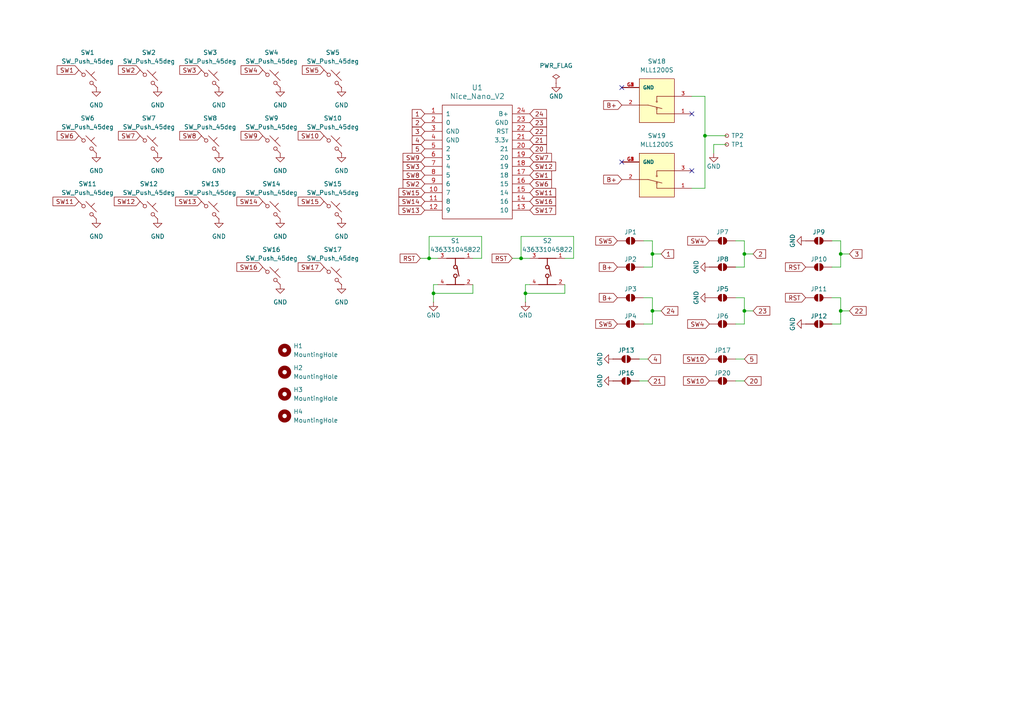
<source format=kicad_sch>
(kicad_sch
	(version 20250114)
	(generator "eeschema")
	(generator_version "9.0")
	(uuid "ce115848-5daa-4079-937d-d5b781bb7914")
	(paper "A4")
	(lib_symbols
		(symbol "436331045822:436331045822"
			(pin_names
				(offset 1.016)
			)
			(exclude_from_sim no)
			(in_bom yes)
			(on_board yes)
			(property "Reference" "S"
				(at -0.13 7.05 0)
				(effects
					(font
						(size 1.27 1.27)
					)
					(justify bottom)
				)
			)
			(property "Value" "436331045822"
				(at -5.01 -5.38 0)
				(effects
					(font
						(size 1.27 1.27)
					)
					(justify left bottom)
				)
			)
			(property "Footprint" "436331045822:4363X10458XX"
				(at 0 0 0)
				(effects
					(font
						(size 1.27 1.27)
					)
					(justify bottom)
					(hide yes)
				)
			)
			(property "Datasheet" ""
				(at 0 0 0)
				(effects
					(font
						(size 1.27 1.27)
					)
					(hide yes)
				)
			)
			(property "Description" ""
				(at 0 0 0)
				(effects
					(font
						(size 1.27 1.27)
					)
					(hide yes)
				)
			)
			(property "MF" "Würth Elektronik"
				(at 0 0 0)
				(effects
					(font
						(size 1.27 1.27)
					)
					(justify bottom)
					(hide yes)
				)
			)
			(property "Description_1" "Tactile Switch SPST-NO Side Actuated Surface Mount, Right Angle"
				(at 0 0 0)
				(effects
					(font
						(size 1.27 1.27)
					)
					(justify bottom)
					(hide yes)
				)
			)
			(property "Package" "None"
				(at 0 0 0)
				(effects
					(font
						(size 1.27 1.27)
					)
					(justify bottom)
					(hide yes)
				)
			)
			(property "Price" "None"
				(at 0 0 0)
				(effects
					(font
						(size 1.27 1.27)
					)
					(justify bottom)
					(hide yes)
				)
			)
			(property "SnapEDA_Link" "https://www.snapeda.com/parts/436351045816/W%25C3%25BCrth+Elektronik+Midcom/view-part/?ref=snap"
				(at 0 0 0)
				(effects
					(font
						(size 1.27 1.27)
					)
					(justify bottom)
					(hide yes)
				)
			)
			(property "MP" "436351045816"
				(at 0 0 0)
				(effects
					(font
						(size 1.27 1.27)
					)
					(justify bottom)
					(hide yes)
				)
			)
			(property "Availability" "In Stock"
				(at 0 0 0)
				(effects
					(font
						(size 1.27 1.27)
					)
					(justify bottom)
					(hide yes)
				)
			)
			(property "Check_prices" "https://www.snapeda.com/parts/436351045816/W%25C3%25BCrth+Elektronik+Midcom/view-part/?ref=eda"
				(at 0 0 0)
				(effects
					(font
						(size 1.27 1.27)
					)
					(justify bottom)
					(hide yes)
				)
			)
			(symbol "436331045822_0_0"
				(polyline
					(pts
						(xy 0 5.08) (xy -2.54 5.08)
					)
					(stroke
						(width 0.254)
						(type default)
					)
					(fill
						(type none)
					)
				)
				(polyline
					(pts
						(xy 0 3.175) (xy 0 5.08)
					)
					(stroke
						(width 0.254)
						(type default)
					)
					(fill
						(type none)
					)
				)
				(circle
					(center 0 2.54)
					(radius 0.508)
					(stroke
						(width 0.254)
						(type default)
					)
					(fill
						(type none)
					)
				)
				(circle
					(center 0 0)
					(radius 0.508)
					(stroke
						(width 0.254)
						(type default)
					)
					(fill
						(type none)
					)
				)
				(polyline
					(pts
						(xy 0 -2.54) (xy -2.54 -2.54)
					)
					(stroke
						(width 0.254)
						(type default)
					)
					(fill
						(type none)
					)
				)
				(polyline
					(pts
						(xy 0 -2.54) (xy 0 -0.635)
					)
					(stroke
						(width 0.254)
						(type default)
					)
					(fill
						(type none)
					)
				)
				(polyline
					(pts
						(xy 0.47 2.74) (xy 1.04 -0.07)
					)
					(stroke
						(width 0.254)
						(type default)
					)
					(fill
						(type none)
					)
				)
				(polyline
					(pts
						(xy 2.54 5.08) (xy 0 5.08)
					)
					(stroke
						(width 0.254)
						(type default)
					)
					(fill
						(type none)
					)
				)
				(polyline
					(pts
						(xy 2.54 -2.54) (xy 0 -2.54)
					)
					(stroke
						(width 0.254)
						(type default)
					)
					(fill
						(type none)
					)
				)
				(pin passive line
					(at -5.08 5.08 0)
					(length 2.54)
					(name "~"
						(effects
							(font
								(size 1.016 1.016)
							)
						)
					)
					(number "3"
						(effects
							(font
								(size 1.016 1.016)
							)
						)
					)
				)
				(pin passive line
					(at -5.08 -2.54 0)
					(length 2.54)
					(name "~"
						(effects
							(font
								(size 1.016 1.016)
							)
						)
					)
					(number "4"
						(effects
							(font
								(size 1.016 1.016)
							)
						)
					)
				)
				(pin passive line
					(at 5.08 5.08 180)
					(length 2.54)
					(name "~"
						(effects
							(font
								(size 1.016 1.016)
							)
						)
					)
					(number "1"
						(effects
							(font
								(size 1.016 1.016)
							)
						)
					)
				)
				(pin passive line
					(at 5.08 -2.54 180)
					(length 2.54)
					(name "~"
						(effects
							(font
								(size 1.016 1.016)
							)
						)
					)
					(number "2"
						(effects
							(font
								(size 1.016 1.016)
							)
						)
					)
				)
			)
			(embedded_fonts no)
		)
		(symbol "Connector:TestPoint_Small"
			(pin_numbers
				(hide yes)
			)
			(pin_names
				(offset 0.762)
				(hide yes)
			)
			(exclude_from_sim no)
			(in_bom yes)
			(on_board yes)
			(property "Reference" "TP"
				(at 0 3.81 0)
				(effects
					(font
						(size 1.27 1.27)
					)
				)
			)
			(property "Value" "TestPoint_Small"
				(at 0 2.032 0)
				(effects
					(font
						(size 1.27 1.27)
					)
				)
			)
			(property "Footprint" ""
				(at 5.08 0 0)
				(effects
					(font
						(size 1.27 1.27)
					)
					(hide yes)
				)
			)
			(property "Datasheet" "~"
				(at 5.08 0 0)
				(effects
					(font
						(size 1.27 1.27)
					)
					(hide yes)
				)
			)
			(property "Description" "test point"
				(at 0 0 0)
				(effects
					(font
						(size 1.27 1.27)
					)
					(hide yes)
				)
			)
			(property "ki_keywords" "test point tp"
				(at 0 0 0)
				(effects
					(font
						(size 1.27 1.27)
					)
					(hide yes)
				)
			)
			(property "ki_fp_filters" "Pin* Test*"
				(at 0 0 0)
				(effects
					(font
						(size 1.27 1.27)
					)
					(hide yes)
				)
			)
			(symbol "TestPoint_Small_0_1"
				(circle
					(center 0 0)
					(radius 0.508)
					(stroke
						(width 0)
						(type default)
					)
					(fill
						(type none)
					)
				)
			)
			(symbol "TestPoint_Small_1_1"
				(pin passive line
					(at 0 0 90)
					(length 0)
					(name "1"
						(effects
							(font
								(size 1.27 1.27)
							)
						)
					)
					(number "1"
						(effects
							(font
								(size 1.27 1.27)
							)
						)
					)
				)
			)
			(embedded_fonts no)
		)
		(symbol "Jumper:SolderJumper_2_Open"
			(pin_numbers
				(hide yes)
			)
			(pin_names
				(offset 0)
				(hide yes)
			)
			(exclude_from_sim yes)
			(in_bom no)
			(on_board yes)
			(property "Reference" "JP"
				(at 0 2.032 0)
				(effects
					(font
						(size 1.27 1.27)
					)
				)
			)
			(property "Value" "SolderJumper_2_Open"
				(at 0 -2.54 0)
				(effects
					(font
						(size 1.27 1.27)
					)
				)
			)
			(property "Footprint" ""
				(at 0 0 0)
				(effects
					(font
						(size 1.27 1.27)
					)
					(hide yes)
				)
			)
			(property "Datasheet" "~"
				(at 0 0 0)
				(effects
					(font
						(size 1.27 1.27)
					)
					(hide yes)
				)
			)
			(property "Description" "Solder Jumper, 2-pole, open"
				(at 0 0 0)
				(effects
					(font
						(size 1.27 1.27)
					)
					(hide yes)
				)
			)
			(property "ki_keywords" "solder jumper SPST"
				(at 0 0 0)
				(effects
					(font
						(size 1.27 1.27)
					)
					(hide yes)
				)
			)
			(property "ki_fp_filters" "SolderJumper*Open*"
				(at 0 0 0)
				(effects
					(font
						(size 1.27 1.27)
					)
					(hide yes)
				)
			)
			(symbol "SolderJumper_2_Open_0_1"
				(polyline
					(pts
						(xy -0.254 1.016) (xy -0.254 -1.016)
					)
					(stroke
						(width 0)
						(type default)
					)
					(fill
						(type none)
					)
				)
				(arc
					(start -0.254 -1.016)
					(mid -1.2656 0)
					(end -0.254 1.016)
					(stroke
						(width 0)
						(type default)
					)
					(fill
						(type none)
					)
				)
				(arc
					(start -0.254 -1.016)
					(mid -1.2656 0)
					(end -0.254 1.016)
					(stroke
						(width 0)
						(type default)
					)
					(fill
						(type outline)
					)
				)
				(arc
					(start 0.254 1.016)
					(mid 1.2656 0)
					(end 0.254 -1.016)
					(stroke
						(width 0)
						(type default)
					)
					(fill
						(type none)
					)
				)
				(arc
					(start 0.254 1.016)
					(mid 1.2656 0)
					(end 0.254 -1.016)
					(stroke
						(width 0)
						(type default)
					)
					(fill
						(type outline)
					)
				)
				(polyline
					(pts
						(xy 0.254 1.016) (xy 0.254 -1.016)
					)
					(stroke
						(width 0)
						(type default)
					)
					(fill
						(type none)
					)
				)
			)
			(symbol "SolderJumper_2_Open_1_1"
				(pin passive line
					(at -3.81 0 0)
					(length 2.54)
					(name "A"
						(effects
							(font
								(size 1.27 1.27)
							)
						)
					)
					(number "1"
						(effects
							(font
								(size 1.27 1.27)
							)
						)
					)
				)
				(pin passive line
					(at 3.81 0 180)
					(length 2.54)
					(name "B"
						(effects
							(font
								(size 1.27 1.27)
							)
						)
					)
					(number "2"
						(effects
							(font
								(size 1.27 1.27)
							)
						)
					)
				)
			)
			(embedded_fonts no)
		)
		(symbol "MLL1200S:MLL1200S"
			(pin_names
				(offset 1.016)
			)
			(exclude_from_sim no)
			(in_bom yes)
			(on_board yes)
			(property "Reference" "SW"
				(at -5.0897 8.1435 0)
				(effects
					(font
						(size 1.27 1.27)
					)
					(justify left bottom)
				)
			)
			(property "Value" "MLL1200S"
				(at -5.3417 -7.3766 0)
				(effects
					(font
						(size 1.27 1.27)
					)
					(justify left bottom)
				)
			)
			(property "Footprint" "MLL1200S:SW_MLL1200S"
				(at 0 0 0)
				(effects
					(font
						(size 1.27 1.27)
					)
					(justify bottom)
					(hide yes)
				)
			)
			(property "Datasheet" ""
				(at 0 0 0)
				(effects
					(font
						(size 1.27 1.27)
					)
					(hide yes)
				)
			)
			(property "Description" ""
				(at 0 0 0)
				(effects
					(font
						(size 1.27 1.27)
					)
					(hide yes)
				)
			)
			(property "Comment" "1437575-1"
				(at 0 0 0)
				(effects
					(font
						(size 1.27 1.27)
					)
					(justify bottom)
					(hide yes)
				)
			)
			(property "MF" "TE Connectivity"
				(at 0 0 0)
				(effects
					(font
						(size 1.27 1.27)
					)
					(justify bottom)
					(hide yes)
				)
			)
			(property "Description_1" "Alcoswitch, Slide switch 2 way SPDT MLL series | TE Connectivity MLL1200S"
				(at 0 0 0)
				(effects
					(font
						(size 1.27 1.27)
					)
					(justify bottom)
					(hide yes)
				)
			)
			(property "Package" "None"
				(at 0 0 0)
				(effects
					(font
						(size 1.27 1.27)
					)
					(justify bottom)
					(hide yes)
				)
			)
			(property "Price" "None"
				(at 0 0 0)
				(effects
					(font
						(size 1.27 1.27)
					)
					(justify bottom)
					(hide yes)
				)
			)
			(property "Check_prices" "https://www.snapeda.com/parts/MLL1200S/TE+Connectivity+ALCOSWITCH+Switches/view-part/?ref=eda"
				(at 0 0 0)
				(effects
					(font
						(size 1.27 1.27)
					)
					(justify bottom)
					(hide yes)
				)
			)
			(property "STANDARD" "Manufacturers recommendation"
				(at 0 0 0)
				(effects
					(font
						(size 1.27 1.27)
					)
					(justify bottom)
					(hide yes)
				)
			)
			(property "PARTREV" "A2"
				(at 0 0 0)
				(effects
					(font
						(size 1.27 1.27)
					)
					(justify bottom)
					(hide yes)
				)
			)
			(property "SnapEDA_Link" "https://www.snapeda.com/parts/MLL1200S/TE+Connectivity+ALCOSWITCH+Switches/view-part/?ref=snap"
				(at 0 0 0)
				(effects
					(font
						(size 1.27 1.27)
					)
					(justify bottom)
					(hide yes)
				)
			)
			(property "MP" "MLL1200S"
				(at 0 0 0)
				(effects
					(font
						(size 1.27 1.27)
					)
					(justify bottom)
					(hide yes)
				)
			)
			(property "Availability" "In Stock"
				(at 0 0 0)
				(effects
					(font
						(size 1.27 1.27)
					)
					(justify bottom)
					(hide yes)
				)
			)
			(property "MANUFACTURER" "TE Connectivity"
				(at 0 0 0)
				(effects
					(font
						(size 1.27 1.27)
					)
					(justify bottom)
					(hide yes)
				)
			)
			(symbol "MLL1200S_0_0"
				(polyline
					(pts
						(xy -5.08 5.08) (xy 0 5.08)
					)
					(stroke
						(width 0.1524)
						(type default)
					)
					(fill
						(type none)
					)
				)
				(polyline
					(pts
						(xy -5.08 0) (xy 0 0)
					)
					(stroke
						(width 0.1524)
						(type default)
					)
					(fill
						(type none)
					)
				)
				(rectangle
					(start -5.08 -5.08)
					(end 5.08 7.62)
					(stroke
						(width 0.1524)
						(type default)
					)
					(fill
						(type background)
					)
				)
				(polyline
					(pts
						(xy 0 5.08) (xy 0 3.81)
					)
					(stroke
						(width 0.1524)
						(type default)
					)
					(fill
						(type none)
					)
				)
				(circle
					(center 0 3.54)
					(radius 0.2)
					(stroke
						(width 0.127)
						(type default)
					)
					(fill
						(type none)
					)
				)
				(circle
					(center 0 1.54)
					(radius 0.2)
					(stroke
						(width 0.127)
						(type default)
					)
					(fill
						(type none)
					)
				)
				(polyline
					(pts
						(xy 0 0) (xy 0 1.27)
					)
					(stroke
						(width 0.1524)
						(type default)
					)
					(fill
						(type none)
					)
				)
				(polyline
					(pts
						(xy 2.54 2.54) (xy -1.524 3.556)
					)
					(stroke
						(width 0.1524)
						(type default)
					)
					(fill
						(type none)
					)
				)
				(polyline
					(pts
						(xy 5.08 2.54) (xy 2.54 2.54)
					)
					(stroke
						(width 0.1524)
						(type default)
					)
					(fill
						(type none)
					)
				)
				(pin passive line
					(at -10.16 5.08 0)
					(length 5.08)
					(name "~"
						(effects
							(font
								(size 1.016 1.016)
							)
						)
					)
					(number "1"
						(effects
							(font
								(size 1.016 1.016)
							)
						)
					)
				)
				(pin passive line
					(at -10.16 0 0)
					(length 5.08)
					(name "~"
						(effects
							(font
								(size 1.016 1.016)
							)
						)
					)
					(number "3"
						(effects
							(font
								(size 1.016 1.016)
							)
						)
					)
				)
				(pin passive line
					(at 10.16 2.54 180)
					(length 5.08)
					(name "~"
						(effects
							(font
								(size 1.016 1.016)
							)
						)
					)
					(number "2"
						(effects
							(font
								(size 1.016 1.016)
							)
						)
					)
				)
				(pin power_in line
					(at 10.16 -2.54 180)
					(length 5.08)
					(name "GND"
						(effects
							(font
								(size 1.016 1.016)
							)
						)
					)
					(number "G1"
						(effects
							(font
								(size 1.016 1.016)
							)
						)
					)
				)
				(pin power_in line
					(at 10.16 -2.54 180)
					(length 5.08)
					(name "GND"
						(effects
							(font
								(size 1.016 1.016)
							)
						)
					)
					(number "G2"
						(effects
							(font
								(size 1.016 1.016)
							)
						)
					)
				)
				(pin power_in line
					(at 10.16 -2.54 180)
					(length 5.08)
					(name "GND"
						(effects
							(font
								(size 1.016 1.016)
							)
						)
					)
					(number "G3"
						(effects
							(font
								(size 1.016 1.016)
							)
						)
					)
				)
				(pin power_in line
					(at 10.16 -2.54 180)
					(length 5.08)
					(name "GND"
						(effects
							(font
								(size 1.016 1.016)
							)
						)
					)
					(number "G4"
						(effects
							(font
								(size 1.016 1.016)
							)
						)
					)
				)
			)
			(embedded_fonts no)
		)
		(symbol "Mechanical:MountingHole"
			(pin_names
				(offset 1.016)
			)
			(exclude_from_sim yes)
			(in_bom no)
			(on_board yes)
			(property "Reference" "H"
				(at 0 5.08 0)
				(effects
					(font
						(size 1.27 1.27)
					)
				)
			)
			(property "Value" "MountingHole"
				(at 0 3.175 0)
				(effects
					(font
						(size 1.27 1.27)
					)
				)
			)
			(property "Footprint" ""
				(at 0 0 0)
				(effects
					(font
						(size 1.27 1.27)
					)
					(hide yes)
				)
			)
			(property "Datasheet" "~"
				(at 0 0 0)
				(effects
					(font
						(size 1.27 1.27)
					)
					(hide yes)
				)
			)
			(property "Description" "Mounting Hole without connection"
				(at 0 0 0)
				(effects
					(font
						(size 1.27 1.27)
					)
					(hide yes)
				)
			)
			(property "ki_keywords" "mounting hole"
				(at 0 0 0)
				(effects
					(font
						(size 1.27 1.27)
					)
					(hide yes)
				)
			)
			(property "ki_fp_filters" "MountingHole*"
				(at 0 0 0)
				(effects
					(font
						(size 1.27 1.27)
					)
					(hide yes)
				)
			)
			(symbol "MountingHole_0_1"
				(circle
					(center 0 0)
					(radius 1.27)
					(stroke
						(width 1.27)
						(type default)
					)
					(fill
						(type none)
					)
				)
			)
			(embedded_fonts no)
		)
		(symbol "Nice_Nano_V2:MCU_Nice_Nano_V2"
			(pin_names
				(offset 1.016)
			)
			(exclude_from_sim no)
			(in_bom yes)
			(on_board yes)
			(property "Reference" "U"
				(at 0 0 0)
				(effects
					(font
						(size 1.524 1.524)
					)
				)
			)
			(property "Value" "Nice_Nano_V2"
				(at 0 -19.05 0)
				(effects
					(font
						(size 1.524 1.524)
					)
				)
			)
			(property "Footprint" "ScottoKeebs_MCU:Nice_Nano_V2"
				(at 0 -22.86 0)
				(effects
					(font
						(size 1.524 1.524)
					)
					(hide yes)
				)
			)
			(property "Datasheet" ""
				(at 26.67 -63.5 90)
				(effects
					(font
						(size 1.524 1.524)
					)
					(hide yes)
				)
			)
			(property "Description" ""
				(at 0 0 0)
				(effects
					(font
						(size 1.27 1.27)
					)
					(hide yes)
				)
			)
			(symbol "MCU_Nice_Nano_V2_0_1"
				(rectangle
					(start -10.16 16.51)
					(end 10.16 -16.51)
					(stroke
						(width 0)
						(type solid)
					)
					(fill
						(type none)
					)
				)
			)
			(symbol "MCU_Nice_Nano_V2_1_1"
				(pin input line
					(at -15.24 13.97 0)
					(length 5.08)
					(name "1"
						(effects
							(font
								(size 1.27 1.27)
							)
						)
					)
					(number "1"
						(effects
							(font
								(size 1.27 1.27)
							)
						)
					)
				)
				(pin input line
					(at -15.24 11.43 0)
					(length 5.08)
					(name "0"
						(effects
							(font
								(size 1.27 1.27)
							)
						)
					)
					(number "2"
						(effects
							(font
								(size 1.27 1.27)
							)
						)
					)
				)
				(pin input line
					(at -15.24 8.89 0)
					(length 5.08)
					(name "GND"
						(effects
							(font
								(size 1.27 1.27)
							)
						)
					)
					(number "3"
						(effects
							(font
								(size 1.27 1.27)
							)
						)
					)
				)
				(pin input line
					(at -15.24 6.35 0)
					(length 5.08)
					(name "GND"
						(effects
							(font
								(size 1.27 1.27)
							)
						)
					)
					(number "4"
						(effects
							(font
								(size 1.27 1.27)
							)
						)
					)
				)
				(pin input line
					(at -15.24 3.81 0)
					(length 5.08)
					(name "2"
						(effects
							(font
								(size 1.27 1.27)
							)
						)
					)
					(number "5"
						(effects
							(font
								(size 1.27 1.27)
							)
						)
					)
				)
				(pin input line
					(at -15.24 1.27 0)
					(length 5.08)
					(name "3"
						(effects
							(font
								(size 1.27 1.27)
							)
						)
					)
					(number "6"
						(effects
							(font
								(size 1.27 1.27)
							)
						)
					)
				)
				(pin input line
					(at -15.24 -1.27 0)
					(length 5.08)
					(name "4"
						(effects
							(font
								(size 1.27 1.27)
							)
						)
					)
					(number "7"
						(effects
							(font
								(size 1.27 1.27)
							)
						)
					)
				)
				(pin input line
					(at -15.24 -3.81 0)
					(length 5.08)
					(name "5"
						(effects
							(font
								(size 1.27 1.27)
							)
						)
					)
					(number "8"
						(effects
							(font
								(size 1.27 1.27)
							)
						)
					)
				)
				(pin input line
					(at -15.24 -6.35 0)
					(length 5.08)
					(name "6"
						(effects
							(font
								(size 1.27 1.27)
							)
						)
					)
					(number "9"
						(effects
							(font
								(size 1.27 1.27)
							)
						)
					)
				)
				(pin input line
					(at -15.24 -8.89 0)
					(length 5.08)
					(name "7"
						(effects
							(font
								(size 1.27 1.27)
							)
						)
					)
					(number "10"
						(effects
							(font
								(size 1.27 1.27)
							)
						)
					)
				)
				(pin input line
					(at -15.24 -11.43 0)
					(length 5.08)
					(name "8"
						(effects
							(font
								(size 1.27 1.27)
							)
						)
					)
					(number "11"
						(effects
							(font
								(size 1.27 1.27)
							)
						)
					)
				)
				(pin input line
					(at -15.24 -13.97 0)
					(length 5.08)
					(name "9"
						(effects
							(font
								(size 1.27 1.27)
							)
						)
					)
					(number "12"
						(effects
							(font
								(size 1.27 1.27)
							)
						)
					)
				)
				(pin input line
					(at 15.24 13.97 180)
					(length 5.08)
					(name "B+"
						(effects
							(font
								(size 1.27 1.27)
							)
						)
					)
					(number "24"
						(effects
							(font
								(size 1.27 1.27)
							)
						)
					)
				)
				(pin input line
					(at 15.24 11.43 180)
					(length 5.08)
					(name "GND"
						(effects
							(font
								(size 1.27 1.27)
							)
						)
					)
					(number "23"
						(effects
							(font
								(size 1.27 1.27)
							)
						)
					)
				)
				(pin input line
					(at 15.24 8.89 180)
					(length 5.08)
					(name "RST"
						(effects
							(font
								(size 1.27 1.27)
							)
						)
					)
					(number "22"
						(effects
							(font
								(size 1.27 1.27)
							)
						)
					)
				)
				(pin input line
					(at 15.24 6.35 180)
					(length 5.08)
					(name "3.3v"
						(effects
							(font
								(size 1.27 1.27)
							)
						)
					)
					(number "21"
						(effects
							(font
								(size 1.27 1.27)
							)
						)
					)
				)
				(pin input line
					(at 15.24 3.81 180)
					(length 5.08)
					(name "21"
						(effects
							(font
								(size 1.27 1.27)
							)
						)
					)
					(number "20"
						(effects
							(font
								(size 1.27 1.27)
							)
						)
					)
				)
				(pin input line
					(at 15.24 1.27 180)
					(length 5.08)
					(name "20"
						(effects
							(font
								(size 1.27 1.27)
							)
						)
					)
					(number "19"
						(effects
							(font
								(size 1.27 1.27)
							)
						)
					)
				)
				(pin input line
					(at 15.24 -1.27 180)
					(length 5.08)
					(name "19"
						(effects
							(font
								(size 1.27 1.27)
							)
						)
					)
					(number "18"
						(effects
							(font
								(size 1.27 1.27)
							)
						)
					)
				)
				(pin input line
					(at 15.24 -3.81 180)
					(length 5.08)
					(name "18"
						(effects
							(font
								(size 1.27 1.27)
							)
						)
					)
					(number "17"
						(effects
							(font
								(size 1.27 1.27)
							)
						)
					)
				)
				(pin input line
					(at 15.24 -6.35 180)
					(length 5.08)
					(name "15"
						(effects
							(font
								(size 1.27 1.27)
							)
						)
					)
					(number "16"
						(effects
							(font
								(size 1.27 1.27)
							)
						)
					)
				)
				(pin input line
					(at 15.24 -8.89 180)
					(length 5.08)
					(name "14"
						(effects
							(font
								(size 1.27 1.27)
							)
						)
					)
					(number "15"
						(effects
							(font
								(size 1.27 1.27)
							)
						)
					)
				)
				(pin input line
					(at 15.24 -11.43 180)
					(length 5.08)
					(name "16"
						(effects
							(font
								(size 1.27 1.27)
							)
						)
					)
					(number "14"
						(effects
							(font
								(size 1.27 1.27)
							)
						)
					)
				)
				(pin input line
					(at 15.24 -13.97 180)
					(length 5.08)
					(name "10"
						(effects
							(font
								(size 1.27 1.27)
							)
						)
					)
					(number "13"
						(effects
							(font
								(size 1.27 1.27)
							)
						)
					)
				)
			)
			(embedded_fonts no)
		)
		(symbol "Switch:SW_Push_45deg"
			(pin_numbers
				(hide yes)
			)
			(pin_names
				(offset 1.016)
				(hide yes)
			)
			(exclude_from_sim no)
			(in_bom yes)
			(on_board yes)
			(property "Reference" "SW"
				(at 3.048 1.016 0)
				(effects
					(font
						(size 1.27 1.27)
					)
					(justify left)
				)
			)
			(property "Value" "SW_Push_45deg"
				(at 0 -3.81 0)
				(effects
					(font
						(size 1.27 1.27)
					)
				)
			)
			(property "Footprint" ""
				(at 0 0 0)
				(effects
					(font
						(size 1.27 1.27)
					)
					(hide yes)
				)
			)
			(property "Datasheet" "~"
				(at 0 0 0)
				(effects
					(font
						(size 1.27 1.27)
					)
					(hide yes)
				)
			)
			(property "Description" "Push button switch, normally open, two pins, 45° tilted"
				(at 0 0 0)
				(effects
					(font
						(size 1.27 1.27)
					)
					(hide yes)
				)
			)
			(property "ki_keywords" "switch normally-open pushbutton push-button"
				(at 0 0 0)
				(effects
					(font
						(size 1.27 1.27)
					)
					(hide yes)
				)
			)
			(symbol "SW_Push_45deg_0_1"
				(polyline
					(pts
						(xy -2.54 2.54) (xy -1.524 1.524) (xy -1.524 1.524)
					)
					(stroke
						(width 0)
						(type default)
					)
					(fill
						(type none)
					)
				)
				(circle
					(center -1.1684 1.1684)
					(radius 0.508)
					(stroke
						(width 0)
						(type default)
					)
					(fill
						(type none)
					)
				)
				(polyline
					(pts
						(xy -0.508 2.54) (xy 2.54 -0.508)
					)
					(stroke
						(width 0)
						(type default)
					)
					(fill
						(type none)
					)
				)
				(polyline
					(pts
						(xy 1.016 1.016) (xy 2.032 2.032)
					)
					(stroke
						(width 0)
						(type default)
					)
					(fill
						(type none)
					)
				)
				(circle
					(center 1.143 -1.1938)
					(radius 0.508)
					(stroke
						(width 0)
						(type default)
					)
					(fill
						(type none)
					)
				)
				(polyline
					(pts
						(xy 1.524 -1.524) (xy 2.54 -2.54) (xy 2.54 -2.54) (xy 2.54 -2.54)
					)
					(stroke
						(width 0)
						(type default)
					)
					(fill
						(type none)
					)
				)
				(pin passive line
					(at -2.54 2.54 0)
					(length 0)
					(name "1"
						(effects
							(font
								(size 1.27 1.27)
							)
						)
					)
					(number "1"
						(effects
							(font
								(size 1.27 1.27)
							)
						)
					)
				)
				(pin passive line
					(at 2.54 -2.54 180)
					(length 0)
					(name "2"
						(effects
							(font
								(size 1.27 1.27)
							)
						)
					)
					(number "2"
						(effects
							(font
								(size 1.27 1.27)
							)
						)
					)
				)
			)
			(embedded_fonts no)
		)
		(symbol "power:GND"
			(power)
			(pin_numbers
				(hide yes)
			)
			(pin_names
				(offset 0)
				(hide yes)
			)
			(exclude_from_sim no)
			(in_bom yes)
			(on_board yes)
			(property "Reference" "#PWR"
				(at 0 -6.35 0)
				(effects
					(font
						(size 1.27 1.27)
					)
					(hide yes)
				)
			)
			(property "Value" "GND"
				(at 0 -3.81 0)
				(effects
					(font
						(size 1.27 1.27)
					)
				)
			)
			(property "Footprint" ""
				(at 0 0 0)
				(effects
					(font
						(size 1.27 1.27)
					)
					(hide yes)
				)
			)
			(property "Datasheet" ""
				(at 0 0 0)
				(effects
					(font
						(size 1.27 1.27)
					)
					(hide yes)
				)
			)
			(property "Description" "Power symbol creates a global label with name \"GND\" , ground"
				(at 0 0 0)
				(effects
					(font
						(size 1.27 1.27)
					)
					(hide yes)
				)
			)
			(property "ki_keywords" "global power"
				(at 0 0 0)
				(effects
					(font
						(size 1.27 1.27)
					)
					(hide yes)
				)
			)
			(symbol "GND_0_1"
				(polyline
					(pts
						(xy 0 0) (xy 0 -1.27) (xy 1.27 -1.27) (xy 0 -2.54) (xy -1.27 -1.27) (xy 0 -1.27)
					)
					(stroke
						(width 0)
						(type default)
					)
					(fill
						(type none)
					)
				)
			)
			(symbol "GND_1_1"
				(pin power_in line
					(at 0 0 270)
					(length 0)
					(name "~"
						(effects
							(font
								(size 1.27 1.27)
							)
						)
					)
					(number "1"
						(effects
							(font
								(size 1.27 1.27)
							)
						)
					)
				)
			)
			(embedded_fonts no)
		)
		(symbol "power:PWR_FLAG"
			(power)
			(pin_numbers
				(hide yes)
			)
			(pin_names
				(offset 0)
				(hide yes)
			)
			(exclude_from_sim no)
			(in_bom yes)
			(on_board yes)
			(property "Reference" "#FLG"
				(at 0 1.905 0)
				(effects
					(font
						(size 1.27 1.27)
					)
					(hide yes)
				)
			)
			(property "Value" "PWR_FLAG"
				(at 0 3.81 0)
				(effects
					(font
						(size 1.27 1.27)
					)
				)
			)
			(property "Footprint" ""
				(at 0 0 0)
				(effects
					(font
						(size 1.27 1.27)
					)
					(hide yes)
				)
			)
			(property "Datasheet" "~"
				(at 0 0 0)
				(effects
					(font
						(size 1.27 1.27)
					)
					(hide yes)
				)
			)
			(property "Description" "Special symbol for telling ERC where power comes from"
				(at 0 0 0)
				(effects
					(font
						(size 1.27 1.27)
					)
					(hide yes)
				)
			)
			(property "ki_keywords" "flag power"
				(at 0 0 0)
				(effects
					(font
						(size 1.27 1.27)
					)
					(hide yes)
				)
			)
			(symbol "PWR_FLAG_0_0"
				(pin power_out line
					(at 0 0 90)
					(length 0)
					(name "~"
						(effects
							(font
								(size 1.27 1.27)
							)
						)
					)
					(number "1"
						(effects
							(font
								(size 1.27 1.27)
							)
						)
					)
				)
			)
			(symbol "PWR_FLAG_0_1"
				(polyline
					(pts
						(xy 0 0) (xy 0 1.27) (xy -1.016 1.905) (xy 0 2.54) (xy 1.016 1.905) (xy 0 1.27)
					)
					(stroke
						(width 0)
						(type default)
					)
					(fill
						(type none)
					)
				)
			)
			(embedded_fonts no)
		)
	)
	(junction
		(at 125.73 85.09)
		(diameter 0)
		(color 0 0 0 0)
		(uuid "076a876c-9950-4ca5-ac22-acbee7c53e88")
	)
	(junction
		(at 215.9 73.66)
		(diameter 0)
		(color 0 0 0 0)
		(uuid "0faaa601-341a-4791-b8a3-d1393f474b97")
	)
	(junction
		(at 243.84 90.17)
		(diameter 0)
		(color 0 0 0 0)
		(uuid "1c8b2c97-033c-4e00-a87e-db61803038f6")
	)
	(junction
		(at 189.23 90.17)
		(diameter 0)
		(color 0 0 0 0)
		(uuid "52d24c7f-0f61-42ef-9359-dec8575aa38b")
	)
	(junction
		(at 215.9 90.17)
		(diameter 0)
		(color 0 0 0 0)
		(uuid "592a4451-f84b-4ff5-8af2-cb7fb218be94")
	)
	(junction
		(at 151.13 74.93)
		(diameter 0)
		(color 0 0 0 0)
		(uuid "670e7ce2-f786-48a3-9516-22338ef1071d")
	)
	(junction
		(at 189.23 73.66)
		(diameter 0)
		(color 0 0 0 0)
		(uuid "6a76b0db-fafd-42fc-99a3-0c9fdef43213")
	)
	(junction
		(at 124.46 74.93)
		(diameter 0)
		(color 0 0 0 0)
		(uuid "6e1e9b03-e1cd-4789-999f-b5838938d194")
	)
	(junction
		(at 243.84 73.66)
		(diameter 0)
		(color 0 0 0 0)
		(uuid "7411ad8d-dbe8-4a27-9ca3-b09346c06502")
	)
	(junction
		(at 152.4 85.09)
		(diameter 0)
		(color 0 0 0 0)
		(uuid "c60ac87b-ee0d-407e-b8cb-d599d848d6c7")
	)
	(junction
		(at 204.47 39.37)
		(diameter 0)
		(color 0 0 0 0)
		(uuid "ea0b538d-ae5b-4048-ba7c-8647d1a78533")
	)
	(no_connect
		(at 180.34 46.99)
		(uuid "2a6800dc-6f88-4c2a-a98a-c3c509492f8e")
	)
	(no_connect
		(at 180.34 25.4)
		(uuid "34d6c1d4-10d2-41d3-a5cf-492444eb5e59")
	)
	(no_connect
		(at 200.66 49.53)
		(uuid "eef24d96-e579-4f0d-8a3e-88e7e6a06a72")
	)
	(no_connect
		(at 200.66 33.02)
		(uuid "f810adc8-4352-44be-b91a-a1de376b7748")
	)
	(wire
		(pts
			(xy 213.36 93.98) (xy 215.9 93.98)
		)
		(stroke
			(width 0)
			(type default)
		)
		(uuid "0877d821-af0c-491b-a3f6-82aa1ac55d32")
	)
	(wire
		(pts
			(xy 125.73 82.55) (xy 125.73 85.09)
		)
		(stroke
			(width 0)
			(type default)
		)
		(uuid "09c265bb-edf3-4b4d-a55f-54073078aee1")
	)
	(wire
		(pts
			(xy 200.66 54.61) (xy 204.47 54.61)
		)
		(stroke
			(width 0)
			(type default)
		)
		(uuid "0a67e6ce-d632-4f73-9824-15b14e41cea6")
	)
	(wire
		(pts
			(xy 148.59 74.93) (xy 151.13 74.93)
		)
		(stroke
			(width 0)
			(type default)
		)
		(uuid "0b642930-d888-4bc0-904b-3d4ddee13296")
	)
	(wire
		(pts
			(xy 241.3 77.47) (xy 243.84 77.47)
		)
		(stroke
			(width 0)
			(type default)
		)
		(uuid "1be95cbc-c835-46ab-a887-1c93a9124995")
	)
	(wire
		(pts
			(xy 186.69 77.47) (xy 189.23 77.47)
		)
		(stroke
			(width 0)
			(type default)
		)
		(uuid "20068b02-8ed3-43d8-9b6a-2047f449fce1")
	)
	(wire
		(pts
			(xy 243.84 90.17) (xy 243.84 93.98)
		)
		(stroke
			(width 0)
			(type default)
		)
		(uuid "20a24c18-a2b6-47ea-abba-8126eb927d5d")
	)
	(wire
		(pts
			(xy 215.9 86.36) (xy 215.9 90.17)
		)
		(stroke
			(width 0)
			(type default)
		)
		(uuid "274b42df-39ac-4388-bdde-94b2b624b1b1")
	)
	(wire
		(pts
			(xy 243.84 73.66) (xy 243.84 77.47)
		)
		(stroke
			(width 0)
			(type default)
		)
		(uuid "2e441a69-fda5-4e9d-9657-e8fa4975bd09")
	)
	(wire
		(pts
			(xy 137.16 74.93) (xy 139.7 74.93)
		)
		(stroke
			(width 0)
			(type default)
		)
		(uuid "35730245-8b1f-41aa-aec0-6e6ef702d1b8")
	)
	(wire
		(pts
			(xy 186.69 86.36) (xy 189.23 86.36)
		)
		(stroke
			(width 0)
			(type default)
		)
		(uuid "3661c629-97cb-46ad-9d03-dfc36b1057cb")
	)
	(wire
		(pts
			(xy 139.7 74.93) (xy 139.7 68.58)
		)
		(stroke
			(width 0)
			(type default)
		)
		(uuid "38d5bfbd-e4dd-4e78-ae75-41913d7bc8af")
	)
	(wire
		(pts
			(xy 218.44 73.66) (xy 215.9 73.66)
		)
		(stroke
			(width 0)
			(type default)
		)
		(uuid "40f7c102-74ff-4310-94fe-1f3067dabf99")
	)
	(wire
		(pts
			(xy 204.47 39.37) (xy 204.47 54.61)
		)
		(stroke
			(width 0)
			(type default)
		)
		(uuid "410d5ecf-e392-41e8-9d7b-8d4f8519e47e")
	)
	(wire
		(pts
			(xy 215.9 69.85) (xy 215.9 73.66)
		)
		(stroke
			(width 0)
			(type default)
		)
		(uuid "41b6e7c6-7bce-45b1-bd93-7da77f5eb990")
	)
	(wire
		(pts
			(xy 204.47 27.94) (xy 204.47 39.37)
		)
		(stroke
			(width 0)
			(type default)
		)
		(uuid "41b71402-5dff-4fd9-b76c-0fe7ad4e26c0")
	)
	(wire
		(pts
			(xy 215.9 90.17) (xy 215.9 93.98)
		)
		(stroke
			(width 0)
			(type default)
		)
		(uuid "4521d755-e4e6-4c66-ac43-31724c0869fb")
	)
	(wire
		(pts
			(xy 186.69 93.98) (xy 189.23 93.98)
		)
		(stroke
			(width 0)
			(type default)
		)
		(uuid "4b054b2b-8fe8-4339-925c-9cce6b8c272a")
	)
	(wire
		(pts
			(xy 163.83 85.09) (xy 152.4 85.09)
		)
		(stroke
			(width 0)
			(type default)
		)
		(uuid "4f9265b6-7476-433b-9129-3a87c3f3c994")
	)
	(wire
		(pts
			(xy 213.36 77.47) (xy 215.9 77.47)
		)
		(stroke
			(width 0)
			(type default)
		)
		(uuid "59b2f42d-a16d-48ea-bea3-ad4ecaa02053")
	)
	(wire
		(pts
			(xy 166.37 74.93) (xy 166.37 68.58)
		)
		(stroke
			(width 0)
			(type default)
		)
		(uuid "5d9d8044-a51d-46ac-987d-94b8dec84156")
	)
	(wire
		(pts
			(xy 121.92 74.93) (xy 124.46 74.93)
		)
		(stroke
			(width 0)
			(type default)
		)
		(uuid "6cc3a851-d579-42cd-a050-33dd88998a42")
	)
	(wire
		(pts
			(xy 137.16 85.09) (xy 125.73 85.09)
		)
		(stroke
			(width 0)
			(type default)
		)
		(uuid "6cfbf2e0-1871-4b6d-b9f0-7efe5168e2d0")
	)
	(wire
		(pts
			(xy 152.4 87.63) (xy 152.4 85.09)
		)
		(stroke
			(width 0)
			(type default)
		)
		(uuid "73845dbe-dcea-4360-b88d-22b6e2ced97b")
	)
	(wire
		(pts
			(xy 207.01 41.91) (xy 207.01 44.45)
		)
		(stroke
			(width 0)
			(type default)
		)
		(uuid "745f121e-b7d9-4b04-bd55-1ee2578e7942")
	)
	(wire
		(pts
			(xy 166.37 68.58) (xy 151.13 68.58)
		)
		(stroke
			(width 0)
			(type default)
		)
		(uuid "785e9f1f-0d96-4d3b-ac03-3baa2eb70ad6")
	)
	(wire
		(pts
			(xy 152.4 82.55) (xy 153.67 82.55)
		)
		(stroke
			(width 0)
			(type default)
		)
		(uuid "7b9cdce4-e651-4552-8d09-d8c560a7a206")
	)
	(wire
		(pts
			(xy 163.83 74.93) (xy 166.37 74.93)
		)
		(stroke
			(width 0)
			(type default)
		)
		(uuid "81ee1ad1-3942-4665-91bc-7c3bd9a0acb7")
	)
	(wire
		(pts
			(xy 210.82 39.37) (xy 204.47 39.37)
		)
		(stroke
			(width 0)
			(type default)
		)
		(uuid "8e155111-b8ca-4ea0-806e-a6590f305b86")
	)
	(wire
		(pts
			(xy 151.13 68.58) (xy 151.13 74.93)
		)
		(stroke
			(width 0)
			(type default)
		)
		(uuid "908971af-1886-4944-9423-c1b253ce41ae")
	)
	(wire
		(pts
			(xy 215.9 73.66) (xy 215.9 77.47)
		)
		(stroke
			(width 0)
			(type default)
		)
		(uuid "93b36bda-78da-4a23-b537-c51f1d514df2")
	)
	(wire
		(pts
			(xy 213.36 104.14) (xy 215.9 104.14)
		)
		(stroke
			(width 0)
			(type default)
		)
		(uuid "98ef67f8-4410-4ae9-a341-25240026d81b")
	)
	(wire
		(pts
			(xy 191.77 73.66) (xy 189.23 73.66)
		)
		(stroke
			(width 0)
			(type default)
		)
		(uuid "99cf78ff-ad7b-41ca-be23-d00239db5257")
	)
	(wire
		(pts
			(xy 185.42 110.49) (xy 187.96 110.49)
		)
		(stroke
			(width 0)
			(type default)
		)
		(uuid "9b6e6b31-828c-4917-bca1-2c8027005bf7")
	)
	(wire
		(pts
			(xy 246.38 90.17) (xy 243.84 90.17)
		)
		(stroke
			(width 0)
			(type default)
		)
		(uuid "9c93c50d-a3e0-4b44-ae96-2a8a56f1e554")
	)
	(wire
		(pts
			(xy 137.16 82.55) (xy 137.16 85.09)
		)
		(stroke
			(width 0)
			(type default)
		)
		(uuid "a00483ca-f9f9-4cf2-abf4-022c57710a58")
	)
	(wire
		(pts
			(xy 213.36 86.36) (xy 215.9 86.36)
		)
		(stroke
			(width 0)
			(type default)
		)
		(uuid "a612cc93-e7f4-4186-aae4-1d2ff121ddc8")
	)
	(wire
		(pts
			(xy 152.4 82.55) (xy 152.4 85.09)
		)
		(stroke
			(width 0)
			(type default)
		)
		(uuid "a6cbbac2-aed3-47d1-8692-9eeb7e38df78")
	)
	(wire
		(pts
			(xy 189.23 90.17) (xy 189.23 93.98)
		)
		(stroke
			(width 0)
			(type default)
		)
		(uuid "a73595c8-1d5d-48e1-8687-2b56fb0ccb9a")
	)
	(wire
		(pts
			(xy 189.23 73.66) (xy 189.23 77.47)
		)
		(stroke
			(width 0)
			(type default)
		)
		(uuid "a8e71e2f-2697-4829-92b0-87506a05acaf")
	)
	(wire
		(pts
			(xy 185.42 104.14) (xy 187.96 104.14)
		)
		(stroke
			(width 0)
			(type default)
		)
		(uuid "adab00e7-db55-4264-aaa4-8e2b420a0e2c")
	)
	(wire
		(pts
			(xy 139.7 68.58) (xy 124.46 68.58)
		)
		(stroke
			(width 0)
			(type default)
		)
		(uuid "b0abc4a8-2ed8-4952-a321-a1cedca35b2e")
	)
	(wire
		(pts
			(xy 241.3 69.85) (xy 243.84 69.85)
		)
		(stroke
			(width 0)
			(type default)
		)
		(uuid "b4bb7449-55cf-4b04-aaf1-fc7efd7d7fdd")
	)
	(wire
		(pts
			(xy 125.73 82.55) (xy 127 82.55)
		)
		(stroke
			(width 0)
			(type default)
		)
		(uuid "b5825062-5c69-4273-9fbf-9b3353272626")
	)
	(wire
		(pts
			(xy 200.66 27.94) (xy 204.47 27.94)
		)
		(stroke
			(width 0)
			(type default)
		)
		(uuid "b96b1be3-fc63-4cb5-bceb-6b9383490839")
	)
	(wire
		(pts
			(xy 124.46 74.93) (xy 127 74.93)
		)
		(stroke
			(width 0)
			(type default)
		)
		(uuid "b9b2bc49-394b-4762-8046-0ca015dbc5c3")
	)
	(wire
		(pts
			(xy 186.69 69.85) (xy 189.23 69.85)
		)
		(stroke
			(width 0)
			(type default)
		)
		(uuid "c1e06960-29d8-4963-a8bd-bd96a17444aa")
	)
	(wire
		(pts
			(xy 213.36 110.49) (xy 215.9 110.49)
		)
		(stroke
			(width 0)
			(type default)
		)
		(uuid "ccdd3055-e81b-43b4-830c-fa970cb14abb")
	)
	(wire
		(pts
			(xy 151.13 74.93) (xy 153.67 74.93)
		)
		(stroke
			(width 0)
			(type default)
		)
		(uuid "d840b658-f4a0-4c9a-9843-10df2bbf2bb8")
	)
	(wire
		(pts
			(xy 243.84 69.85) (xy 243.84 73.66)
		)
		(stroke
			(width 0)
			(type default)
		)
		(uuid "dbbd1f56-80c9-4adb-9f68-e37e7c3c6ff5")
	)
	(wire
		(pts
			(xy 124.46 68.58) (xy 124.46 74.93)
		)
		(stroke
			(width 0)
			(type default)
		)
		(uuid "dc031075-7dc9-46e5-9400-df309ebd2088")
	)
	(wire
		(pts
			(xy 163.83 82.55) (xy 163.83 85.09)
		)
		(stroke
			(width 0)
			(type default)
		)
		(uuid "e1941a7c-7e97-49f9-a9eb-45ae53ce172b")
	)
	(wire
		(pts
			(xy 125.73 87.63) (xy 125.73 85.09)
		)
		(stroke
			(width 0)
			(type default)
		)
		(uuid "e3fb1561-b91e-4be8-9af5-66844ca4a3c4")
	)
	(wire
		(pts
			(xy 191.77 90.17) (xy 189.23 90.17)
		)
		(stroke
			(width 0)
			(type default)
		)
		(uuid "e936a34d-c4e1-44eb-931e-fdf18f42b0a3")
	)
	(wire
		(pts
			(xy 246.38 73.66) (xy 243.84 73.66)
		)
		(stroke
			(width 0)
			(type default)
		)
		(uuid "ea0363e7-2ba5-4063-bb40-0e3011f3e98f")
	)
	(wire
		(pts
			(xy 207.01 41.91) (xy 210.82 41.91)
		)
		(stroke
			(width 0)
			(type default)
		)
		(uuid "eaed0d01-108d-4049-9914-7a29e59194d1")
	)
	(wire
		(pts
			(xy 189.23 69.85) (xy 189.23 73.66)
		)
		(stroke
			(width 0)
			(type default)
		)
		(uuid "ebaf166e-c37b-4bc7-9092-9cfe92491d4c")
	)
	(wire
		(pts
			(xy 243.84 86.36) (xy 243.84 90.17)
		)
		(stroke
			(width 0)
			(type default)
		)
		(uuid "ed378af9-1581-4f69-afe8-ea53790f1bf7")
	)
	(wire
		(pts
			(xy 218.44 90.17) (xy 215.9 90.17)
		)
		(stroke
			(width 0)
			(type default)
		)
		(uuid "f0b3e77f-88c2-4fd5-9696-9103f1cacb2d")
	)
	(wire
		(pts
			(xy 189.23 86.36) (xy 189.23 90.17)
		)
		(stroke
			(width 0)
			(type default)
		)
		(uuid "f317d088-0ec9-4b6b-a92f-fd8e660f4282")
	)
	(wire
		(pts
			(xy 213.36 69.85) (xy 215.9 69.85)
		)
		(stroke
			(width 0)
			(type default)
		)
		(uuid "f529e322-edd7-4bae-9a14-3f3640159be7")
	)
	(wire
		(pts
			(xy 241.3 86.36) (xy 243.84 86.36)
		)
		(stroke
			(width 0)
			(type default)
		)
		(uuid "fc1bb4b1-c845-44a7-8e93-95e8a8588f89")
	)
	(wire
		(pts
			(xy 241.3 93.98) (xy 243.84 93.98)
		)
		(stroke
			(width 0)
			(type default)
		)
		(uuid "fe5c7c58-be39-4ab4-afd7-80694775aeef")
	)
	(global_label "SW14"
		(shape input)
		(at 76.2 58.42 180)
		(fields_autoplaced yes)
		(effects
			(font
				(size 1.27 1.27)
			)
			(justify right)
		)
		(uuid "01cc4b98-839e-452e-9b03-ec15d01f944b")
		(property "Intersheetrefs" "${INTERSHEET_REFS}"
			(at 68.1349 58.42 0)
			(effects
				(font
					(size 1.27 1.27)
				)
				(justify right)
				(hide yes)
			)
		)
	)
	(global_label "SW5"
		(shape input)
		(at 93.98 20.32 180)
		(fields_autoplaced yes)
		(effects
			(font
				(size 1.27 1.27)
			)
			(justify right)
		)
		(uuid "0fad3028-fc5f-4131-bddc-e36f6b9d1b4a")
		(property "Intersheetrefs" "${INTERSHEET_REFS}"
			(at 87.1244 20.32 0)
			(effects
				(font
					(size 1.27 1.27)
				)
				(justify right)
				(hide yes)
			)
		)
	)
	(global_label "B+"
		(shape input)
		(at 179.07 77.47 180)
		(fields_autoplaced yes)
		(effects
			(font
				(size 1.27 1.27)
			)
			(justify right)
		)
		(uuid "16b74bdb-a875-4bc7-9a20-437d329a6e90")
		(property "Intersheetrefs" "${INTERSHEET_REFS}"
			(at 173.2424 77.47 0)
			(effects
				(font
					(size 1.27 1.27)
				)
				(justify right)
				(hide yes)
			)
		)
	)
	(global_label "SW9"
		(shape input)
		(at 76.2 39.37 180)
		(fields_autoplaced yes)
		(effects
			(font
				(size 1.27 1.27)
			)
			(justify right)
		)
		(uuid "18886d6f-fb60-4a7d-86a4-b248238872c9")
		(property "Intersheetrefs" "${INTERSHEET_REFS}"
			(at 69.3444 39.37 0)
			(effects
				(font
					(size 1.27 1.27)
				)
				(justify right)
				(hide yes)
			)
		)
	)
	(global_label "SW15"
		(shape input)
		(at 123.19 55.88 180)
		(fields_autoplaced yes)
		(effects
			(font
				(size 1.27 1.27)
			)
			(justify right)
		)
		(uuid "22fb5ce5-4e1b-40cd-b693-a1a7c8daff1c")
		(property "Intersheetrefs" "${INTERSHEET_REFS}"
			(at 115.1249 55.88 0)
			(effects
				(font
					(size 1.27 1.27)
				)
				(justify right)
				(hide yes)
			)
		)
	)
	(global_label "SW4"
		(shape input)
		(at 205.74 69.85 180)
		(fields_autoplaced yes)
		(effects
			(font
				(size 1.27 1.27)
			)
			(justify right)
		)
		(uuid "23476a10-6d14-4b06-8129-a7c28da20838")
		(property "Intersheetrefs" "${INTERSHEET_REFS}"
			(at 198.8844 69.85 0)
			(effects
				(font
					(size 1.27 1.27)
				)
				(justify right)
				(hide yes)
			)
		)
	)
	(global_label "22"
		(shape input)
		(at 153.67 38.1 0)
		(fields_autoplaced yes)
		(effects
			(font
				(size 1.27 1.27)
			)
			(justify left)
		)
		(uuid "23a404dd-b979-4a9c-923b-53c5c2614605")
		(property "Intersheetrefs" "${INTERSHEET_REFS}"
			(at 159.0742 38.1 0)
			(effects
				(font
					(size 1.27 1.27)
				)
				(justify left)
				(hide yes)
			)
		)
	)
	(global_label "SW10"
		(shape input)
		(at 205.74 110.49 180)
		(fields_autoplaced yes)
		(effects
			(font
				(size 1.27 1.27)
			)
			(justify right)
		)
		(uuid "277e57e6-76e4-4f82-99d9-cb5a57490a8f")
		(property "Intersheetrefs" "${INTERSHEET_REFS}"
			(at 197.6749 110.49 0)
			(effects
				(font
					(size 1.27 1.27)
				)
				(justify right)
				(hide yes)
			)
		)
	)
	(global_label "SW16"
		(shape input)
		(at 153.67 58.42 0)
		(fields_autoplaced yes)
		(effects
			(font
				(size 1.27 1.27)
			)
			(justify left)
		)
		(uuid "28176212-9d28-40bb-b921-163e5f52c185")
		(property "Intersheetrefs" "${INTERSHEET_REFS}"
			(at 161.7351 58.42 0)
			(effects
				(font
					(size 1.27 1.27)
				)
				(justify left)
				(hide yes)
			)
		)
	)
	(global_label "SW15"
		(shape input)
		(at 93.98 58.42 180)
		(fields_autoplaced yes)
		(effects
			(font
				(size 1.27 1.27)
			)
			(justify right)
		)
		(uuid "2866e544-3338-41c2-bd1b-a6d8a4eb7e37")
		(property "Intersheetrefs" "${INTERSHEET_REFS}"
			(at 85.9149 58.42 0)
			(effects
				(font
					(size 1.27 1.27)
				)
				(justify right)
				(hide yes)
			)
		)
	)
	(global_label "24"
		(shape input)
		(at 191.77 90.17 0)
		(fields_autoplaced yes)
		(effects
			(font
				(size 1.27 1.27)
			)
			(justify left)
		)
		(uuid "2c0871a3-3b0e-4d70-979b-213b9c58277f")
		(property "Intersheetrefs" "${INTERSHEET_REFS}"
			(at 197.1742 90.17 0)
			(effects
				(font
					(size 1.27 1.27)
				)
				(justify left)
				(hide yes)
			)
		)
	)
	(global_label "SW9"
		(shape input)
		(at 123.19 45.72 180)
		(fields_autoplaced yes)
		(effects
			(font
				(size 1.27 1.27)
			)
			(justify right)
		)
		(uuid "2c2632a8-a185-4a9e-b7d8-61c06778c30b")
		(property "Intersheetrefs" "${INTERSHEET_REFS}"
			(at 116.3344 45.72 0)
			(effects
				(font
					(size 1.27 1.27)
				)
				(justify right)
				(hide yes)
			)
		)
	)
	(global_label "3"
		(shape input)
		(at 246.38 73.66 0)
		(fields_autoplaced yes)
		(effects
			(font
				(size 1.27 1.27)
			)
			(justify left)
		)
		(uuid "2d11a80e-ed9a-4c14-b6c0-4e731ecd5181")
		(property "Intersheetrefs" "${INTERSHEET_REFS}"
			(at 250.5747 73.66 0)
			(effects
				(font
					(size 1.27 1.27)
				)
				(justify left)
				(hide yes)
			)
		)
	)
	(global_label "SW2"
		(shape input)
		(at 123.19 53.34 180)
		(fields_autoplaced yes)
		(effects
			(font
				(size 1.27 1.27)
			)
			(justify right)
		)
		(uuid "33440ce5-c24b-4396-b3e5-8a9e670bf832")
		(property "Intersheetrefs" "${INTERSHEET_REFS}"
			(at 116.3344 53.34 0)
			(effects
				(font
					(size 1.27 1.27)
				)
				(justify right)
				(hide yes)
			)
		)
	)
	(global_label "21"
		(shape input)
		(at 187.96 110.49 0)
		(fields_autoplaced yes)
		(effects
			(font
				(size 1.27 1.27)
			)
			(justify left)
		)
		(uuid "36f5e89b-b5db-49b8-9421-52397b204cd7")
		(property "Intersheetrefs" "${INTERSHEET_REFS}"
			(at 193.3642 110.49 0)
			(effects
				(font
					(size 1.27 1.27)
				)
				(justify left)
				(hide yes)
			)
		)
	)
	(global_label "B+"
		(shape input)
		(at 180.34 30.48 180)
		(fields_autoplaced yes)
		(effects
			(font
				(size 1.27 1.27)
			)
			(justify right)
		)
		(uuid "3af37a27-74b0-4d0c-ab63-02ae6e9813d4")
		(property "Intersheetrefs" "${INTERSHEET_REFS}"
			(at 174.5124 30.48 0)
			(effects
				(font
					(size 1.27 1.27)
				)
				(justify right)
				(hide yes)
			)
		)
	)
	(global_label "SW6"
		(shape input)
		(at 22.86 39.37 180)
		(fields_autoplaced yes)
		(effects
			(font
				(size 1.27 1.27)
			)
			(justify right)
		)
		(uuid "3f34ba58-3cfb-4920-858c-9418cd8da789")
		(property "Intersheetrefs" "${INTERSHEET_REFS}"
			(at 16.0044 39.37 0)
			(effects
				(font
					(size 1.27 1.27)
				)
				(justify right)
				(hide yes)
			)
		)
	)
	(global_label "SW11"
		(shape input)
		(at 22.86 58.42 180)
		(fields_autoplaced yes)
		(effects
			(font
				(size 1.27 1.27)
			)
			(justify right)
		)
		(uuid "40a376ae-c8d4-4798-a557-3b6a970a7758")
		(property "Intersheetrefs" "${INTERSHEET_REFS}"
			(at 14.7949 58.42 0)
			(effects
				(font
					(size 1.27 1.27)
				)
				(justify right)
				(hide yes)
			)
		)
	)
	(global_label "SW13"
		(shape input)
		(at 123.19 60.96 180)
		(fields_autoplaced yes)
		(effects
			(font
				(size 1.27 1.27)
			)
			(justify right)
		)
		(uuid "439a8e98-05fa-4297-b845-7b987d27a948")
		(property "Intersheetrefs" "${INTERSHEET_REFS}"
			(at 115.1249 60.96 0)
			(effects
				(font
					(size 1.27 1.27)
				)
				(justify right)
				(hide yes)
			)
		)
	)
	(global_label "3"
		(shape input)
		(at 123.19 38.1 180)
		(fields_autoplaced yes)
		(effects
			(font
				(size 1.27 1.27)
			)
			(justify right)
		)
		(uuid "4468f946-3f34-470c-b25f-3d04cb6e4647")
		(property "Intersheetrefs" "${INTERSHEET_REFS}"
			(at 118.9953 38.1 0)
			(effects
				(font
					(size 1.27 1.27)
				)
				(justify right)
				(hide yes)
			)
		)
	)
	(global_label "SW14"
		(shape input)
		(at 123.19 58.42 180)
		(fields_autoplaced yes)
		(effects
			(font
				(size 1.27 1.27)
			)
			(justify right)
		)
		(uuid "510ff7d6-00ff-4259-8972-2f6e211c59f1")
		(property "Intersheetrefs" "${INTERSHEET_REFS}"
			(at 115.1249 58.42 0)
			(effects
				(font
					(size 1.27 1.27)
				)
				(justify right)
				(hide yes)
			)
		)
	)
	(global_label "SW6"
		(shape input)
		(at 153.67 53.34 0)
		(fields_autoplaced yes)
		(effects
			(font
				(size 1.27 1.27)
			)
			(justify left)
		)
		(uuid "51dc3af4-f7f3-45ac-a2a4-865c83face91")
		(property "Intersheetrefs" "${INTERSHEET_REFS}"
			(at 160.5256 53.34 0)
			(effects
				(font
					(size 1.27 1.27)
				)
				(justify left)
				(hide yes)
			)
		)
	)
	(global_label "SW2"
		(shape input)
		(at 40.64 20.32 180)
		(fields_autoplaced yes)
		(effects
			(font
				(size 1.27 1.27)
			)
			(justify right)
		)
		(uuid "57ae5e67-08d8-447f-8a04-0ee87b6b89fe")
		(property "Intersheetrefs" "${INTERSHEET_REFS}"
			(at 33.7844 20.32 0)
			(effects
				(font
					(size 1.27 1.27)
				)
				(justify right)
				(hide yes)
			)
		)
	)
	(global_label "B+"
		(shape input)
		(at 180.34 52.07 180)
		(fields_autoplaced yes)
		(effects
			(font
				(size 1.27 1.27)
			)
			(justify right)
		)
		(uuid "58c1f103-30dd-475b-b909-17a7c48e4df5")
		(property "Intersheetrefs" "${INTERSHEET_REFS}"
			(at 174.5124 52.07 0)
			(effects
				(font
					(size 1.27 1.27)
				)
				(justify right)
				(hide yes)
			)
		)
	)
	(global_label "B+"
		(shape input)
		(at 179.07 86.36 180)
		(fields_autoplaced yes)
		(effects
			(font
				(size 1.27 1.27)
			)
			(justify right)
		)
		(uuid "5bee04c6-39df-43e8-bc07-2e62fb7c6d45")
		(property "Intersheetrefs" "${INTERSHEET_REFS}"
			(at 173.2424 86.36 0)
			(effects
				(font
					(size 1.27 1.27)
				)
				(justify right)
				(hide yes)
			)
		)
	)
	(global_label "4"
		(shape input)
		(at 123.19 40.64 180)
		(fields_autoplaced yes)
		(effects
			(font
				(size 1.27 1.27)
			)
			(justify right)
		)
		(uuid "5c392eb0-10c7-4216-a5ad-9da57f66bdf2")
		(property "Intersheetrefs" "${INTERSHEET_REFS}"
			(at 118.9953 40.64 0)
			(effects
				(font
					(size 1.27 1.27)
				)
				(justify right)
				(hide yes)
			)
		)
	)
	(global_label "5"
		(shape input)
		(at 123.19 43.18 180)
		(fields_autoplaced yes)
		(effects
			(font
				(size 1.27 1.27)
			)
			(justify right)
		)
		(uuid "5e24570e-ad91-436e-b530-0adad1acd99b")
		(property "Intersheetrefs" "${INTERSHEET_REFS}"
			(at 118.9953 43.18 0)
			(effects
				(font
					(size 1.27 1.27)
				)
				(justify right)
				(hide yes)
			)
		)
	)
	(global_label "5"
		(shape input)
		(at 215.9 104.14 0)
		(fields_autoplaced yes)
		(effects
			(font
				(size 1.27 1.27)
			)
			(justify left)
		)
		(uuid "6575a855-3bfb-44e1-a195-5fc0670904b9")
		(property "Intersheetrefs" "${INTERSHEET_REFS}"
			(at 220.0947 104.14 0)
			(effects
				(font
					(size 1.27 1.27)
				)
				(justify left)
				(hide yes)
			)
		)
	)
	(global_label "SW16"
		(shape input)
		(at 76.2 77.47 180)
		(fields_autoplaced yes)
		(effects
			(font
				(size 1.27 1.27)
			)
			(justify right)
		)
		(uuid "670d4f35-c027-4804-9b29-a9c4f26a758d")
		(property "Intersheetrefs" "${INTERSHEET_REFS}"
			(at 68.1349 77.47 0)
			(effects
				(font
					(size 1.27 1.27)
				)
				(justify right)
				(hide yes)
			)
		)
	)
	(global_label "24"
		(shape input)
		(at 153.67 33.02 0)
		(fields_autoplaced yes)
		(effects
			(font
				(size 1.27 1.27)
			)
			(justify left)
		)
		(uuid "69ea1c75-5065-4634-bde2-0f3c77eb3351")
		(property "Intersheetrefs" "${INTERSHEET_REFS}"
			(at 159.0742 33.02 0)
			(effects
				(font
					(size 1.27 1.27)
				)
				(justify left)
				(hide yes)
			)
		)
	)
	(global_label "4"
		(shape input)
		(at 187.96 104.14 0)
		(fields_autoplaced yes)
		(effects
			(font
				(size 1.27 1.27)
			)
			(justify left)
		)
		(uuid "6a42601a-e3f6-4ad5-97d0-3528a592e432")
		(property "Intersheetrefs" "${INTERSHEET_REFS}"
			(at 192.1547 104.14 0)
			(effects
				(font
					(size 1.27 1.27)
				)
				(justify left)
				(hide yes)
			)
		)
	)
	(global_label "SW12"
		(shape input)
		(at 153.67 48.26 0)
		(fields_autoplaced yes)
		(effects
			(font
				(size 1.27 1.27)
			)
			(justify left)
		)
		(uuid "6b4232e8-fec7-46ac-9fa1-e7cf88e705ae")
		(property "Intersheetrefs" "${INTERSHEET_REFS}"
			(at 161.7351 48.26 0)
			(effects
				(font
					(size 1.27 1.27)
				)
				(justify left)
				(hide yes)
			)
		)
	)
	(global_label "SW10"
		(shape input)
		(at 205.74 104.14 180)
		(fields_autoplaced yes)
		(effects
			(font
				(size 1.27 1.27)
			)
			(justify right)
		)
		(uuid "6e9033ef-8f69-4144-a884-0b1bc3ce077e")
		(property "Intersheetrefs" "${INTERSHEET_REFS}"
			(at 197.6749 104.14 0)
			(effects
				(font
					(size 1.27 1.27)
				)
				(justify right)
				(hide yes)
			)
		)
	)
	(global_label "23"
		(shape input)
		(at 153.67 35.56 0)
		(fields_autoplaced yes)
		(effects
			(font
				(size 1.27 1.27)
			)
			(justify left)
		)
		(uuid "6fdac7f8-830d-4cee-9f7b-093f13513721")
		(property "Intersheetrefs" "${INTERSHEET_REFS}"
			(at 159.0742 35.56 0)
			(effects
				(font
					(size 1.27 1.27)
				)
				(justify left)
				(hide yes)
			)
		)
	)
	(global_label "SW7"
		(shape input)
		(at 153.67 45.72 0)
		(fields_autoplaced yes)
		(effects
			(font
				(size 1.27 1.27)
			)
			(justify left)
		)
		(uuid "743b9ba6-a049-4b75-be54-032f7cd524fd")
		(property "Intersheetrefs" "${INTERSHEET_REFS}"
			(at 160.5256 45.72 0)
			(effects
				(font
					(size 1.27 1.27)
				)
				(justify left)
				(hide yes)
			)
		)
	)
	(global_label "SW1"
		(shape input)
		(at 153.67 50.8 0)
		(fields_autoplaced yes)
		(effects
			(font
				(size 1.27 1.27)
			)
			(justify left)
		)
		(uuid "76e2cb52-ecd7-4f24-9472-c57be8227257")
		(property "Intersheetrefs" "${INTERSHEET_REFS}"
			(at 160.5256 50.8 0)
			(effects
				(font
					(size 1.27 1.27)
				)
				(justify left)
				(hide yes)
			)
		)
	)
	(global_label "SW5"
		(shape input)
		(at 179.07 69.85 180)
		(fields_autoplaced yes)
		(effects
			(font
				(size 1.27 1.27)
			)
			(justify right)
		)
		(uuid "79378ee5-98d7-433e-a351-ff7d9d1a9e28")
		(property "Intersheetrefs" "${INTERSHEET_REFS}"
			(at 172.2144 69.85 0)
			(effects
				(font
					(size 1.27 1.27)
				)
				(justify right)
				(hide yes)
			)
		)
	)
	(global_label "RST"
		(shape input)
		(at 233.68 86.36 180)
		(fields_autoplaced yes)
		(effects
			(font
				(size 1.27 1.27)
			)
			(justify right)
		)
		(uuid "7a65578d-ceec-480f-9e8d-f37c3005075c")
		(property "Intersheetrefs" "${INTERSHEET_REFS}"
			(at 227.2477 86.36 0)
			(effects
				(font
					(size 1.27 1.27)
				)
				(justify right)
				(hide yes)
			)
		)
	)
	(global_label "SW11"
		(shape input)
		(at 153.67 55.88 0)
		(fields_autoplaced yes)
		(effects
			(font
				(size 1.27 1.27)
			)
			(justify left)
		)
		(uuid "81ec5cf0-87f5-4f2b-887e-cb26ad75b022")
		(property "Intersheetrefs" "${INTERSHEET_REFS}"
			(at 161.7351 55.88 0)
			(effects
				(font
					(size 1.27 1.27)
				)
				(justify left)
				(hide yes)
			)
		)
	)
	(global_label "20"
		(shape input)
		(at 215.9 110.49 0)
		(fields_autoplaced yes)
		(effects
			(font
				(size 1.27 1.27)
			)
			(justify left)
		)
		(uuid "a1da1704-c7ca-400a-994e-4b07798694e3")
		(property "Intersheetrefs" "${INTERSHEET_REFS}"
			(at 221.3042 110.49 0)
			(effects
				(font
					(size 1.27 1.27)
				)
				(justify left)
				(hide yes)
			)
		)
	)
	(global_label "RST"
		(shape input)
		(at 233.68 77.47 180)
		(fields_autoplaced yes)
		(effects
			(font
				(size 1.27 1.27)
			)
			(justify right)
		)
		(uuid "a27f2a8e-9486-46bc-907a-d6295fbd76a6")
		(property "Intersheetrefs" "${INTERSHEET_REFS}"
			(at 227.2477 77.47 0)
			(effects
				(font
					(size 1.27 1.27)
				)
				(justify right)
				(hide yes)
			)
		)
	)
	(global_label "20"
		(shape input)
		(at 153.67 43.18 0)
		(fields_autoplaced yes)
		(effects
			(font
				(size 1.27 1.27)
			)
			(justify left)
		)
		(uuid "a33f8fc7-3c2d-4259-9bf7-65780f8d690b")
		(property "Intersheetrefs" "${INTERSHEET_REFS}"
			(at 159.0742 43.18 0)
			(effects
				(font
					(size 1.27 1.27)
				)
				(justify left)
				(hide yes)
			)
		)
	)
	(global_label "SW3"
		(shape input)
		(at 123.19 48.26 180)
		(fields_autoplaced yes)
		(effects
			(font
				(size 1.27 1.27)
			)
			(justify right)
		)
		(uuid "a4475125-a226-43da-8a9a-68a9529601dd")
		(property "Intersheetrefs" "${INTERSHEET_REFS}"
			(at 116.3344 48.26 0)
			(effects
				(font
					(size 1.27 1.27)
				)
				(justify right)
				(hide yes)
			)
		)
	)
	(global_label "SW4"
		(shape input)
		(at 205.74 93.98 180)
		(fields_autoplaced yes)
		(effects
			(font
				(size 1.27 1.27)
			)
			(justify right)
		)
		(uuid "a8461ced-1cb5-43ea-921d-b4321b6c9a8e")
		(property "Intersheetrefs" "${INTERSHEET_REFS}"
			(at 198.8844 93.98 0)
			(effects
				(font
					(size 1.27 1.27)
				)
				(justify right)
				(hide yes)
			)
		)
	)
	(global_label "SW7"
		(shape input)
		(at 40.64 39.37 180)
		(fields_autoplaced yes)
		(effects
			(font
				(size 1.27 1.27)
			)
			(justify right)
		)
		(uuid "a94b90d1-da77-42d0-9efd-07f0f278f58d")
		(property "Intersheetrefs" "${INTERSHEET_REFS}"
			(at 33.7844 39.37 0)
			(effects
				(font
					(size 1.27 1.27)
				)
				(justify right)
				(hide yes)
			)
		)
	)
	(global_label "23"
		(shape input)
		(at 218.44 90.17 0)
		(fields_autoplaced yes)
		(effects
			(font
				(size 1.27 1.27)
			)
			(justify left)
		)
		(uuid "aa8fb43d-496e-4101-9768-d907298c5260")
		(property "Intersheetrefs" "${INTERSHEET_REFS}"
			(at 223.8442 90.17 0)
			(effects
				(font
					(size 1.27 1.27)
				)
				(justify left)
				(hide yes)
			)
		)
	)
	(global_label "SW17"
		(shape input)
		(at 153.67 60.96 0)
		(fields_autoplaced yes)
		(effects
			(font
				(size 1.27 1.27)
			)
			(justify left)
		)
		(uuid "b1ae966a-0907-45c1-a5f7-c417b741d9a0")
		(property "Intersheetrefs" "${INTERSHEET_REFS}"
			(at 161.7351 60.96 0)
			(effects
				(font
					(size 1.27 1.27)
				)
				(justify left)
				(hide yes)
			)
		)
	)
	(global_label "SW10"
		(shape input)
		(at 93.98 39.37 180)
		(fields_autoplaced yes)
		(effects
			(font
				(size 1.27 1.27)
			)
			(justify right)
		)
		(uuid "b7773aaf-f9ae-4cb9-b2bf-c30219e54aa1")
		(property "Intersheetrefs" "${INTERSHEET_REFS}"
			(at 85.9149 39.37 0)
			(effects
				(font
					(size 1.27 1.27)
				)
				(justify right)
				(hide yes)
			)
		)
	)
	(global_label "SW5"
		(shape input)
		(at 179.07 93.98 180)
		(fields_autoplaced yes)
		(effects
			(font
				(size 1.27 1.27)
			)
			(justify right)
		)
		(uuid "bc2bde0f-c202-41a5-abc2-100ca0f2c39d")
		(property "Intersheetrefs" "${INTERSHEET_REFS}"
			(at 172.2144 93.98 0)
			(effects
				(font
					(size 1.27 1.27)
				)
				(justify right)
				(hide yes)
			)
		)
	)
	(global_label "1"
		(shape input)
		(at 123.19 33.02 180)
		(fields_autoplaced yes)
		(effects
			(font
				(size 1.27 1.27)
			)
			(justify right)
		)
		(uuid "bce7d597-e078-4988-a5c9-5dc22b10637f")
		(property "Intersheetrefs" "${INTERSHEET_REFS}"
			(at 118.9953 33.02 0)
			(effects
				(font
					(size 1.27 1.27)
				)
				(justify right)
				(hide yes)
			)
		)
	)
	(global_label "SW13"
		(shape input)
		(at 58.42 58.42 180)
		(fields_autoplaced yes)
		(effects
			(font
				(size 1.27 1.27)
			)
			(justify right)
		)
		(uuid "c33cb55c-2015-48df-933a-68288c3845c5")
		(property "Intersheetrefs" "${INTERSHEET_REFS}"
			(at 50.3549 58.42 0)
			(effects
				(font
					(size 1.27 1.27)
				)
				(justify right)
				(hide yes)
			)
		)
	)
	(global_label "SW1"
		(shape input)
		(at 22.86 20.32 180)
		(fields_autoplaced yes)
		(effects
			(font
				(size 1.27 1.27)
			)
			(justify right)
		)
		(uuid "c579734c-4dec-4355-a04d-53b8fc8d92fb")
		(property "Intersheetrefs" "${INTERSHEET_REFS}"
			(at 16.0044 20.32 0)
			(effects
				(font
					(size 1.27 1.27)
				)
				(justify right)
				(hide yes)
			)
		)
	)
	(global_label "22"
		(shape input)
		(at 246.38 90.17 0)
		(fields_autoplaced yes)
		(effects
			(font
				(size 1.27 1.27)
			)
			(justify left)
		)
		(uuid "cf575ffa-c883-4d19-ae60-1c13f137bf16")
		(property "Intersheetrefs" "${INTERSHEET_REFS}"
			(at 251.7842 90.17 0)
			(effects
				(font
					(size 1.27 1.27)
				)
				(justify left)
				(hide yes)
			)
		)
	)
	(global_label "SW8"
		(shape input)
		(at 58.42 39.37 180)
		(fields_autoplaced yes)
		(effects
			(font
				(size 1.27 1.27)
			)
			(justify right)
		)
		(uuid "d15b1c6e-ca59-4cef-aad2-f332f6c11ab8")
		(property "Intersheetrefs" "${INTERSHEET_REFS}"
			(at 51.5644 39.37 0)
			(effects
				(font
					(size 1.27 1.27)
				)
				(justify right)
				(hide yes)
			)
		)
	)
	(global_label "SW3"
		(shape input)
		(at 58.42 20.32 180)
		(fields_autoplaced yes)
		(effects
			(font
				(size 1.27 1.27)
			)
			(justify right)
		)
		(uuid "d78ff68b-ab0e-46c2-8714-bdadee090ad4")
		(property "Intersheetrefs" "${INTERSHEET_REFS}"
			(at 51.5644 20.32 0)
			(effects
				(font
					(size 1.27 1.27)
				)
				(justify right)
				(hide yes)
			)
		)
	)
	(global_label "SW8"
		(shape input)
		(at 123.19 50.8 180)
		(fields_autoplaced yes)
		(effects
			(font
				(size 1.27 1.27)
			)
			(justify right)
		)
		(uuid "d7eca584-0375-4c12-bdf9-c317c6d8be0a")
		(property "Intersheetrefs" "${INTERSHEET_REFS}"
			(at 116.3344 50.8 0)
			(effects
				(font
					(size 1.27 1.27)
				)
				(justify right)
				(hide yes)
			)
		)
	)
	(global_label "RST"
		(shape input)
		(at 148.59 74.93 180)
		(fields_autoplaced yes)
		(effects
			(font
				(size 1.27 1.27)
			)
			(justify right)
		)
		(uuid "e1173aa7-0b0c-4b19-a20f-76ee2d75353d")
		(property "Intersheetrefs" "${INTERSHEET_REFS}"
			(at 142.1577 74.93 0)
			(effects
				(font
					(size 1.27 1.27)
				)
				(justify right)
				(hide yes)
			)
		)
	)
	(global_label "2"
		(shape input)
		(at 123.19 35.56 180)
		(fields_autoplaced yes)
		(effects
			(font
				(size 1.27 1.27)
			)
			(justify right)
		)
		(uuid "f009b21a-5312-41b6-8101-b3d7c5de8587")
		(property "Intersheetrefs" "${INTERSHEET_REFS}"
			(at 118.9953 35.56 0)
			(effects
				(font
					(size 1.27 1.27)
				)
				(justify right)
				(hide yes)
			)
		)
	)
	(global_label "SW17"
		(shape input)
		(at 93.98 77.47 180)
		(fields_autoplaced yes)
		(effects
			(font
				(size 1.27 1.27)
			)
			(justify right)
		)
		(uuid "f179eca2-0113-4981-b92c-c12da93725a8")
		(property "Intersheetrefs" "${INTERSHEET_REFS}"
			(at 85.9149 77.47 0)
			(effects
				(font
					(size 1.27 1.27)
				)
				(justify right)
				(hide yes)
			)
		)
	)
	(global_label "1"
		(shape input)
		(at 191.77 73.66 0)
		(fields_autoplaced yes)
		(effects
			(font
				(size 1.27 1.27)
			)
			(justify left)
		)
		(uuid "f46d0c3c-9d94-4260-9f04-ead885372861")
		(property "Intersheetrefs" "${INTERSHEET_REFS}"
			(at 195.9647 73.66 0)
			(effects
				(font
					(size 1.27 1.27)
				)
				(justify left)
				(hide yes)
			)
		)
	)
	(global_label "SW12"
		(shape input)
		(at 40.64 58.42 180)
		(fields_autoplaced yes)
		(effects
			(font
				(size 1.27 1.27)
			)
			(justify right)
		)
		(uuid "f615342b-4092-453a-ad79-56a6eb97057b")
		(property "Intersheetrefs" "${INTERSHEET_REFS}"
			(at 32.5749 58.42 0)
			(effects
				(font
					(size 1.27 1.27)
				)
				(justify right)
				(hide yes)
			)
		)
	)
	(global_label "RST"
		(shape input)
		(at 121.92 74.93 180)
		(fields_autoplaced yes)
		(effects
			(font
				(size 1.27 1.27)
			)
			(justify right)
		)
		(uuid "fa6b7661-0c0b-474f-9173-482aa6e162ec")
		(property "Intersheetrefs" "${INTERSHEET_REFS}"
			(at 115.4877 74.93 0)
			(effects
				(font
					(size 1.27 1.27)
				)
				(justify right)
				(hide yes)
			)
		)
	)
	(global_label "2"
		(shape input)
		(at 218.44 73.66 0)
		(fields_autoplaced yes)
		(effects
			(font
				(size 1.27 1.27)
			)
			(justify left)
		)
		(uuid "fbf96b00-6d6e-4fc6-88b7-205bace235bc")
		(property "Intersheetrefs" "${INTERSHEET_REFS}"
			(at 222.6347 73.66 0)
			(effects
				(font
					(size 1.27 1.27)
				)
				(justify left)
				(hide yes)
			)
		)
	)
	(global_label "SW4"
		(shape input)
		(at 76.2 20.32 180)
		(fields_autoplaced yes)
		(effects
			(font
				(size 1.27 1.27)
			)
			(justify right)
		)
		(uuid "fe3655bb-daed-409a-978c-4a22caf1489d")
		(property "Intersheetrefs" "${INTERSHEET_REFS}"
			(at 69.3444 20.32 0)
			(effects
				(font
					(size 1.27 1.27)
				)
				(justify right)
				(hide yes)
			)
		)
	)
	(global_label "21"
		(shape input)
		(at 153.67 40.64 0)
		(fields_autoplaced yes)
		(effects
			(font
				(size 1.27 1.27)
			)
			(justify left)
		)
		(uuid "ffa5ffbc-e711-4b3c-ad49-5d812af416b7")
		(property "Intersheetrefs" "${INTERSHEET_REFS}"
			(at 159.0742 40.64 0)
			(effects
				(font
					(size 1.27 1.27)
				)
				(justify left)
				(hide yes)
			)
		)
	)
	(symbol
		(lib_id "Switch:SW_Push_45deg")
		(at 78.74 60.96 0)
		(unit 1)
		(exclude_from_sim no)
		(in_bom yes)
		(on_board yes)
		(dnp no)
		(fields_autoplaced yes)
		(uuid "0383cbc9-bca6-4207-b6dd-22525c622baf")
		(property "Reference" "SW14"
			(at 78.74 53.34 0)
			(effects
				(font
					(size 1.27 1.27)
				)
			)
		)
		(property "Value" "SW_Push_45deg"
			(at 78.74 55.88 0)
			(effects
				(font
					(size 1.27 1.27)
				)
			)
		)
		(property "Footprint" "footprints:MX_Reversible_Optional_1u"
			(at 78.74 60.96 0)
			(effects
				(font
					(size 1.27 1.27)
				)
				(hide yes)
			)
		)
		(property "Datasheet" "~"
			(at 78.74 60.96 0)
			(effects
				(font
					(size 1.27 1.27)
				)
				(hide yes)
			)
		)
		(property "Description" "Push button switch, normally open, two pins, 45° tilted"
			(at 78.74 60.96 0)
			(effects
				(font
					(size 1.27 1.27)
				)
				(hide yes)
			)
		)
		(pin "1"
			(uuid "41c640c3-ceb0-494b-9d23-7c8b4855da55")
		)
		(pin "2"
			(uuid "3f5bcd10-77fe-4550-affd-910ad808fd01")
		)
		(instances
			(project "mx_nrfpromicro"
				(path "/ce115848-5daa-4079-937d-d5b781bb7914"
					(reference "SW14")
					(unit 1)
				)
			)
		)
	)
	(symbol
		(lib_id "Mechanical:MountingHole")
		(at 82.55 107.95 0)
		(unit 1)
		(exclude_from_sim no)
		(in_bom no)
		(on_board yes)
		(dnp no)
		(fields_autoplaced yes)
		(uuid "052adf21-5d14-4a5a-9824-8f767f1529f8")
		(property "Reference" "H2"
			(at 85.09 106.6799 0)
			(effects
				(font
					(size 1.27 1.27)
				)
				(justify left)
			)
		)
		(property "Value" "MountingHole"
			(at 85.09 109.2199 0)
			(effects
				(font
					(size 1.27 1.27)
				)
				(justify left)
			)
		)
		(property "Footprint" "MountingHole:MountingHole_2.2mm_M2"
			(at 82.55 107.95 0)
			(effects
				(font
					(size 1.27 1.27)
				)
				(hide yes)
			)
		)
		(property "Datasheet" "~"
			(at 82.55 107.95 0)
			(effects
				(font
					(size 1.27 1.27)
				)
				(hide yes)
			)
		)
		(property "Description" "Mounting Hole without connection"
			(at 82.55 107.95 0)
			(effects
				(font
					(size 1.27 1.27)
				)
				(hide yes)
			)
		)
		(instances
			(project "mx_nrfpromicro"
				(path "/ce115848-5daa-4079-937d-d5b781bb7914"
					(reference "H2")
					(unit 1)
				)
			)
		)
	)
	(symbol
		(lib_id "Switch:SW_Push_45deg")
		(at 96.52 22.86 0)
		(unit 1)
		(exclude_from_sim no)
		(in_bom yes)
		(on_board yes)
		(dnp no)
		(fields_autoplaced yes)
		(uuid "0af534d7-933b-4882-a0e7-2376b2b6f4cd")
		(property "Reference" "SW5"
			(at 96.52 15.24 0)
			(effects
				(font
					(size 1.27 1.27)
				)
			)
		)
		(property "Value" "SW_Push_45deg"
			(at 96.52 17.78 0)
			(effects
				(font
					(size 1.27 1.27)
				)
			)
		)
		(property "Footprint" "footprints:MX_Reversible_Optional_1u"
			(at 96.52 22.86 0)
			(effects
				(font
					(size 1.27 1.27)
				)
				(hide yes)
			)
		)
		(property "Datasheet" "~"
			(at 96.52 22.86 0)
			(effects
				(font
					(size 1.27 1.27)
				)
				(hide yes)
			)
		)
		(property "Description" "Push button switch, normally open, two pins, 45° tilted"
			(at 96.52 22.86 0)
			(effects
				(font
					(size 1.27 1.27)
				)
				(hide yes)
			)
		)
		(pin "1"
			(uuid "feec1130-0b86-46d0-95cb-daf5cc56bb13")
		)
		(pin "2"
			(uuid "a053c0b8-faa2-41b6-970e-5fd8557f8228")
		)
		(instances
			(project "mx_nrfpromicro"
				(path "/ce115848-5daa-4079-937d-d5b781bb7914"
					(reference "SW5")
					(unit 1)
				)
			)
		)
	)
	(symbol
		(lib_id "power:GND")
		(at 27.94 25.4 0)
		(unit 1)
		(exclude_from_sim no)
		(in_bom yes)
		(on_board yes)
		(dnp no)
		(fields_autoplaced yes)
		(uuid "0d24adab-3b61-4791-a808-c732c8644963")
		(property "Reference" "#PWR02"
			(at 27.94 31.75 0)
			(effects
				(font
					(size 1.27 1.27)
				)
				(hide yes)
			)
		)
		(property "Value" "GND"
			(at 27.94 30.48 0)
			(effects
				(font
					(size 1.27 1.27)
				)
			)
		)
		(property "Footprint" ""
			(at 27.94 25.4 0)
			(effects
				(font
					(size 1.27 1.27)
				)
				(hide yes)
			)
		)
		(property "Datasheet" ""
			(at 27.94 25.4 0)
			(effects
				(font
					(size 1.27 1.27)
				)
				(hide yes)
			)
		)
		(property "Description" "Power symbol creates a global label with name \"GND\" , ground"
			(at 27.94 25.4 0)
			(effects
				(font
					(size 1.27 1.27)
				)
				(hide yes)
			)
		)
		(pin "1"
			(uuid "4d2c8ae3-ac64-4828-8ef0-d4181449b461")
		)
		(instances
			(project ""
				(path "/ce115848-5daa-4079-937d-d5b781bb7914"
					(reference "#PWR02")
					(unit 1)
				)
			)
		)
	)
	(symbol
		(lib_id "power:GND")
		(at 81.28 44.45 0)
		(unit 1)
		(exclude_from_sim no)
		(in_bom yes)
		(on_board yes)
		(dnp no)
		(fields_autoplaced yes)
		(uuid "0efc4026-c74b-44dd-b922-3cd249174ef8")
		(property "Reference" "#PWR012"
			(at 81.28 50.8 0)
			(effects
				(font
					(size 1.27 1.27)
				)
				(hide yes)
			)
		)
		(property "Value" "GND"
			(at 81.28 49.53 0)
			(effects
				(font
					(size 1.27 1.27)
				)
			)
		)
		(property "Footprint" ""
			(at 81.28 44.45 0)
			(effects
				(font
					(size 1.27 1.27)
				)
				(hide yes)
			)
		)
		(property "Datasheet" ""
			(at 81.28 44.45 0)
			(effects
				(font
					(size 1.27 1.27)
				)
				(hide yes)
			)
		)
		(property "Description" "Power symbol creates a global label with name \"GND\" , ground"
			(at 81.28 44.45 0)
			(effects
				(font
					(size 1.27 1.27)
				)
				(hide yes)
			)
		)
		(pin "1"
			(uuid "9b568403-959b-4c90-87f3-db211357de8c")
		)
		(instances
			(project "mx_nrfpromicro"
				(path "/ce115848-5daa-4079-937d-d5b781bb7914"
					(reference "#PWR012")
					(unit 1)
				)
			)
		)
	)
	(symbol
		(lib_id "power:GND")
		(at 233.68 93.98 270)
		(unit 1)
		(exclude_from_sim no)
		(in_bom yes)
		(on_board yes)
		(dnp no)
		(uuid "181da8a7-bb5a-4b3f-b556-a93f29da34ca")
		(property "Reference" "#PWR028"
			(at 227.33 93.98 0)
			(effects
				(font
					(size 1.27 1.27)
				)
				(hide yes)
			)
		)
		(property "Value" "GND"
			(at 229.87 93.98 0)
			(effects
				(font
					(size 1.27 1.27)
				)
			)
		)
		(property "Footprint" ""
			(at 233.68 93.98 0)
			(effects
				(font
					(size 1.27 1.27)
				)
				(hide yes)
			)
		)
		(property "Datasheet" ""
			(at 233.68 93.98 0)
			(effects
				(font
					(size 1.27 1.27)
				)
				(hide yes)
			)
		)
		(property "Description" "Power symbol creates a global label with name \"GND\" , ground"
			(at 233.68 93.98 0)
			(effects
				(font
					(size 1.27 1.27)
				)
				(hide yes)
			)
		)
		(pin "1"
			(uuid "4792eaf6-e46c-4d32-b7cf-5a95f2fe409f")
		)
		(instances
			(project "mx_nrfpromicro"
				(path "/ce115848-5daa-4079-937d-d5b781bb7914"
					(reference "#PWR028")
					(unit 1)
				)
			)
		)
	)
	(symbol
		(lib_id "Switch:SW_Push_45deg")
		(at 78.74 41.91 0)
		(unit 1)
		(exclude_from_sim no)
		(in_bom yes)
		(on_board yes)
		(dnp no)
		(fields_autoplaced yes)
		(uuid "1d854348-1882-48d0-98ce-a80a41eea9a7")
		(property "Reference" "SW9"
			(at 78.74 34.29 0)
			(effects
				(font
					(size 1.27 1.27)
				)
			)
		)
		(property "Value" "SW_Push_45deg"
			(at 78.74 36.83 0)
			(effects
				(font
					(size 1.27 1.27)
				)
			)
		)
		(property "Footprint" "footprints:MX_Reversible_Optional_1u"
			(at 78.74 41.91 0)
			(effects
				(font
					(size 1.27 1.27)
				)
				(hide yes)
			)
		)
		(property "Datasheet" "~"
			(at 78.74 41.91 0)
			(effects
				(font
					(size 1.27 1.27)
				)
				(hide yes)
			)
		)
		(property "Description" "Push button switch, normally open, two pins, 45° tilted"
			(at 78.74 41.91 0)
			(effects
				(font
					(size 1.27 1.27)
				)
				(hide yes)
			)
		)
		(pin "1"
			(uuid "c4960736-1f71-4c55-868d-db6a96862585")
		)
		(pin "2"
			(uuid "0ad1f318-aba3-4396-97fb-139072a58904")
		)
		(instances
			(project "mx_nrfpromicro"
				(path "/ce115848-5daa-4079-937d-d5b781bb7914"
					(reference "SW9")
					(unit 1)
				)
			)
		)
	)
	(symbol
		(lib_id "Switch:SW_Push_45deg")
		(at 43.18 41.91 0)
		(unit 1)
		(exclude_from_sim no)
		(in_bom yes)
		(on_board yes)
		(dnp no)
		(fields_autoplaced yes)
		(uuid "1f4c3624-a740-4ea4-b1f5-0be79c499bcb")
		(property "Reference" "SW7"
			(at 43.18 34.29 0)
			(effects
				(font
					(size 1.27 1.27)
				)
			)
		)
		(property "Value" "SW_Push_45deg"
			(at 43.18 36.83 0)
			(effects
				(font
					(size 1.27 1.27)
				)
			)
		)
		(property "Footprint" "footprints:MX_Reversible_Optional_1u"
			(at 43.18 41.91 0)
			(effects
				(font
					(size 1.27 1.27)
				)
				(hide yes)
			)
		)
		(property "Datasheet" "~"
			(at 43.18 41.91 0)
			(effects
				(font
					(size 1.27 1.27)
				)
				(hide yes)
			)
		)
		(property "Description" "Push button switch, normally open, two pins, 45° tilted"
			(at 43.18 41.91 0)
			(effects
				(font
					(size 1.27 1.27)
				)
				(hide yes)
			)
		)
		(pin "1"
			(uuid "b4bc4e20-3e8f-44fc-92be-27652691e4dc")
		)
		(pin "2"
			(uuid "62960182-28fc-4e99-8dea-67fc3e9c8991")
		)
		(instances
			(project "mx_nrfpromicro"
				(path "/ce115848-5daa-4079-937d-d5b781bb7914"
					(reference "SW7")
					(unit 1)
				)
			)
		)
	)
	(symbol
		(lib_id "Mechanical:MountingHole")
		(at 82.55 120.65 0)
		(unit 1)
		(exclude_from_sim no)
		(in_bom no)
		(on_board yes)
		(dnp no)
		(fields_autoplaced yes)
		(uuid "1fcd56f3-ec8f-43f6-bce2-9155d2557325")
		(property "Reference" "H4"
			(at 85.09 119.3799 0)
			(effects
				(font
					(size 1.27 1.27)
				)
				(justify left)
			)
		)
		(property "Value" "MountingHole"
			(at 85.09 121.9199 0)
			(effects
				(font
					(size 1.27 1.27)
				)
				(justify left)
			)
		)
		(property "Footprint" "MountingHole:MountingHole_2.2mm_M2"
			(at 82.55 120.65 0)
			(effects
				(font
					(size 1.27 1.27)
				)
				(hide yes)
			)
		)
		(property "Datasheet" "~"
			(at 82.55 120.65 0)
			(effects
				(font
					(size 1.27 1.27)
				)
				(hide yes)
			)
		)
		(property "Description" "Mounting Hole without connection"
			(at 82.55 120.65 0)
			(effects
				(font
					(size 1.27 1.27)
				)
				(hide yes)
			)
		)
		(instances
			(project "mx_nrfpromicro"
				(path "/ce115848-5daa-4079-937d-d5b781bb7914"
					(reference "H4")
					(unit 1)
				)
			)
		)
	)
	(symbol
		(lib_id "power:GND")
		(at 233.68 69.85 270)
		(unit 1)
		(exclude_from_sim no)
		(in_bom yes)
		(on_board yes)
		(dnp no)
		(uuid "246e0e17-e8b4-444c-8c03-9a0747c82726")
		(property "Reference" "#PWR027"
			(at 227.33 69.85 0)
			(effects
				(font
					(size 1.27 1.27)
				)
				(hide yes)
			)
		)
		(property "Value" "GND"
			(at 229.87 69.85 0)
			(effects
				(font
					(size 1.27 1.27)
				)
			)
		)
		(property "Footprint" ""
			(at 233.68 69.85 0)
			(effects
				(font
					(size 1.27 1.27)
				)
				(hide yes)
			)
		)
		(property "Datasheet" ""
			(at 233.68 69.85 0)
			(effects
				(font
					(size 1.27 1.27)
				)
				(hide yes)
			)
		)
		(property "Description" "Power symbol creates a global label with name \"GND\" , ground"
			(at 233.68 69.85 0)
			(effects
				(font
					(size 1.27 1.27)
				)
				(hide yes)
			)
		)
		(pin "1"
			(uuid "7709f098-a626-45ae-88a9-40cc4fe372ff")
		)
		(instances
			(project "mx_nrfpromicro"
				(path "/ce115848-5daa-4079-937d-d5b781bb7914"
					(reference "#PWR027")
					(unit 1)
				)
			)
		)
	)
	(symbol
		(lib_id "power:GND")
		(at 45.72 44.45 0)
		(unit 1)
		(exclude_from_sim no)
		(in_bom yes)
		(on_board yes)
		(dnp no)
		(fields_autoplaced yes)
		(uuid "27c57ff9-f33d-433d-9139-8c4416374e31")
		(property "Reference" "#PWR010"
			(at 45.72 50.8 0)
			(effects
				(font
					(size 1.27 1.27)
				)
				(hide yes)
			)
		)
		(property "Value" "GND"
			(at 45.72 49.53 0)
			(effects
				(font
					(size 1.27 1.27)
				)
			)
		)
		(property "Footprint" ""
			(at 45.72 44.45 0)
			(effects
				(font
					(size 1.27 1.27)
				)
				(hide yes)
			)
		)
		(property "Datasheet" ""
			(at 45.72 44.45 0)
			(effects
				(font
					(size 1.27 1.27)
				)
				(hide yes)
			)
		)
		(property "Description" "Power symbol creates a global label with name \"GND\" , ground"
			(at 45.72 44.45 0)
			(effects
				(font
					(size 1.27 1.27)
				)
				(hide yes)
			)
		)
		(pin "1"
			(uuid "93b04a32-9477-42aa-a164-606ad3600b81")
		)
		(instances
			(project "mx_nrfpromicro"
				(path "/ce115848-5daa-4079-937d-d5b781bb7914"
					(reference "#PWR010")
					(unit 1)
				)
			)
		)
	)
	(symbol
		(lib_id "Jumper:SolderJumper_2_Open")
		(at 209.55 110.49 0)
		(unit 1)
		(exclude_from_sim no)
		(in_bom no)
		(on_board yes)
		(dnp no)
		(uuid "2b4e31fc-7ace-42bb-896c-7a12eac5a6d2")
		(property "Reference" "JP20"
			(at 209.55 108.204 0)
			(effects
				(font
					(size 1.27 1.27)
				)
			)
		)
		(property "Value" "SolderJumper_2_Open"
			(at 209.55 106.68 0)
			(effects
				(font
					(size 1.27 1.27)
				)
				(hide yes)
			)
		)
		(property "Footprint" "footprints:Solder_Jumper"
			(at 209.55 110.49 0)
			(effects
				(font
					(size 1.27 1.27)
				)
				(hide yes)
			)
		)
		(property "Datasheet" "~"
			(at 209.55 110.49 0)
			(effects
				(font
					(size 1.27 1.27)
				)
				(hide yes)
			)
		)
		(property "Description" "Solder Jumper, 2-pole, open"
			(at 209.55 110.49 0)
			(effects
				(font
					(size 1.27 1.27)
				)
				(hide yes)
			)
		)
		(pin "1"
			(uuid "c8685d7a-f0d7-4f72-bdb6-2285513740be")
		)
		(pin "2"
			(uuid "4281ee93-d3af-4f7d-ae07-5df049c6aba9")
		)
		(instances
			(project "mx_nrfpromicro"
				(path "/ce115848-5daa-4079-937d-d5b781bb7914"
					(reference "JP20")
					(unit 1)
				)
			)
		)
	)
	(symbol
		(lib_id "power:GND")
		(at 81.28 25.4 0)
		(unit 1)
		(exclude_from_sim no)
		(in_bom yes)
		(on_board yes)
		(dnp no)
		(fields_autoplaced yes)
		(uuid "2b5c5bbf-7dd7-4eef-9369-0f28b4bf45b1")
		(property "Reference" "#PWR05"
			(at 81.28 31.75 0)
			(effects
				(font
					(size 1.27 1.27)
				)
				(hide yes)
			)
		)
		(property "Value" "GND"
			(at 81.28 30.48 0)
			(effects
				(font
					(size 1.27 1.27)
				)
			)
		)
		(property "Footprint" ""
			(at 81.28 25.4 0)
			(effects
				(font
					(size 1.27 1.27)
				)
				(hide yes)
			)
		)
		(property "Datasheet" ""
			(at 81.28 25.4 0)
			(effects
				(font
					(size 1.27 1.27)
				)
				(hide yes)
			)
		)
		(property "Description" "Power symbol creates a global label with name \"GND\" , ground"
			(at 81.28 25.4 0)
			(effects
				(font
					(size 1.27 1.27)
				)
				(hide yes)
			)
		)
		(pin "1"
			(uuid "fbeda62e-d5f4-4e39-a1ce-d772701670db")
		)
		(instances
			(project "mx_nrfpromicro"
				(path "/ce115848-5daa-4079-937d-d5b781bb7914"
					(reference "#PWR05")
					(unit 1)
				)
			)
		)
	)
	(symbol
		(lib_id "power:GND")
		(at 63.5 44.45 0)
		(unit 1)
		(exclude_from_sim no)
		(in_bom yes)
		(on_board yes)
		(dnp no)
		(fields_autoplaced yes)
		(uuid "2fbd5e07-dfee-486a-ae8b-daa6d5d5f8ee")
		(property "Reference" "#PWR011"
			(at 63.5 50.8 0)
			(effects
				(font
					(size 1.27 1.27)
				)
				(hide yes)
			)
		)
		(property "Value" "GND"
			(at 63.5 49.53 0)
			(effects
				(font
					(size 1.27 1.27)
				)
			)
		)
		(property "Footprint" ""
			(at 63.5 44.45 0)
			(effects
				(font
					(size 1.27 1.27)
				)
				(hide yes)
			)
		)
		(property "Datasheet" ""
			(at 63.5 44.45 0)
			(effects
				(font
					(size 1.27 1.27)
				)
				(hide yes)
			)
		)
		(property "Description" "Power symbol creates a global label with name \"GND\" , ground"
			(at 63.5 44.45 0)
			(effects
				(font
					(size 1.27 1.27)
				)
				(hide yes)
			)
		)
		(pin "1"
			(uuid "b2bb1e0c-ebdc-4bc2-bded-0e59378208cf")
		)
		(instances
			(project "mx_nrfpromicro"
				(path "/ce115848-5daa-4079-937d-d5b781bb7914"
					(reference "#PWR011")
					(unit 1)
				)
			)
		)
	)
	(symbol
		(lib_id "Switch:SW_Push_45deg")
		(at 60.96 22.86 0)
		(unit 1)
		(exclude_from_sim no)
		(in_bom yes)
		(on_board yes)
		(dnp no)
		(fields_autoplaced yes)
		(uuid "322ed7c3-42a8-4ba0-8e9e-7d932b6c8f9c")
		(property "Reference" "SW3"
			(at 60.96 15.24 0)
			(effects
				(font
					(size 1.27 1.27)
				)
			)
		)
		(property "Value" "SW_Push_45deg"
			(at 60.96 17.78 0)
			(effects
				(font
					(size 1.27 1.27)
				)
			)
		)
		(property "Footprint" "footprints:MX_Reversible_Optional_1u"
			(at 60.96 22.86 0)
			(effects
				(font
					(size 1.27 1.27)
				)
				(hide yes)
			)
		)
		(property "Datasheet" "~"
			(at 60.96 22.86 0)
			(effects
				(font
					(size 1.27 1.27)
				)
				(hide yes)
			)
		)
		(property "Description" "Push button switch, normally open, two pins, 45° tilted"
			(at 60.96 22.86 0)
			(effects
				(font
					(size 1.27 1.27)
				)
				(hide yes)
			)
		)
		(pin "1"
			(uuid "37f1067f-0154-42ba-aa12-60f0d755cd4d")
		)
		(pin "2"
			(uuid "f9e0345c-022b-47c4-b151-85cd4873ec88")
		)
		(instances
			(project "mx_nrfpromicro"
				(path "/ce115848-5daa-4079-937d-d5b781bb7914"
					(reference "SW3")
					(unit 1)
				)
			)
		)
	)
	(symbol
		(lib_id "power:GND")
		(at 45.72 63.5 0)
		(unit 1)
		(exclude_from_sim no)
		(in_bom yes)
		(on_board yes)
		(dnp no)
		(fields_autoplaced yes)
		(uuid "32368ee5-0885-44e5-b428-99c3c7c5d413")
		(property "Reference" "#PWR015"
			(at 45.72 69.85 0)
			(effects
				(font
					(size 1.27 1.27)
				)
				(hide yes)
			)
		)
		(property "Value" "GND"
			(at 45.72 68.58 0)
			(effects
				(font
					(size 1.27 1.27)
				)
			)
		)
		(property "Footprint" ""
			(at 45.72 63.5 0)
			(effects
				(font
					(size 1.27 1.27)
				)
				(hide yes)
			)
		)
		(property "Datasheet" ""
			(at 45.72 63.5 0)
			(effects
				(font
					(size 1.27 1.27)
				)
				(hide yes)
			)
		)
		(property "Description" "Power symbol creates a global label with name \"GND\" , ground"
			(at 45.72 63.5 0)
			(effects
				(font
					(size 1.27 1.27)
				)
				(hide yes)
			)
		)
		(pin "1"
			(uuid "4b831562-bbb5-4da1-838a-445d5fa443ec")
		)
		(instances
			(project "mx_nrfpromicro"
				(path "/ce115848-5daa-4079-937d-d5b781bb7914"
					(reference "#PWR015")
					(unit 1)
				)
			)
		)
	)
	(symbol
		(lib_id "power:GND")
		(at 205.74 86.36 270)
		(unit 1)
		(exclude_from_sim no)
		(in_bom yes)
		(on_board yes)
		(dnp no)
		(uuid "3f4f7ece-194e-490b-897e-62a6074f038e")
		(property "Reference" "#PWR025"
			(at 199.39 86.36 0)
			(effects
				(font
					(size 1.27 1.27)
				)
				(hide yes)
			)
		)
		(property "Value" "GND"
			(at 201.93 86.36 0)
			(effects
				(font
					(size 1.27 1.27)
				)
			)
		)
		(property "Footprint" ""
			(at 205.74 86.36 0)
			(effects
				(font
					(size 1.27 1.27)
				)
				(hide yes)
			)
		)
		(property "Datasheet" ""
			(at 205.74 86.36 0)
			(effects
				(font
					(size 1.27 1.27)
				)
				(hide yes)
			)
		)
		(property "Description" "Power symbol creates a global label with name \"GND\" , ground"
			(at 205.74 86.36 0)
			(effects
				(font
					(size 1.27 1.27)
				)
				(hide yes)
			)
		)
		(pin "1"
			(uuid "92673fbb-a965-4152-ae5e-c51e6cef7dc4")
		)
		(instances
			(project "mx_nrfpromicro"
				(path "/ce115848-5daa-4079-937d-d5b781bb7914"
					(reference "#PWR025")
					(unit 1)
				)
			)
		)
	)
	(symbol
		(lib_id "Jumper:SolderJumper_2_Open")
		(at 209.55 93.98 0)
		(unit 1)
		(exclude_from_sim no)
		(in_bom no)
		(on_board yes)
		(dnp no)
		(uuid "445b22bd-c3f9-4467-9f9b-9778c83fed68")
		(property "Reference" "JP6"
			(at 209.55 91.694 0)
			(effects
				(font
					(size 1.27 1.27)
				)
			)
		)
		(property "Value" "SolderJumper_2_Open"
			(at 209.55 90.17 0)
			(effects
				(font
					(size 1.27 1.27)
				)
				(hide yes)
			)
		)
		(property "Footprint" "footprints:Solder_Jumper"
			(at 209.55 93.98 0)
			(effects
				(font
					(size 1.27 1.27)
				)
				(hide yes)
			)
		)
		(property "Datasheet" "~"
			(at 209.55 93.98 0)
			(effects
				(font
					(size 1.27 1.27)
				)
				(hide yes)
			)
		)
		(property "Description" "Solder Jumper, 2-pole, open"
			(at 209.55 93.98 0)
			(effects
				(font
					(size 1.27 1.27)
				)
				(hide yes)
			)
		)
		(pin "1"
			(uuid "72597b53-1051-47cd-9568-9286087d3eca")
		)
		(pin "2"
			(uuid "19892afb-b2f7-4d70-9d7a-dce67079dae0")
		)
		(instances
			(project "mx_nrfpromicro"
				(path "/ce115848-5daa-4079-937d-d5b781bb7914"
					(reference "JP6")
					(unit 1)
				)
			)
		)
	)
	(symbol
		(lib_id "Mechanical:MountingHole")
		(at 82.55 114.3 0)
		(unit 1)
		(exclude_from_sim no)
		(in_bom no)
		(on_board yes)
		(dnp no)
		(fields_autoplaced yes)
		(uuid "46d0eeb9-70fd-4045-a0b3-2c1d11bf4a0c")
		(property "Reference" "H3"
			(at 85.09 113.0299 0)
			(effects
				(font
					(size 1.27 1.27)
				)
				(justify left)
			)
		)
		(property "Value" "MountingHole"
			(at 85.09 115.5699 0)
			(effects
				(font
					(size 1.27 1.27)
				)
				(justify left)
			)
		)
		(property "Footprint" "MountingHole:MountingHole_2.2mm_M2"
			(at 82.55 114.3 0)
			(effects
				(font
					(size 1.27 1.27)
				)
				(hide yes)
			)
		)
		(property "Datasheet" "~"
			(at 82.55 114.3 0)
			(effects
				(font
					(size 1.27 1.27)
				)
				(hide yes)
			)
		)
		(property "Description" "Mounting Hole without connection"
			(at 82.55 114.3 0)
			(effects
				(font
					(size 1.27 1.27)
				)
				(hide yes)
			)
		)
		(instances
			(project "mx_nrfpromicro"
				(path "/ce115848-5daa-4079-937d-d5b781bb7914"
					(reference "H3")
					(unit 1)
				)
			)
		)
	)
	(symbol
		(lib_id "power:GND")
		(at 161.29 24.13 0)
		(unit 1)
		(exclude_from_sim no)
		(in_bom yes)
		(on_board yes)
		(dnp no)
		(uuid "46d9c2db-7af6-448d-8539-78d94e9bcf2e")
		(property "Reference" "#PWR022"
			(at 161.29 30.48 0)
			(effects
				(font
					(size 1.27 1.27)
				)
				(hide yes)
			)
		)
		(property "Value" "GND"
			(at 161.29 27.94 0)
			(effects
				(font
					(size 1.27 1.27)
				)
			)
		)
		(property "Footprint" ""
			(at 161.29 24.13 0)
			(effects
				(font
					(size 1.27 1.27)
				)
				(hide yes)
			)
		)
		(property "Datasheet" ""
			(at 161.29 24.13 0)
			(effects
				(font
					(size 1.27 1.27)
				)
				(hide yes)
			)
		)
		(property "Description" "Power symbol creates a global label with name \"GND\" , ground"
			(at 161.29 24.13 0)
			(effects
				(font
					(size 1.27 1.27)
				)
				(hide yes)
			)
		)
		(pin "1"
			(uuid "dbff895e-fd6d-4a1d-9b60-69f34755e550")
		)
		(instances
			(project "mx_nrfpromicro"
				(path "/ce115848-5daa-4079-937d-d5b781bb7914"
					(reference "#PWR022")
					(unit 1)
				)
			)
		)
	)
	(symbol
		(lib_id "Nice_Nano_V2:MCU_Nice_Nano_V2")
		(at 138.43 46.99 0)
		(unit 1)
		(exclude_from_sim no)
		(in_bom yes)
		(on_board yes)
		(dnp no)
		(fields_autoplaced yes)
		(uuid "4778a165-412d-467f-bbc3-eca5caa7af0e")
		(property "Reference" "U1"
			(at 138.43 25.4 0)
			(effects
				(font
					(size 1.524 1.524)
				)
			)
		)
		(property "Value" "Nice_Nano_V2"
			(at 138.43 27.94 0)
			(effects
				(font
					(size 1.524 1.524)
				)
			)
		)
		(property "Footprint" "ScottoKeebs_MCU:Nice_Nano_V2"
			(at 138.43 69.85 0)
			(effects
				(font
					(size 1.524 1.524)
				)
				(hide yes)
			)
		)
		(property "Datasheet" ""
			(at 165.1 110.49 90)
			(effects
				(font
					(size 1.524 1.524)
				)
				(hide yes)
			)
		)
		(property "Description" ""
			(at 138.43 46.99 0)
			(effects
				(font
					(size 1.27 1.27)
				)
				(hide yes)
			)
		)
		(pin "5"
			(uuid "eb9c2f1e-5586-4b4e-ad3f-f2c507cf3fe9")
		)
		(pin "8"
			(uuid "22c51cb9-5d4b-4fad-9046-9cd05f030209")
		)
		(pin "10"
			(uuid "941fba89-4e20-45ed-9267-509538f2ec4a")
		)
		(pin "1"
			(uuid "49f2c240-fb84-422a-93be-f25dbe9705ed")
		)
		(pin "2"
			(uuid "53beb249-6dab-4c19-ae8b-4eb7c2b85c16")
		)
		(pin "3"
			(uuid "387467e7-a038-4f1a-b0ea-eea03f8422bd")
		)
		(pin "4"
			(uuid "dc486dc5-68d0-47bc-8a86-beec818aad55")
		)
		(pin "6"
			(uuid "0611deb9-6a53-44c9-883a-5500c5e3ad63")
		)
		(pin "7"
			(uuid "308c6a7a-a1cc-4b6b-80a6-4acf4dd17a84")
		)
		(pin "9"
			(uuid "5ccd3438-9ce4-4980-95db-bdb992c30be8")
		)
		(pin "19"
			(uuid "ef26f6bf-066c-40de-bad0-72a48fbcf209")
		)
		(pin "18"
			(uuid "558b8df8-dbe1-4dbb-9263-7c570f58e98b")
		)
		(pin "22"
			(uuid "1c555183-42db-443a-8dd0-21ea5f7b1473")
		)
		(pin "16"
			(uuid "0a642125-02aa-4a4a-93d2-f72466fcc1ff")
		)
		(pin "20"
			(uuid "d51c77a2-c3ae-4077-9d4e-dda222f65c0b")
		)
		(pin "24"
			(uuid "d4cd7e79-dffd-44eb-9d95-f312b63d52e2")
		)
		(pin "12"
			(uuid "db29d77e-b749-4dc3-a448-498d4b17e056")
		)
		(pin "14"
			(uuid "bc63017c-6c67-4468-955b-d73a2aba7e62")
		)
		(pin "21"
			(uuid "c8c8f79d-c811-42bb-a715-7e00d611e516")
		)
		(pin "11"
			(uuid "646c40c9-521f-4efd-9b60-5c9636052ec2")
		)
		(pin "23"
			(uuid "5eaabe62-cbfb-4cb1-86eb-d377c198af17")
		)
		(pin "17"
			(uuid "a48255ca-12d4-4ff3-91ec-19532d14a9ed")
		)
		(pin "13"
			(uuid "ea9fb177-9990-4ab2-8341-48a6b563a11e")
		)
		(pin "15"
			(uuid "8d4e5d79-8fac-470a-a395-a2eb690fd1f1")
		)
		(instances
			(project ""
				(path "/ce115848-5daa-4079-937d-d5b781bb7914"
					(reference "U1")
					(unit 1)
				)
			)
		)
	)
	(symbol
		(lib_id "Jumper:SolderJumper_2_Open")
		(at 209.55 69.85 0)
		(unit 1)
		(exclude_from_sim no)
		(in_bom no)
		(on_board yes)
		(dnp no)
		(uuid "4a648e6e-9342-44e3-bfdd-63c2a6f6a54a")
		(property "Reference" "JP7"
			(at 209.55 67.31 0)
			(effects
				(font
					(size 1.27 1.27)
				)
			)
		)
		(property "Value" "SolderJumper_2_Open"
			(at 209.55 66.04 0)
			(effects
				(font
					(size 1.27 1.27)
				)
				(hide yes)
			)
		)
		(property "Footprint" "footprints:Solder_Jumper"
			(at 209.55 69.85 0)
			(effects
				(font
					(size 1.27 1.27)
				)
				(hide yes)
			)
		)
		(property "Datasheet" "~"
			(at 209.55 69.85 0)
			(effects
				(font
					(size 1.27 1.27)
				)
				(hide yes)
			)
		)
		(property "Description" "Solder Jumper, 2-pole, open"
			(at 209.55 69.85 0)
			(effects
				(font
					(size 1.27 1.27)
				)
				(hide yes)
			)
		)
		(pin "1"
			(uuid "8a1935b8-bf75-429d-96c1-4db8c6c96d34")
		)
		(pin "2"
			(uuid "176c8b5d-2ba8-4e46-97a0-4ac98d54e61c")
		)
		(instances
			(project "mx_nrfpromicro"
				(path "/ce115848-5daa-4079-937d-d5b781bb7914"
					(reference "JP7")
					(unit 1)
				)
			)
		)
	)
	(symbol
		(lib_id "Jumper:SolderJumper_2_Open")
		(at 209.55 77.47 0)
		(unit 1)
		(exclude_from_sim no)
		(in_bom no)
		(on_board yes)
		(dnp no)
		(uuid "4aa69970-e355-4afa-a3e1-3a55b3c6a561")
		(property "Reference" "JP8"
			(at 209.55 75.184 0)
			(effects
				(font
					(size 1.27 1.27)
				)
			)
		)
		(property "Value" "SolderJumper_2_Open"
			(at 209.55 73.66 0)
			(effects
				(font
					(size 1.27 1.27)
				)
				(hide yes)
			)
		)
		(property "Footprint" "footprints:Solder_Jumper"
			(at 209.55 77.47 0)
			(effects
				(font
					(size 1.27 1.27)
				)
				(hide yes)
			)
		)
		(property "Datasheet" "~"
			(at 209.55 77.47 0)
			(effects
				(font
					(size 1.27 1.27)
				)
				(hide yes)
			)
		)
		(property "Description" "Solder Jumper, 2-pole, open"
			(at 209.55 77.47 0)
			(effects
				(font
					(size 1.27 1.27)
				)
				(hide yes)
			)
		)
		(pin "1"
			(uuid "362f1f6b-6ec6-42b9-bdbe-9deb8a039aec")
		)
		(pin "2"
			(uuid "1cd1ccc9-e5e0-4494-bc77-d914f7f3ca75")
		)
		(instances
			(project "mx_nrfpromicro"
				(path "/ce115848-5daa-4079-937d-d5b781bb7914"
					(reference "JP8")
					(unit 1)
				)
			)
		)
	)
	(symbol
		(lib_id "power:GND")
		(at 99.06 44.45 0)
		(unit 1)
		(exclude_from_sim no)
		(in_bom yes)
		(on_board yes)
		(dnp no)
		(fields_autoplaced yes)
		(uuid "4dd8b21d-7999-4a69-a0dc-b22e6398916c")
		(property "Reference" "#PWR013"
			(at 99.06 50.8 0)
			(effects
				(font
					(size 1.27 1.27)
				)
				(hide yes)
			)
		)
		(property "Value" "GND"
			(at 99.06 49.53 0)
			(effects
				(font
					(size 1.27 1.27)
				)
			)
		)
		(property "Footprint" ""
			(at 99.06 44.45 0)
			(effects
				(font
					(size 1.27 1.27)
				)
				(hide yes)
			)
		)
		(property "Datasheet" ""
			(at 99.06 44.45 0)
			(effects
				(font
					(size 1.27 1.27)
				)
				(hide yes)
			)
		)
		(property "Description" "Power symbol creates a global label with name \"GND\" , ground"
			(at 99.06 44.45 0)
			(effects
				(font
					(size 1.27 1.27)
				)
				(hide yes)
			)
		)
		(pin "1"
			(uuid "2ec970ed-98b2-49e1-93e2-20f3ac8fcfba")
		)
		(instances
			(project "mx_nrfpromicro"
				(path "/ce115848-5daa-4079-937d-d5b781bb7914"
					(reference "#PWR013")
					(unit 1)
				)
			)
		)
	)
	(symbol
		(lib_id "power:GND")
		(at 205.74 77.47 270)
		(unit 1)
		(exclude_from_sim no)
		(in_bom yes)
		(on_board yes)
		(dnp no)
		(uuid "4fa9d0ff-ac5d-4f03-a3b6-c86353a2dbae")
		(property "Reference" "#PWR026"
			(at 199.39 77.47 0)
			(effects
				(font
					(size 1.27 1.27)
				)
				(hide yes)
			)
		)
		(property "Value" "GND"
			(at 201.93 77.47 0)
			(effects
				(font
					(size 1.27 1.27)
				)
			)
		)
		(property "Footprint" ""
			(at 205.74 77.47 0)
			(effects
				(font
					(size 1.27 1.27)
				)
				(hide yes)
			)
		)
		(property "Datasheet" ""
			(at 205.74 77.47 0)
			(effects
				(font
					(size 1.27 1.27)
				)
				(hide yes)
			)
		)
		(property "Description" "Power symbol creates a global label with name \"GND\" , ground"
			(at 205.74 77.47 0)
			(effects
				(font
					(size 1.27 1.27)
				)
				(hide yes)
			)
		)
		(pin "1"
			(uuid "95d807fa-12d4-42e5-a69d-41dca257db46")
		)
		(instances
			(project "mx_nrfpromicro"
				(path "/ce115848-5daa-4079-937d-d5b781bb7914"
					(reference "#PWR026")
					(unit 1)
				)
			)
		)
	)
	(symbol
		(lib_id "Jumper:SolderJumper_2_Open")
		(at 182.88 77.47 0)
		(unit 1)
		(exclude_from_sim no)
		(in_bom no)
		(on_board yes)
		(dnp no)
		(uuid "55cf88a3-d8b0-4afa-a200-c2d20ab399b3")
		(property "Reference" "JP2"
			(at 182.88 75.184 0)
			(effects
				(font
					(size 1.27 1.27)
				)
			)
		)
		(property "Value" "SolderJumper_2_Open"
			(at 182.88 73.66 0)
			(effects
				(font
					(size 1.27 1.27)
				)
				(hide yes)
			)
		)
		(property "Footprint" "footprints:Solder_Jumper"
			(at 182.88 77.47 0)
			(effects
				(font
					(size 1.27 1.27)
				)
				(hide yes)
			)
		)
		(property "Datasheet" "~"
			(at 182.88 77.47 0)
			(effects
				(font
					(size 1.27 1.27)
				)
				(hide yes)
			)
		)
		(property "Description" "Solder Jumper, 2-pole, open"
			(at 182.88 77.47 0)
			(effects
				(font
					(size 1.27 1.27)
				)
				(hide yes)
			)
		)
		(pin "1"
			(uuid "fee596a8-4606-41a7-a46c-e2d6e3d3591a")
		)
		(pin "2"
			(uuid "0c55a01c-dccd-4abe-8876-3e970423b34c")
		)
		(instances
			(project "mx_nrfpromicro"
				(path "/ce115848-5daa-4079-937d-d5b781bb7914"
					(reference "JP2")
					(unit 1)
				)
			)
		)
	)
	(symbol
		(lib_id "Jumper:SolderJumper_2_Open")
		(at 182.88 86.36 0)
		(unit 1)
		(exclude_from_sim no)
		(in_bom no)
		(on_board yes)
		(dnp no)
		(uuid "5625b2e8-1e3e-4126-b68c-64c07f3ad06a")
		(property "Reference" "JP3"
			(at 182.88 83.82 0)
			(effects
				(font
					(size 1.27 1.27)
				)
			)
		)
		(property "Value" "SolderJumper_2_Open"
			(at 182.88 82.55 0)
			(effects
				(font
					(size 1.27 1.27)
				)
				(hide yes)
			)
		)
		(property "Footprint" "footprints:Solder_Jumper"
			(at 182.88 86.36 0)
			(effects
				(font
					(size 1.27 1.27)
				)
				(hide yes)
			)
		)
		(property "Datasheet" "~"
			(at 182.88 86.36 0)
			(effects
				(font
					(size 1.27 1.27)
				)
				(hide yes)
			)
		)
		(property "Description" "Solder Jumper, 2-pole, open"
			(at 182.88 86.36 0)
			(effects
				(font
					(size 1.27 1.27)
				)
				(hide yes)
			)
		)
		(pin "1"
			(uuid "b5024922-bdfd-42c5-b8f2-960d1a01dfcf")
		)
		(pin "2"
			(uuid "2ec9cd8f-d370-4bdf-9666-1a01976a7ef0")
		)
		(instances
			(project "mx_nrfpromicro"
				(path "/ce115848-5daa-4079-937d-d5b781bb7914"
					(reference "JP3")
					(unit 1)
				)
			)
		)
	)
	(symbol
		(lib_id "power:GND")
		(at 177.8 104.14 270)
		(unit 1)
		(exclude_from_sim no)
		(in_bom yes)
		(on_board yes)
		(dnp no)
		(uuid "59b99aad-e4c2-40a4-a44b-193cd199ea19")
		(property "Reference" "#PWR029"
			(at 171.45 104.14 0)
			(effects
				(font
					(size 1.27 1.27)
				)
				(hide yes)
			)
		)
		(property "Value" "GND"
			(at 173.99 104.14 0)
			(effects
				(font
					(size 1.27 1.27)
				)
			)
		)
		(property "Footprint" ""
			(at 177.8 104.14 0)
			(effects
				(font
					(size 1.27 1.27)
				)
				(hide yes)
			)
		)
		(property "Datasheet" ""
			(at 177.8 104.14 0)
			(effects
				(font
					(size 1.27 1.27)
				)
				(hide yes)
			)
		)
		(property "Description" "Power symbol creates a global label with name \"GND\" , ground"
			(at 177.8 104.14 0)
			(effects
				(font
					(size 1.27 1.27)
				)
				(hide yes)
			)
		)
		(pin "1"
			(uuid "2307c919-7075-402d-aeb2-eba30368fb2b")
		)
		(instances
			(project "mx_nrfpromicro"
				(path "/ce115848-5daa-4079-937d-d5b781bb7914"
					(reference "#PWR029")
					(unit 1)
				)
			)
		)
	)
	(symbol
		(lib_id "power:PWR_FLAG")
		(at 161.29 24.13 0)
		(unit 1)
		(exclude_from_sim no)
		(in_bom yes)
		(on_board yes)
		(dnp no)
		(fields_autoplaced yes)
		(uuid "5a39f1bf-237d-4b8f-adc2-6dd6d8afb6e7")
		(property "Reference" "#FLG01"
			(at 161.29 22.225 0)
			(effects
				(font
					(size 1.27 1.27)
				)
				(hide yes)
			)
		)
		(property "Value" "PWR_FLAG"
			(at 161.29 19.05 0)
			(effects
				(font
					(size 1.27 1.27)
				)
			)
		)
		(property "Footprint" ""
			(at 161.29 24.13 0)
			(effects
				(font
					(size 1.27 1.27)
				)
				(hide yes)
			)
		)
		(property "Datasheet" "~"
			(at 161.29 24.13 0)
			(effects
				(font
					(size 1.27 1.27)
				)
				(hide yes)
			)
		)
		(property "Description" "Special symbol for telling ERC where power comes from"
			(at 161.29 24.13 0)
			(effects
				(font
					(size 1.27 1.27)
				)
				(hide yes)
			)
		)
		(pin "1"
			(uuid "1f41823e-e1c1-46b0-9b0b-89ea9eb2679c")
		)
		(instances
			(project ""
				(path "/ce115848-5daa-4079-937d-d5b781bb7914"
					(reference "#FLG01")
					(unit 1)
				)
			)
		)
	)
	(symbol
		(lib_id "Switch:SW_Push_45deg")
		(at 78.74 80.01 0)
		(unit 1)
		(exclude_from_sim no)
		(in_bom yes)
		(on_board yes)
		(dnp no)
		(fields_autoplaced yes)
		(uuid "5b651c09-22ea-4f2e-a16c-388390c04bd6")
		(property "Reference" "SW16"
			(at 78.74 72.39 0)
			(effects
				(font
					(size 1.27 1.27)
				)
			)
		)
		(property "Value" "SW_Push_45deg"
			(at 78.74 74.93 0)
			(effects
				(font
					(size 1.27 1.27)
				)
			)
		)
		(property "Footprint" "footprints:MX_Reversible_Optional_1.5u"
			(at 78.74 80.01 0)
			(effects
				(font
					(size 1.27 1.27)
				)
				(hide yes)
			)
		)
		(property "Datasheet" "~"
			(at 78.74 80.01 0)
			(effects
				(font
					(size 1.27 1.27)
				)
				(hide yes)
			)
		)
		(property "Description" "Push button switch, normally open, two pins, 45° tilted"
			(at 78.74 80.01 0)
			(effects
				(font
					(size 1.27 1.27)
				)
				(hide yes)
			)
		)
		(pin "1"
			(uuid "6f8b4d4c-dacb-443b-8a80-c5701cd90d78")
		)
		(pin "2"
			(uuid "b309b514-cf55-40dc-841d-c81144275c46")
		)
		(instances
			(project "mx_nrfpromicro"
				(path "/ce115848-5daa-4079-937d-d5b781bb7914"
					(reference "SW16")
					(unit 1)
				)
			)
		)
	)
	(symbol
		(lib_id "power:GND")
		(at 81.28 82.55 0)
		(unit 1)
		(exclude_from_sim no)
		(in_bom yes)
		(on_board yes)
		(dnp no)
		(fields_autoplaced yes)
		(uuid "5cea2e7e-429d-46d7-afb4-a2d31b6867af")
		(property "Reference" "#PWR019"
			(at 81.28 88.9 0)
			(effects
				(font
					(size 1.27 1.27)
				)
				(hide yes)
			)
		)
		(property "Value" "GND"
			(at 81.28 87.63 0)
			(effects
				(font
					(size 1.27 1.27)
				)
			)
		)
		(property "Footprint" ""
			(at 81.28 82.55 0)
			(effects
				(font
					(size 1.27 1.27)
				)
				(hide yes)
			)
		)
		(property "Datasheet" ""
			(at 81.28 82.55 0)
			(effects
				(font
					(size 1.27 1.27)
				)
				(hide yes)
			)
		)
		(property "Description" "Power symbol creates a global label with name \"GND\" , ground"
			(at 81.28 82.55 0)
			(effects
				(font
					(size 1.27 1.27)
				)
				(hide yes)
			)
		)
		(pin "1"
			(uuid "259b6b98-7a59-405d-a8cc-05466b84fca3")
		)
		(instances
			(project "mx_nrfpromicro"
				(path "/ce115848-5daa-4079-937d-d5b781bb7914"
					(reference "#PWR019")
					(unit 1)
				)
			)
		)
	)
	(symbol
		(lib_id "power:GND")
		(at 45.72 25.4 0)
		(unit 1)
		(exclude_from_sim no)
		(in_bom yes)
		(on_board yes)
		(dnp no)
		(fields_autoplaced yes)
		(uuid "5fec7a35-b84f-4390-a454-d4653f7b54cd")
		(property "Reference" "#PWR03"
			(at 45.72 31.75 0)
			(effects
				(font
					(size 1.27 1.27)
				)
				(hide yes)
			)
		)
		(property "Value" "GND"
			(at 45.72 30.48 0)
			(effects
				(font
					(size 1.27 1.27)
				)
			)
		)
		(property "Footprint" ""
			(at 45.72 25.4 0)
			(effects
				(font
					(size 1.27 1.27)
				)
				(hide yes)
			)
		)
		(property "Datasheet" ""
			(at 45.72 25.4 0)
			(effects
				(font
					(size 1.27 1.27)
				)
				(hide yes)
			)
		)
		(property "Description" "Power symbol creates a global label with name \"GND\" , ground"
			(at 45.72 25.4 0)
			(effects
				(font
					(size 1.27 1.27)
				)
				(hide yes)
			)
		)
		(pin "1"
			(uuid "38263a8f-6d7c-4a12-81b3-f18142f17f2b")
		)
		(instances
			(project "mx_nrfpromicro"
				(path "/ce115848-5daa-4079-937d-d5b781bb7914"
					(reference "#PWR03")
					(unit 1)
				)
			)
		)
	)
	(symbol
		(lib_id "power:GND")
		(at 125.73 87.63 0)
		(unit 1)
		(exclude_from_sim no)
		(in_bom yes)
		(on_board yes)
		(dnp no)
		(uuid "6baf5bdd-8924-4d20-bac3-c764e171256b")
		(property "Reference" "#PWR021"
			(at 125.73 93.98 0)
			(effects
				(font
					(size 1.27 1.27)
				)
				(hide yes)
			)
		)
		(property "Value" "GND"
			(at 125.73 91.44 0)
			(effects
				(font
					(size 1.27 1.27)
				)
			)
		)
		(property "Footprint" ""
			(at 125.73 87.63 0)
			(effects
				(font
					(size 1.27 1.27)
				)
				(hide yes)
			)
		)
		(property "Datasheet" ""
			(at 125.73 87.63 0)
			(effects
				(font
					(size 1.27 1.27)
				)
				(hide yes)
			)
		)
		(property "Description" "Power symbol creates a global label with name \"GND\" , ground"
			(at 125.73 87.63 0)
			(effects
				(font
					(size 1.27 1.27)
				)
				(hide yes)
			)
		)
		(pin "1"
			(uuid "3b2839ee-60cb-4ed0-9928-3392eba99290")
		)
		(instances
			(project "mx_nrfpromicro"
				(path "/ce115848-5daa-4079-937d-d5b781bb7914"
					(reference "#PWR021")
					(unit 1)
				)
			)
		)
	)
	(symbol
		(lib_id "Switch:SW_Push_45deg")
		(at 25.4 60.96 0)
		(unit 1)
		(exclude_from_sim no)
		(in_bom yes)
		(on_board yes)
		(dnp no)
		(fields_autoplaced yes)
		(uuid "6cec0ebf-a2c1-4d32-b4b4-24e2f2b0c6d6")
		(property "Reference" "SW11"
			(at 25.4 53.34 0)
			(effects
				(font
					(size 1.27 1.27)
				)
			)
		)
		(property "Value" "SW_Push_45deg"
			(at 25.4 55.88 0)
			(effects
				(font
					(size 1.27 1.27)
				)
			)
		)
		(property "Footprint" "footprints:MX_Reversible_Optional_1u"
			(at 25.4 60.96 0)
			(effects
				(font
					(size 1.27 1.27)
				)
				(hide yes)
			)
		)
		(property "Datasheet" "~"
			(at 25.4 60.96 0)
			(effects
				(font
					(size 1.27 1.27)
				)
				(hide yes)
			)
		)
		(property "Description" "Push button switch, normally open, two pins, 45° tilted"
			(at 25.4 60.96 0)
			(effects
				(font
					(size 1.27 1.27)
				)
				(hide yes)
			)
		)
		(pin "1"
			(uuid "7692f2f8-0ee7-4ff7-9598-0b284e3a953f")
		)
		(pin "2"
			(uuid "61299f04-df59-4709-a8a0-067cee45e9c2")
		)
		(instances
			(project "mx_nrfpromicro"
				(path "/ce115848-5daa-4079-937d-d5b781bb7914"
					(reference "SW11")
					(unit 1)
				)
			)
		)
	)
	(symbol
		(lib_id "power:GND")
		(at 63.5 63.5 0)
		(unit 1)
		(exclude_from_sim no)
		(in_bom yes)
		(on_board yes)
		(dnp no)
		(fields_autoplaced yes)
		(uuid "7a48ce93-d054-4a4c-80db-38bec14b8edf")
		(property "Reference" "#PWR016"
			(at 63.5 69.85 0)
			(effects
				(font
					(size 1.27 1.27)
				)
				(hide yes)
			)
		)
		(property "Value" "GND"
			(at 63.5 68.58 0)
			(effects
				(font
					(size 1.27 1.27)
				)
			)
		)
		(property "Footprint" ""
			(at 63.5 63.5 0)
			(effects
				(font
					(size 1.27 1.27)
				)
				(hide yes)
			)
		)
		(property "Datasheet" ""
			(at 63.5 63.5 0)
			(effects
				(font
					(size 1.27 1.27)
				)
				(hide yes)
			)
		)
		(property "Description" "Power symbol creates a global label with name \"GND\" , ground"
			(at 63.5 63.5 0)
			(effects
				(font
					(size 1.27 1.27)
				)
				(hide yes)
			)
		)
		(pin "1"
			(uuid "7a8e2dff-3157-4c3e-9088-9a782fe8ccbc")
		)
		(instances
			(project "mx_nrfpromicro"
				(path "/ce115848-5daa-4079-937d-d5b781bb7914"
					(reference "#PWR016")
					(unit 1)
				)
			)
		)
	)
	(symbol
		(lib_id "436331045822:436331045822")
		(at 132.08 80.01 0)
		(unit 1)
		(exclude_from_sim no)
		(in_bom yes)
		(on_board yes)
		(dnp no)
		(fields_autoplaced yes)
		(uuid "7a665c67-d5db-49cf-b880-7f7b127ec871")
		(property "Reference" "S1"
			(at 132.08 69.85 0)
			(effects
				(font
					(size 1.27 1.27)
				)
			)
		)
		(property "Value" "436331045822"
			(at 132.08 72.39 0)
			(effects
				(font
					(size 1.27 1.27)
				)
			)
		)
		(property "Footprint" "footprints:4363X10458XX"
			(at 132.08 80.01 0)
			(effects
				(font
					(size 1.27 1.27)
				)
				(justify bottom)
				(hide yes)
			)
		)
		(property "Datasheet" ""
			(at 132.08 80.01 0)
			(effects
				(font
					(size 1.27 1.27)
				)
				(hide yes)
			)
		)
		(property "Description" ""
			(at 132.08 80.01 0)
			(effects
				(font
					(size 1.27 1.27)
				)
				(hide yes)
			)
		)
		(property "MF" "Würth Elektronik"
			(at 132.08 80.01 0)
			(effects
				(font
					(size 1.27 1.27)
				)
				(justify bottom)
				(hide yes)
			)
		)
		(property "Description_1" "Tactile Switch SPST-NO Side Actuated Surface Mount, Right Angle"
			(at 132.08 80.01 0)
			(effects
				(font
					(size 1.27 1.27)
				)
				(justify bottom)
				(hide yes)
			)
		)
		(property "Package" "None"
			(at 132.08 80.01 0)
			(effects
				(font
					(size 1.27 1.27)
				)
				(justify bottom)
				(hide yes)
			)
		)
		(property "Price" "None"
			(at 132.08 80.01 0)
			(effects
				(font
					(size 1.27 1.27)
				)
				(justify bottom)
				(hide yes)
			)
		)
		(property "SnapEDA_Link" "https://www.snapeda.com/parts/436351045816/W%25C3%25BCrth+Elektronik+Midcom/view-part/?ref=snap"
			(at 132.08 80.01 0)
			(effects
				(font
					(size 1.27 1.27)
				)
				(justify bottom)
				(hide yes)
			)
		)
		(property "MP" "436351045816"
			(at 132.08 80.01 0)
			(effects
				(font
					(size 1.27 1.27)
				)
				(justify bottom)
				(hide yes)
			)
		)
		(property "Availability" "In Stock"
			(at 132.08 80.01 0)
			(effects
				(font
					(size 1.27 1.27)
				)
				(justify bottom)
				(hide yes)
			)
		)
		(property "Check_prices" "https://www.snapeda.com/parts/436351045816/W%25C3%25BCrth+Elektronik+Midcom/view-part/?ref=eda"
			(at 132.08 80.01 0)
			(effects
				(font
					(size 1.27 1.27)
				)
				(justify bottom)
				(hide yes)
			)
		)
		(pin "2"
			(uuid "6e2e5a2a-574d-497d-986d-85eaf41079e6")
		)
		(pin "3"
			(uuid "a30d9022-a84d-49bf-9f3c-1ae3c4e52d35")
		)
		(pin "4"
			(uuid "4157d94b-ba99-4c39-8735-6958fe365c19")
		)
		(pin "1"
			(uuid "d4fe6eb8-e98e-404c-912f-53945f935204")
		)
		(instances
			(project ""
				(path "/ce115848-5daa-4079-937d-d5b781bb7914"
					(reference "S1")
					(unit 1)
				)
			)
		)
	)
	(symbol
		(lib_id "Jumper:SolderJumper_2_Open")
		(at 209.55 104.14 0)
		(unit 1)
		(exclude_from_sim no)
		(in_bom no)
		(on_board yes)
		(dnp no)
		(uuid "7d632568-65cb-48af-8e56-5649f3d466a2")
		(property "Reference" "JP17"
			(at 209.55 101.6 0)
			(effects
				(font
					(size 1.27 1.27)
				)
			)
		)
		(property "Value" "SolderJumper_2_Open"
			(at 209.55 100.33 0)
			(effects
				(font
					(size 1.27 1.27)
				)
				(hide yes)
			)
		)
		(property "Footprint" "footprints:Solder_Jumper"
			(at 209.55 104.14 0)
			(effects
				(font
					(size 1.27 1.27)
				)
				(hide yes)
			)
		)
		(property "Datasheet" "~"
			(at 209.55 104.14 0)
			(effects
				(font
					(size 1.27 1.27)
				)
				(hide yes)
			)
		)
		(property "Description" "Solder Jumper, 2-pole, open"
			(at 209.55 104.14 0)
			(effects
				(font
					(size 1.27 1.27)
				)
				(hide yes)
			)
		)
		(pin "1"
			(uuid "7b0d09a3-170c-4759-ae7a-3604549fd7d2")
		)
		(pin "2"
			(uuid "93bc1fba-f571-4a40-8518-43532b403281")
		)
		(instances
			(project "mx_nrfpromicro"
				(path "/ce115848-5daa-4079-937d-d5b781bb7914"
					(reference "JP17")
					(unit 1)
				)
			)
		)
	)
	(symbol
		(lib_id "Jumper:SolderJumper_2_Open")
		(at 181.61 110.49 0)
		(unit 1)
		(exclude_from_sim no)
		(in_bom no)
		(on_board yes)
		(dnp no)
		(uuid "802cd4cd-f2dc-49f2-805f-5d719caead45")
		(property "Reference" "JP16"
			(at 181.61 108.204 0)
			(effects
				(font
					(size 1.27 1.27)
				)
			)
		)
		(property "Value" "SolderJumper_2_Open"
			(at 181.61 106.68 0)
			(effects
				(font
					(size 1.27 1.27)
				)
				(hide yes)
			)
		)
		(property "Footprint" "footprints:Solder_Jumper"
			(at 181.61 110.49 0)
			(effects
				(font
					(size 1.27 1.27)
				)
				(hide yes)
			)
		)
		(property "Datasheet" "~"
			(at 181.61 110.49 0)
			(effects
				(font
					(size 1.27 1.27)
				)
				(hide yes)
			)
		)
		(property "Description" "Solder Jumper, 2-pole, open"
			(at 181.61 110.49 0)
			(effects
				(font
					(size 1.27 1.27)
				)
				(hide yes)
			)
		)
		(pin "1"
			(uuid "4b3c0040-59e4-456c-a784-3e6349a549fc")
		)
		(pin "2"
			(uuid "077641cf-b81d-4594-b24c-dd7637c5aaf0")
		)
		(instances
			(project "mx_nrfpromicro"
				(path "/ce115848-5daa-4079-937d-d5b781bb7914"
					(reference "JP16")
					(unit 1)
				)
			)
		)
	)
	(symbol
		(lib_id "power:GND")
		(at 81.28 63.5 0)
		(unit 1)
		(exclude_from_sim no)
		(in_bom yes)
		(on_board yes)
		(dnp no)
		(fields_autoplaced yes)
		(uuid "861b4a65-82fb-4ce4-8e21-81872860b750")
		(property "Reference" "#PWR017"
			(at 81.28 69.85 0)
			(effects
				(font
					(size 1.27 1.27)
				)
				(hide yes)
			)
		)
		(property "Value" "GND"
			(at 81.28 68.58 0)
			(effects
				(font
					(size 1.27 1.27)
				)
			)
		)
		(property "Footprint" ""
			(at 81.28 63.5 0)
			(effects
				(font
					(size 1.27 1.27)
				)
				(hide yes)
			)
		)
		(property "Datasheet" ""
			(at 81.28 63.5 0)
			(effects
				(font
					(size 1.27 1.27)
				)
				(hide yes)
			)
		)
		(property "Description" "Power symbol creates a global label with name \"GND\" , ground"
			(at 81.28 63.5 0)
			(effects
				(font
					(size 1.27 1.27)
				)
				(hide yes)
			)
		)
		(pin "1"
			(uuid "32f03496-367a-43b9-86d1-51accd5ac720")
		)
		(instances
			(project "mx_nrfpromicro"
				(path "/ce115848-5daa-4079-937d-d5b781bb7914"
					(reference "#PWR017")
					(unit 1)
				)
			)
		)
	)
	(symbol
		(lib_id "Switch:SW_Push_45deg")
		(at 43.18 60.96 0)
		(unit 1)
		(exclude_from_sim no)
		(in_bom yes)
		(on_board yes)
		(dnp no)
		(fields_autoplaced yes)
		(uuid "89c3fe3e-ccf4-4d3a-9518-74c1c85c443d")
		(property "Reference" "SW12"
			(at 43.18 53.34 0)
			(effects
				(font
					(size 1.27 1.27)
				)
			)
		)
		(property "Value" "SW_Push_45deg"
			(at 43.18 55.88 0)
			(effects
				(font
					(size 1.27 1.27)
				)
			)
		)
		(property "Footprint" "footprints:MX_Reversible_Optional_1u"
			(at 43.18 60.96 0)
			(effects
				(font
					(size 1.27 1.27)
				)
				(hide yes)
			)
		)
		(property "Datasheet" "~"
			(at 43.18 60.96 0)
			(effects
				(font
					(size 1.27 1.27)
				)
				(hide yes)
			)
		)
		(property "Description" "Push button switch, normally open, two pins, 45° tilted"
			(at 43.18 60.96 0)
			(effects
				(font
					(size 1.27 1.27)
				)
				(hide yes)
			)
		)
		(pin "1"
			(uuid "ede7ad0b-0528-4b02-9ae0-15ab6d271f88")
		)
		(pin "2"
			(uuid "985fe17c-57e4-4716-9e0e-ba0dd3eed4e4")
		)
		(instances
			(project "mx_nrfpromicro"
				(path "/ce115848-5daa-4079-937d-d5b781bb7914"
					(reference "SW12")
					(unit 1)
				)
			)
		)
	)
	(symbol
		(lib_id "Jumper:SolderJumper_2_Open")
		(at 182.88 69.85 0)
		(unit 1)
		(exclude_from_sim no)
		(in_bom no)
		(on_board yes)
		(dnp no)
		(uuid "9089fc46-65b3-4831-b0c1-b53e6c159098")
		(property "Reference" "JP1"
			(at 182.88 67.31 0)
			(effects
				(font
					(size 1.27 1.27)
				)
			)
		)
		(property "Value" "SolderJumper_2_Open"
			(at 182.88 66.04 0)
			(effects
				(font
					(size 1.27 1.27)
				)
				(hide yes)
			)
		)
		(property "Footprint" "footprints:Solder_Jumper"
			(at 182.88 69.85 0)
			(effects
				(font
					(size 1.27 1.27)
				)
				(hide yes)
			)
		)
		(property "Datasheet" "~"
			(at 182.88 69.85 0)
			(effects
				(font
					(size 1.27 1.27)
				)
				(hide yes)
			)
		)
		(property "Description" "Solder Jumper, 2-pole, open"
			(at 182.88 69.85 0)
			(effects
				(font
					(size 1.27 1.27)
				)
				(hide yes)
			)
		)
		(pin "1"
			(uuid "f733f68b-097a-483c-8027-05434c97a817")
		)
		(pin "2"
			(uuid "c9ace306-2e60-432a-a402-b5b9e88abcee")
		)
		(instances
			(project ""
				(path "/ce115848-5daa-4079-937d-d5b781bb7914"
					(reference "JP1")
					(unit 1)
				)
			)
		)
	)
	(symbol
		(lib_id "power:GND")
		(at 99.06 25.4 0)
		(unit 1)
		(exclude_from_sim no)
		(in_bom yes)
		(on_board yes)
		(dnp no)
		(fields_autoplaced yes)
		(uuid "917ffe8e-9b66-442a-adeb-c3a5720c21b5")
		(property "Reference" "#PWR06"
			(at 99.06 31.75 0)
			(effects
				(font
					(size 1.27 1.27)
				)
				(hide yes)
			)
		)
		(property "Value" "GND"
			(at 99.06 30.48 0)
			(effects
				(font
					(size 1.27 1.27)
				)
			)
		)
		(property "Footprint" ""
			(at 99.06 25.4 0)
			(effects
				(font
					(size 1.27 1.27)
				)
				(hide yes)
			)
		)
		(property "Datasheet" ""
			(at 99.06 25.4 0)
			(effects
				(font
					(size 1.27 1.27)
				)
				(hide yes)
			)
		)
		(property "Description" "Power symbol creates a global label with name \"GND\" , ground"
			(at 99.06 25.4 0)
			(effects
				(font
					(size 1.27 1.27)
				)
				(hide yes)
			)
		)
		(pin "1"
			(uuid "3380805c-4a40-40ba-8417-c56a6f4d457c")
		)
		(instances
			(project "mx_nrfpromicro"
				(path "/ce115848-5daa-4079-937d-d5b781bb7914"
					(reference "#PWR06")
					(unit 1)
				)
			)
		)
	)
	(symbol
		(lib_id "Switch:SW_Push_45deg")
		(at 96.52 60.96 0)
		(unit 1)
		(exclude_from_sim no)
		(in_bom yes)
		(on_board yes)
		(dnp no)
		(fields_autoplaced yes)
		(uuid "95227069-cf87-4908-8371-3a7c169ba991")
		(property "Reference" "SW15"
			(at 96.52 53.34 0)
			(effects
				(font
					(size 1.27 1.27)
				)
			)
		)
		(property "Value" "SW_Push_45deg"
			(at 96.52 55.88 0)
			(effects
				(font
					(size 1.27 1.27)
				)
			)
		)
		(property "Footprint" "footprints:MX_Reversible_Optional_1u"
			(at 96.52 60.96 0)
			(effects
				(font
					(size 1.27 1.27)
				)
				(hide yes)
			)
		)
		(property "Datasheet" "~"
			(at 96.52 60.96 0)
			(effects
				(font
					(size 1.27 1.27)
				)
				(hide yes)
			)
		)
		(property "Description" "Push button switch, normally open, two pins, 45° tilted"
			(at 96.52 60.96 0)
			(effects
				(font
					(size 1.27 1.27)
				)
				(hide yes)
			)
		)
		(pin "1"
			(uuid "67f0670d-99e5-4ccf-814c-0122fcb549ed")
		)
		(pin "2"
			(uuid "f34013cc-f68a-4cc9-bf0d-1c89598b3307")
		)
		(instances
			(project "mx_nrfpromicro"
				(path "/ce115848-5daa-4079-937d-d5b781bb7914"
					(reference "SW15")
					(unit 1)
				)
			)
		)
	)
	(symbol
		(lib_id "Switch:SW_Push_45deg")
		(at 60.96 60.96 0)
		(unit 1)
		(exclude_from_sim no)
		(in_bom yes)
		(on_board yes)
		(dnp no)
		(fields_autoplaced yes)
		(uuid "97b4499e-ba04-4a15-9b31-0d8b2adfa372")
		(property "Reference" "SW13"
			(at 60.96 53.34 0)
			(effects
				(font
					(size 1.27 1.27)
				)
			)
		)
		(property "Value" "SW_Push_45deg"
			(at 60.96 55.88 0)
			(effects
				(font
					(size 1.27 1.27)
				)
			)
		)
		(property "Footprint" "footprints:MX_Reversible_Optional_1u"
			(at 60.96 60.96 0)
			(effects
				(font
					(size 1.27 1.27)
				)
				(hide yes)
			)
		)
		(property "Datasheet" "~"
			(at 60.96 60.96 0)
			(effects
				(font
					(size 1.27 1.27)
				)
				(hide yes)
			)
		)
		(property "Description" "Push button switch, normally open, two pins, 45° tilted"
			(at 60.96 60.96 0)
			(effects
				(font
					(size 1.27 1.27)
				)
				(hide yes)
			)
		)
		(pin "1"
			(uuid "dc4249e0-f779-4783-9dc8-2d592034b9fc")
		)
		(pin "2"
			(uuid "abf65453-8f1f-4d51-8ed0-239f90afda91")
		)
		(instances
			(project "mx_nrfpromicro"
				(path "/ce115848-5daa-4079-937d-d5b781bb7914"
					(reference "SW13")
					(unit 1)
				)
			)
		)
	)
	(symbol
		(lib_id "Jumper:SolderJumper_2_Open")
		(at 237.49 69.85 0)
		(unit 1)
		(exclude_from_sim no)
		(in_bom no)
		(on_board yes)
		(dnp no)
		(uuid "98efa40f-85fb-4cfa-8eb4-fcff06cb8979")
		(property "Reference" "JP9"
			(at 237.49 67.31 0)
			(effects
				(font
					(size 1.27 1.27)
				)
			)
		)
		(property "Value" "SolderJumper_2_Open"
			(at 237.49 66.04 0)
			(effects
				(font
					(size 1.27 1.27)
				)
				(hide yes)
			)
		)
		(property "Footprint" "footprints:Solder_Jumper"
			(at 237.49 69.85 0)
			(effects
				(font
					(size 1.27 1.27)
				)
				(hide yes)
			)
		)
		(property "Datasheet" "~"
			(at 237.49 69.85 0)
			(effects
				(font
					(size 1.27 1.27)
				)
				(hide yes)
			)
		)
		(property "Description" "Solder Jumper, 2-pole, open"
			(at 237.49 69.85 0)
			(effects
				(font
					(size 1.27 1.27)
				)
				(hide yes)
			)
		)
		(pin "1"
			(uuid "e886deab-5e73-49b7-bb7c-d407d706b11f")
		)
		(pin "2"
			(uuid "832cb6f2-af3d-4627-a3b8-6c97a30c03f2")
		)
		(instances
			(project "mx_nrfpromicro"
				(path "/ce115848-5daa-4079-937d-d5b781bb7914"
					(reference "JP9")
					(unit 1)
				)
			)
		)
	)
	(symbol
		(lib_id "Jumper:SolderJumper_2_Open")
		(at 237.49 86.36 0)
		(unit 1)
		(exclude_from_sim no)
		(in_bom no)
		(on_board yes)
		(dnp no)
		(uuid "9b1c6369-563f-4540-8b3f-c7ec8ca29b44")
		(property "Reference" "JP11"
			(at 237.49 83.82 0)
			(effects
				(font
					(size 1.27 1.27)
				)
			)
		)
		(property "Value" "SolderJumper_2_Open"
			(at 237.49 82.55 0)
			(effects
				(font
					(size 1.27 1.27)
				)
				(hide yes)
			)
		)
		(property "Footprint" "footprints:Solder_Jumper"
			(at 237.49 86.36 0)
			(effects
				(font
					(size 1.27 1.27)
				)
				(hide yes)
			)
		)
		(property "Datasheet" "~"
			(at 237.49 86.36 0)
			(effects
				(font
					(size 1.27 1.27)
				)
				(hide yes)
			)
		)
		(property "Description" "Solder Jumper, 2-pole, open"
			(at 237.49 86.36 0)
			(effects
				(font
					(size 1.27 1.27)
				)
				(hide yes)
			)
		)
		(pin "1"
			(uuid "0e97eed7-b839-48e6-a8b5-47df941c4750")
		)
		(pin "2"
			(uuid "203f5526-9b35-48f6-8b5c-65b29757bc6d")
		)
		(instances
			(project "mx_nrfpromicro"
				(path "/ce115848-5daa-4079-937d-d5b781bb7914"
					(reference "JP11")
					(unit 1)
				)
			)
		)
	)
	(symbol
		(lib_id "Switch:SW_Push_45deg")
		(at 25.4 41.91 0)
		(unit 1)
		(exclude_from_sim no)
		(in_bom yes)
		(on_board yes)
		(dnp no)
		(fields_autoplaced yes)
		(uuid "9ea9aaf8-936d-42e1-9241-9b939a9e35f1")
		(property "Reference" "SW6"
			(at 25.4 34.29 0)
			(effects
				(font
					(size 1.27 1.27)
				)
			)
		)
		(property "Value" "SW_Push_45deg"
			(at 25.4 36.83 0)
			(effects
				(font
					(size 1.27 1.27)
				)
			)
		)
		(property "Footprint" "footprints:MX_Reversible_Optional_1u"
			(at 25.4 41.91 0)
			(effects
				(font
					(size 1.27 1.27)
				)
				(hide yes)
			)
		)
		(property "Datasheet" "~"
			(at 25.4 41.91 0)
			(effects
				(font
					(size 1.27 1.27)
				)
				(hide yes)
			)
		)
		(property "Description" "Push button switch, normally open, two pins, 45° tilted"
			(at 25.4 41.91 0)
			(effects
				(font
					(size 1.27 1.27)
				)
				(hide yes)
			)
		)
		(pin "1"
			(uuid "391eb8db-05c6-48de-9362-84f8962d7af4")
		)
		(pin "2"
			(uuid "47dbc6bb-3a45-4d9a-8900-b335443e92e9")
		)
		(instances
			(project "mx_nrfpromicro"
				(path "/ce115848-5daa-4079-937d-d5b781bb7914"
					(reference "SW6")
					(unit 1)
				)
			)
		)
	)
	(symbol
		(lib_id "Jumper:SolderJumper_2_Open")
		(at 209.55 86.36 0)
		(unit 1)
		(exclude_from_sim no)
		(in_bom no)
		(on_board yes)
		(dnp no)
		(uuid "a0b870f0-8a7a-4102-bca5-da1d23aa91d2")
		(property "Reference" "JP5"
			(at 209.55 83.82 0)
			(effects
				(font
					(size 1.27 1.27)
				)
			)
		)
		(property "Value" "SolderJumper_2_Open"
			(at 209.55 82.55 0)
			(effects
				(font
					(size 1.27 1.27)
				)
				(hide yes)
			)
		)
		(property "Footprint" "footprints:Solder_Jumper"
			(at 209.55 86.36 0)
			(effects
				(font
					(size 1.27 1.27)
				)
				(hide yes)
			)
		)
		(property "Datasheet" "~"
			(at 209.55 86.36 0)
			(effects
				(font
					(size 1.27 1.27)
				)
				(hide yes)
			)
		)
		(property "Description" "Solder Jumper, 2-pole, open"
			(at 209.55 86.36 0)
			(effects
				(font
					(size 1.27 1.27)
				)
				(hide yes)
			)
		)
		(pin "1"
			(uuid "0170fe0b-a143-4ea6-b479-d88699a60da6")
		)
		(pin "2"
			(uuid "d2a9c363-27ca-46ff-a513-9c011323f1f9")
		)
		(instances
			(project "mx_nrfpromicro"
				(path "/ce115848-5daa-4079-937d-d5b781bb7914"
					(reference "JP5")
					(unit 1)
				)
			)
		)
	)
	(symbol
		(lib_id "Switch:SW_Push_45deg")
		(at 78.74 22.86 0)
		(unit 1)
		(exclude_from_sim no)
		(in_bom yes)
		(on_board yes)
		(dnp no)
		(fields_autoplaced yes)
		(uuid "aa41ae5a-a233-47e6-aaf7-03814b8ccaec")
		(property "Reference" "SW4"
			(at 78.74 15.24 0)
			(effects
				(font
					(size 1.27 1.27)
				)
			)
		)
		(property "Value" "SW_Push_45deg"
			(at 78.74 17.78 0)
			(effects
				(font
					(size 1.27 1.27)
				)
			)
		)
		(property "Footprint" "footprints:MX_Reversible_Optional_1u"
			(at 78.74 22.86 0)
			(effects
				(font
					(size 1.27 1.27)
				)
				(hide yes)
			)
		)
		(property "Datasheet" "~"
			(at 78.74 22.86 0)
			(effects
				(font
					(size 1.27 1.27)
				)
				(hide yes)
			)
		)
		(property "Description" "Push button switch, normally open, two pins, 45° tilted"
			(at 78.74 22.86 0)
			(effects
				(font
					(size 1.27 1.27)
				)
				(hide yes)
			)
		)
		(pin "1"
			(uuid "3cce0cc0-fb1f-4084-b956-5e6f7e78677b")
		)
		(pin "2"
			(uuid "5e16cb8e-8979-4e55-9978-e5da999247f8")
		)
		(instances
			(project "mx_nrfpromicro"
				(path "/ce115848-5daa-4079-937d-d5b781bb7914"
					(reference "SW4")
					(unit 1)
				)
			)
		)
	)
	(symbol
		(lib_id "power:GND")
		(at 152.4 87.63 0)
		(unit 1)
		(exclude_from_sim no)
		(in_bom yes)
		(on_board yes)
		(dnp no)
		(uuid "abc18f29-a123-4f3a-9ada-cf65181ec6f5")
		(property "Reference" "#PWR023"
			(at 152.4 93.98 0)
			(effects
				(font
					(size 1.27 1.27)
				)
				(hide yes)
			)
		)
		(property "Value" "GND"
			(at 152.4 91.44 0)
			(effects
				(font
					(size 1.27 1.27)
				)
			)
		)
		(property "Footprint" ""
			(at 152.4 87.63 0)
			(effects
				(font
					(size 1.27 1.27)
				)
				(hide yes)
			)
		)
		(property "Datasheet" ""
			(at 152.4 87.63 0)
			(effects
				(font
					(size 1.27 1.27)
				)
				(hide yes)
			)
		)
		(property "Description" "Power symbol creates a global label with name \"GND\" , ground"
			(at 152.4 87.63 0)
			(effects
				(font
					(size 1.27 1.27)
				)
				(hide yes)
			)
		)
		(pin "1"
			(uuid "b35ce398-f02e-4193-aba4-3ad2c788b4fb")
		)
		(instances
			(project "mx_nrfpromicro"
				(path "/ce115848-5daa-4079-937d-d5b781bb7914"
					(reference "#PWR023")
					(unit 1)
				)
			)
		)
	)
	(symbol
		(lib_id "Switch:SW_Push_45deg")
		(at 60.96 41.91 0)
		(unit 1)
		(exclude_from_sim no)
		(in_bom yes)
		(on_board yes)
		(dnp no)
		(fields_autoplaced yes)
		(uuid "abdeea49-2e80-4f9c-b757-f9a4b40c5bb5")
		(property "Reference" "SW8"
			(at 60.96 34.29 0)
			(effects
				(font
					(size 1.27 1.27)
				)
			)
		)
		(property "Value" "SW_Push_45deg"
			(at 60.96 36.83 0)
			(effects
				(font
					(size 1.27 1.27)
				)
			)
		)
		(property "Footprint" "footprints:MX_Reversible_Optional_1u"
			(at 60.96 41.91 0)
			(effects
				(font
					(size 1.27 1.27)
				)
				(hide yes)
			)
		)
		(property "Datasheet" "~"
			(at 60.96 41.91 0)
			(effects
				(font
					(size 1.27 1.27)
				)
				(hide yes)
			)
		)
		(property "Description" "Push button switch, normally open, two pins, 45° tilted"
			(at 60.96 41.91 0)
			(effects
				(font
					(size 1.27 1.27)
				)
				(hide yes)
			)
		)
		(pin "1"
			(uuid "7802d641-2e1e-4f66-8854-20aecfb11697")
		)
		(pin "2"
			(uuid "f848ed1b-92b3-4e5b-ad58-a5230f862532")
		)
		(instances
			(project "mx_nrfpromicro"
				(path "/ce115848-5daa-4079-937d-d5b781bb7914"
					(reference "SW8")
					(unit 1)
				)
			)
		)
	)
	(symbol
		(lib_id "Jumper:SolderJumper_2_Open")
		(at 181.61 104.14 0)
		(unit 1)
		(exclude_from_sim no)
		(in_bom no)
		(on_board yes)
		(dnp no)
		(uuid "ade967a6-bc4b-4e35-8584-c4930f1df59c")
		(property "Reference" "JP13"
			(at 181.61 101.6 0)
			(effects
				(font
					(size 1.27 1.27)
				)
			)
		)
		(property "Value" "SolderJumper_2_Open"
			(at 181.61 100.33 0)
			(effects
				(font
					(size 1.27 1.27)
				)
				(hide yes)
			)
		)
		(property "Footprint" "footprints:Solder_Jumper"
			(at 181.61 104.14 0)
			(effects
				(font
					(size 1.27 1.27)
				)
				(hide yes)
			)
		)
		(property "Datasheet" "~"
			(at 181.61 104.14 0)
			(effects
				(font
					(size 1.27 1.27)
				)
				(hide yes)
			)
		)
		(property "Description" "Solder Jumper, 2-pole, open"
			(at 181.61 104.14 0)
			(effects
				(font
					(size 1.27 1.27)
				)
				(hide yes)
			)
		)
		(pin "1"
			(uuid "fb31843d-d3c5-4904-a6ee-eb05f35f7fe9")
		)
		(pin "2"
			(uuid "fc6b77e0-eedc-4f8b-ac67-da41f61e1b86")
		)
		(instances
			(project "mx_nrfpromicro"
				(path "/ce115848-5daa-4079-937d-d5b781bb7914"
					(reference "JP13")
					(unit 1)
				)
			)
		)
	)
	(symbol
		(lib_id "MLL1200S:MLL1200S")
		(at 190.5 49.53 180)
		(unit 1)
		(exclude_from_sim no)
		(in_bom yes)
		(on_board yes)
		(dnp no)
		(fields_autoplaced yes)
		(uuid "afd15ed8-ce53-4900-8476-5f33e63543fa")
		(property "Reference" "SW19"
			(at 190.5 39.37 0)
			(effects
				(font
					(size 1.27 1.27)
				)
			)
		)
		(property "Value" "MLL1200S"
			(at 190.5 41.91 0)
			(effects
				(font
					(size 1.27 1.27)
				)
			)
		)
		(property "Footprint" "footprints:SW_MLL1200S"
			(at 190.5 49.53 0)
			(effects
				(font
					(size 1.27 1.27)
				)
				(justify bottom)
				(hide yes)
			)
		)
		(property "Datasheet" ""
			(at 190.5 49.53 0)
			(effects
				(font
					(size 1.27 1.27)
				)
				(hide yes)
			)
		)
		(property "Description" ""
			(at 190.5 49.53 0)
			(effects
				(font
					(size 1.27 1.27)
				)
				(hide yes)
			)
		)
		(property "Comment" "1437575-1"
			(at 190.5 49.53 0)
			(effects
				(font
					(size 1.27 1.27)
				)
				(justify bottom)
				(hide yes)
			)
		)
		(property "MF" "TE Connectivity"
			(at 190.5 49.53 0)
			(effects
				(font
					(size 1.27 1.27)
				)
				(justify bottom)
				(hide yes)
			)
		)
		(property "Description_1" "Alcoswitch, Slide switch 2 way SPDT MLL series | TE Connectivity MLL1200S"
			(at 190.5 49.53 0)
			(effects
				(font
					(size 1.27 1.27)
				)
				(justify bottom)
				(hide yes)
			)
		)
		(property "Package" "None"
			(at 190.5 49.53 0)
			(effects
				(font
					(size 1.27 1.27)
				)
				(justify bottom)
				(hide yes)
			)
		)
		(property "Price" "None"
			(at 190.5 49.53 0)
			(effects
				(font
					(size 1.27 1.27)
				)
				(justify bottom)
				(hide yes)
			)
		)
		(property "Check_prices" "https://www.snapeda.com/parts/MLL1200S/TE+Connectivity+ALCOSWITCH+Switches/view-part/?ref=eda"
			(at 190.5 49.53 0)
			(effects
				(font
					(size 1.27 1.27)
				)
				(justify bottom)
				(hide yes)
			)
		)
		(property "STANDARD" "Manufacturers recommendation"
			(at 190.5 49.53 0)
			(effects
				(font
					(size 1.27 1.27)
				)
				(justify bottom)
				(hide yes)
			)
		)
		(property "PARTREV" "A2"
			(at 190.5 49.53 0)
			(effects
				(font
					(size 1.27 1.27)
				)
				(justify bottom)
				(hide yes)
			)
		)
		(property "SnapEDA_Link" "https://www.snapeda.com/parts/MLL1200S/TE+Connectivity+ALCOSWITCH+Switches/view-part/?ref=snap"
			(at 190.5 49.53 0)
			(effects
				(font
					(size 1.27 1.27)
				)
				(justify bottom)
				(hide yes)
			)
		)
		(property "MP" "MLL1200S"
			(at 190.5 49.53 0)
			(effects
				(font
					(size 1.27 1.27)
				)
				(justify bottom)
				(hide yes)
			)
		)
		(property "Availability" "In Stock"
			(at 190.5 49.53 0)
			(effects
				(font
					(size 1.27 1.27)
				)
				(justify bottom)
				(hide yes)
			)
		)
		(property "MANUFACTURER" "TE Connectivity"
			(at 190.5 49.53 0)
			(effects
				(font
					(size 1.27 1.27)
				)
				(justify bottom)
				(hide yes)
			)
		)
		(pin "1"
			(uuid "7390847c-7775-4923-931e-e7437d87a0ba")
		)
		(pin "3"
			(uuid "3cf60b0e-d4e4-4b35-bff2-b6061f03d4e2")
		)
		(pin "2"
			(uuid "76eac47d-af41-4903-9cf3-b1e7aba3903d")
		)
		(pin "G1"
			(uuid "2660a4f3-56f3-4cc5-84f3-b2080f020038")
		)
		(pin "G2"
			(uuid "731f7527-7968-4d55-afd2-7cefc87492a9")
		)
		(pin "G3"
			(uuid "4efd52e1-b055-4673-85cf-ee3aaf9095ac")
		)
		(pin "G4"
			(uuid "c420f764-2117-4f4f-a124-8509670a6c26")
		)
		(instances
			(project "mx_nrfpromicro"
				(path "/ce115848-5daa-4079-937d-d5b781bb7914"
					(reference "SW19")
					(unit 1)
				)
			)
		)
	)
	(symbol
		(lib_id "Jumper:SolderJumper_2_Open")
		(at 237.49 77.47 0)
		(unit 1)
		(exclude_from_sim no)
		(in_bom no)
		(on_board yes)
		(dnp no)
		(uuid "b298582e-0582-4cb4-b8e7-05a9d8513262")
		(property "Reference" "JP10"
			(at 237.49 75.184 0)
			(effects
				(font
					(size 1.27 1.27)
				)
			)
		)
		(property "Value" "SolderJumper_2_Open"
			(at 237.49 73.66 0)
			(effects
				(font
					(size 1.27 1.27)
				)
				(hide yes)
			)
		)
		(property "Footprint" "footprints:Solder_Jumper"
			(at 237.49 77.47 0)
			(effects
				(font
					(size 1.27 1.27)
				)
				(hide yes)
			)
		)
		(property "Datasheet" "~"
			(at 237.49 77.47 0)
			(effects
				(font
					(size 1.27 1.27)
				)
				(hide yes)
			)
		)
		(property "Description" "Solder Jumper, 2-pole, open"
			(at 237.49 77.47 0)
			(effects
				(font
					(size 1.27 1.27)
				)
				(hide yes)
			)
		)
		(pin "1"
			(uuid "6ade8844-edd3-49b4-834a-bd58a8f47aef")
		)
		(pin "2"
			(uuid "bcd5d411-3dbc-45f1-bdab-96a7f7b081f0")
		)
		(instances
			(project "mx_nrfpromicro"
				(path "/ce115848-5daa-4079-937d-d5b781bb7914"
					(reference "JP10")
					(unit 1)
				)
			)
		)
	)
	(symbol
		(lib_id "436331045822:436331045822")
		(at 158.75 80.01 0)
		(unit 1)
		(exclude_from_sim no)
		(in_bom yes)
		(on_board yes)
		(dnp no)
		(fields_autoplaced yes)
		(uuid "b3dd67a4-402d-4420-9194-cf0674efe8a8")
		(property "Reference" "S2"
			(at 158.75 69.85 0)
			(effects
				(font
					(size 1.27 1.27)
				)
			)
		)
		(property "Value" "436331045822"
			(at 158.75 72.39 0)
			(effects
				(font
					(size 1.27 1.27)
				)
			)
		)
		(property "Footprint" "footprints:4363X10458XX"
			(at 158.75 80.01 0)
			(effects
				(font
					(size 1.27 1.27)
				)
				(justify bottom)
				(hide yes)
			)
		)
		(property "Datasheet" ""
			(at 158.75 80.01 0)
			(effects
				(font
					(size 1.27 1.27)
				)
				(hide yes)
			)
		)
		(property "Description" ""
			(at 158.75 80.01 0)
			(effects
				(font
					(size 1.27 1.27)
				)
				(hide yes)
			)
		)
		(property "MF" "Würth Elektronik"
			(at 158.75 80.01 0)
			(effects
				(font
					(size 1.27 1.27)
				)
				(justify bottom)
				(hide yes)
			)
		)
		(property "Description_1" "Tactile Switch SPST-NO Side Actuated Surface Mount, Right Angle"
			(at 158.75 80.01 0)
			(effects
				(font
					(size 1.27 1.27)
				)
				(justify bottom)
				(hide yes)
			)
		)
		(property "Package" "None"
			(at 158.75 80.01 0)
			(effects
				(font
					(size 1.27 1.27)
				)
				(justify bottom)
				(hide yes)
			)
		)
		(property "Price" "None"
			(at 158.75 80.01 0)
			(effects
				(font
					(size 1.27 1.27)
				)
				(justify bottom)
				(hide yes)
			)
		)
		(property "SnapEDA_Link" "https://www.snapeda.com/parts/436351045816/W%25C3%25BCrth+Elektronik+Midcom/view-part/?ref=snap"
			(at 158.75 80.01 0)
			(effects
				(font
					(size 1.27 1.27)
				)
				(justify bottom)
				(hide yes)
			)
		)
		(property "MP" "436351045816"
			(at 158.75 80.01 0)
			(effects
				(font
					(size 1.27 1.27)
				)
				(justify bottom)
				(hide yes)
			)
		)
		(property "Availability" "In Stock"
			(at 158.75 80.01 0)
			(effects
				(font
					(size 1.27 1.27)
				)
				(justify bottom)
				(hide yes)
			)
		)
		(property "Check_prices" "https://www.snapeda.com/parts/436351045816/W%25C3%25BCrth+Elektronik+Midcom/view-part/?ref=eda"
			(at 158.75 80.01 0)
			(effects
				(font
					(size 1.27 1.27)
				)
				(justify bottom)
				(hide yes)
			)
		)
		(pin "2"
			(uuid "d9911273-0844-4037-ac6a-f80549bd5ce4")
		)
		(pin "3"
			(uuid "498b01fe-d79a-4660-aaaa-5e05baf7749c")
		)
		(pin "4"
			(uuid "078bdb23-02d0-41a1-b05e-6cede4f2495d")
		)
		(pin "1"
			(uuid "621796a2-5a27-4e33-88dc-ecb16d45d391")
		)
		(instances
			(project "mx_nrfpromicro"
				(path "/ce115848-5daa-4079-937d-d5b781bb7914"
					(reference "S2")
					(unit 1)
				)
			)
		)
	)
	(symbol
		(lib_id "power:GND")
		(at 63.5 25.4 0)
		(unit 1)
		(exclude_from_sim no)
		(in_bom yes)
		(on_board yes)
		(dnp no)
		(fields_autoplaced yes)
		(uuid "b8706a61-c210-40e0-8108-1ea7982c681c")
		(property "Reference" "#PWR04"
			(at 63.5 31.75 0)
			(effects
				(font
					(size 1.27 1.27)
				)
				(hide yes)
			)
		)
		(property "Value" "GND"
			(at 63.5 30.48 0)
			(effects
				(font
					(size 1.27 1.27)
				)
			)
		)
		(property "Footprint" ""
			(at 63.5 25.4 0)
			(effects
				(font
					(size 1.27 1.27)
				)
				(hide yes)
			)
		)
		(property "Datasheet" ""
			(at 63.5 25.4 0)
			(effects
				(font
					(size 1.27 1.27)
				)
				(hide yes)
			)
		)
		(property "Description" "Power symbol creates a global label with name \"GND\" , ground"
			(at 63.5 25.4 0)
			(effects
				(font
					(size 1.27 1.27)
				)
				(hide yes)
			)
		)
		(pin "1"
			(uuid "0a833daa-615b-448a-8b8e-47f00c999f6b")
		)
		(instances
			(project "mx_nrfpromicro"
				(path "/ce115848-5daa-4079-937d-d5b781bb7914"
					(reference "#PWR04")
					(unit 1)
				)
			)
		)
	)
	(symbol
		(lib_id "power:GND")
		(at 99.06 63.5 0)
		(unit 1)
		(exclude_from_sim no)
		(in_bom yes)
		(on_board yes)
		(dnp no)
		(fields_autoplaced yes)
		(uuid "bead1307-9131-4357-85c3-4eff7cc156b9")
		(property "Reference" "#PWR018"
			(at 99.06 69.85 0)
			(effects
				(font
					(size 1.27 1.27)
				)
				(hide yes)
			)
		)
		(property "Value" "GND"
			(at 99.06 68.58 0)
			(effects
				(font
					(size 1.27 1.27)
				)
			)
		)
		(property "Footprint" ""
			(at 99.06 63.5 0)
			(effects
				(font
					(size 1.27 1.27)
				)
				(hide yes)
			)
		)
		(property "Datasheet" ""
			(at 99.06 63.5 0)
			(effects
				(font
					(size 1.27 1.27)
				)
				(hide yes)
			)
		)
		(property "Description" "Power symbol creates a global label with name \"GND\" , ground"
			(at 99.06 63.5 0)
			(effects
				(font
					(size 1.27 1.27)
				)
				(hide yes)
			)
		)
		(pin "1"
			(uuid "924e4766-8e78-4872-9684-d80ad9da688a")
		)
		(instances
			(project "mx_nrfpromicro"
				(path "/ce115848-5daa-4079-937d-d5b781bb7914"
					(reference "#PWR018")
					(unit 1)
				)
			)
		)
	)
	(symbol
		(lib_id "power:GND")
		(at 99.06 82.55 0)
		(unit 1)
		(exclude_from_sim no)
		(in_bom yes)
		(on_board yes)
		(dnp no)
		(fields_autoplaced yes)
		(uuid "c290a94a-99f8-47b2-b273-d1305c924f52")
		(property "Reference" "#PWR020"
			(at 99.06 88.9 0)
			(effects
				(font
					(size 1.27 1.27)
				)
				(hide yes)
			)
		)
		(property "Value" "GND"
			(at 99.06 87.63 0)
			(effects
				(font
					(size 1.27 1.27)
				)
			)
		)
		(property "Footprint" ""
			(at 99.06 82.55 0)
			(effects
				(font
					(size 1.27 1.27)
				)
				(hide yes)
			)
		)
		(property "Datasheet" ""
			(at 99.06 82.55 0)
			(effects
				(font
					(size 1.27 1.27)
				)
				(hide yes)
			)
		)
		(property "Description" "Power symbol creates a global label with name \"GND\" , ground"
			(at 99.06 82.55 0)
			(effects
				(font
					(size 1.27 1.27)
				)
				(hide yes)
			)
		)
		(pin "1"
			(uuid "91847c5d-785c-4588-b484-f8b5481b2730")
		)
		(instances
			(project "mx_nrfpromicro"
				(path "/ce115848-5daa-4079-937d-d5b781bb7914"
					(reference "#PWR020")
					(unit 1)
				)
			)
		)
	)
	(symbol
		(lib_id "Mechanical:MountingHole")
		(at 82.55 101.6 0)
		(unit 1)
		(exclude_from_sim no)
		(in_bom no)
		(on_board yes)
		(dnp no)
		(fields_autoplaced yes)
		(uuid "c2f5852d-6195-419c-93cb-9c3b22cce236")
		(property "Reference" "H1"
			(at 85.09 100.3299 0)
			(effects
				(font
					(size 1.27 1.27)
				)
				(justify left)
			)
		)
		(property "Value" "MountingHole"
			(at 85.09 102.8699 0)
			(effects
				(font
					(size 1.27 1.27)
				)
				(justify left)
			)
		)
		(property "Footprint" "MountingHole:MountingHole_2.2mm_M2"
			(at 82.55 101.6 0)
			(effects
				(font
					(size 1.27 1.27)
				)
				(hide yes)
			)
		)
		(property "Datasheet" "~"
			(at 82.55 101.6 0)
			(effects
				(font
					(size 1.27 1.27)
				)
				(hide yes)
			)
		)
		(property "Description" "Mounting Hole without connection"
			(at 82.55 101.6 0)
			(effects
				(font
					(size 1.27 1.27)
				)
				(hide yes)
			)
		)
		(instances
			(project ""
				(path "/ce115848-5daa-4079-937d-d5b781bb7914"
					(reference "H1")
					(unit 1)
				)
			)
		)
	)
	(symbol
		(lib_id "Switch:SW_Push_45deg")
		(at 25.4 22.86 0)
		(unit 1)
		(exclude_from_sim no)
		(in_bom yes)
		(on_board yes)
		(dnp no)
		(fields_autoplaced yes)
		(uuid "c70d09fe-4c8c-4b4b-bcb8-8f3ca3bd080d")
		(property "Reference" "SW1"
			(at 25.4 15.24 0)
			(effects
				(font
					(size 1.27 1.27)
				)
			)
		)
		(property "Value" "SW_Push_45deg"
			(at 25.4 17.78 0)
			(effects
				(font
					(size 1.27 1.27)
				)
			)
		)
		(property "Footprint" "footprints:MX_Reversible_Optional_1u"
			(at 25.4 22.86 0)
			(effects
				(font
					(size 1.27 1.27)
				)
				(hide yes)
			)
		)
		(property "Datasheet" "~"
			(at 25.4 22.86 0)
			(effects
				(font
					(size 1.27 1.27)
				)
				(hide yes)
			)
		)
		(property "Description" "Push button switch, normally open, two pins, 45° tilted"
			(at 25.4 22.86 0)
			(effects
				(font
					(size 1.27 1.27)
				)
				(hide yes)
			)
		)
		(pin "1"
			(uuid "285ee64b-7e2b-49d9-8f41-be02c7ef6b90")
		)
		(pin "2"
			(uuid "5736995c-50a4-4b88-bc65-4c9a8760f87f")
		)
		(instances
			(project ""
				(path "/ce115848-5daa-4079-937d-d5b781bb7914"
					(reference "SW1")
					(unit 1)
				)
			)
		)
	)
	(symbol
		(lib_id "Jumper:SolderJumper_2_Open")
		(at 182.88 93.98 0)
		(unit 1)
		(exclude_from_sim no)
		(in_bom no)
		(on_board yes)
		(dnp no)
		(uuid "cb515062-fdf7-4249-9af9-b2a518d0a824")
		(property "Reference" "JP4"
			(at 182.88 91.694 0)
			(effects
				(font
					(size 1.27 1.27)
				)
			)
		)
		(property "Value" "SolderJumper_2_Open"
			(at 182.88 90.17 0)
			(effects
				(font
					(size 1.27 1.27)
				)
				(hide yes)
			)
		)
		(property "Footprint" "footprints:Solder_Jumper"
			(at 182.88 93.98 0)
			(effects
				(font
					(size 1.27 1.27)
				)
				(hide yes)
			)
		)
		(property "Datasheet" "~"
			(at 182.88 93.98 0)
			(effects
				(font
					(size 1.27 1.27)
				)
				(hide yes)
			)
		)
		(property "Description" "Solder Jumper, 2-pole, open"
			(at 182.88 93.98 0)
			(effects
				(font
					(size 1.27 1.27)
				)
				(hide yes)
			)
		)
		(pin "1"
			(uuid "5a0df117-6fe1-4e14-a388-69f43839f293")
		)
		(pin "2"
			(uuid "623421c7-c50f-4a8f-96c3-e7d39fec8dd7")
		)
		(instances
			(project "mx_nrfpromicro"
				(path "/ce115848-5daa-4079-937d-d5b781bb7914"
					(reference "JP4")
					(unit 1)
				)
			)
		)
	)
	(symbol
		(lib_id "Connector:TestPoint_Small")
		(at 210.82 41.91 0)
		(unit 1)
		(exclude_from_sim no)
		(in_bom yes)
		(on_board yes)
		(dnp no)
		(fields_autoplaced yes)
		(uuid "cbddd382-45b3-4e2d-9d2b-3190a33cd4be")
		(property "Reference" "TP1"
			(at 212.09 41.9099 0)
			(effects
				(font
					(size 1.27 1.27)
				)
				(justify left)
			)
		)
		(property "Value" "TestPoint_Small"
			(at 212.09 43.1799 0)
			(effects
				(font
					(size 1.27 1.27)
				)
				(justify left)
				(hide yes)
			)
		)
		(property "Footprint" "footprints:Test_Point"
			(at 215.9 41.91 0)
			(effects
				(font
					(size 1.27 1.27)
				)
				(hide yes)
			)
		)
		(property "Datasheet" "~"
			(at 215.9 41.91 0)
			(effects
				(font
					(size 1.27 1.27)
				)
				(hide yes)
			)
		)
		(property "Description" "test point"
			(at 210.82 41.91 0)
			(effects
				(font
					(size 1.27 1.27)
				)
				(hide yes)
			)
		)
		(pin "1"
			(uuid "7d4afc42-fd73-4d7a-a91b-4944e013ac72")
		)
		(instances
			(project "mx_nrfpromicro"
				(path "/ce115848-5daa-4079-937d-d5b781bb7914"
					(reference "TP1")
					(unit 1)
				)
			)
		)
	)
	(symbol
		(lib_id "Switch:SW_Push_45deg")
		(at 43.18 22.86 0)
		(unit 1)
		(exclude_from_sim no)
		(in_bom yes)
		(on_board yes)
		(dnp no)
		(fields_autoplaced yes)
		(uuid "cda4865c-762e-4e1c-a578-f943f13b129b")
		(property "Reference" "SW2"
			(at 43.18 15.24 0)
			(effects
				(font
					(size 1.27 1.27)
				)
			)
		)
		(property "Value" "SW_Push_45deg"
			(at 43.18 17.78 0)
			(effects
				(font
					(size 1.27 1.27)
				)
			)
		)
		(property "Footprint" "footprints:MX_Reversible_Optional_1u"
			(at 43.18 22.86 0)
			(effects
				(font
					(size 1.27 1.27)
				)
				(hide yes)
			)
		)
		(property "Datasheet" "~"
			(at 43.18 22.86 0)
			(effects
				(font
					(size 1.27 1.27)
				)
				(hide yes)
			)
		)
		(property "Description" "Push button switch, normally open, two pins, 45° tilted"
			(at 43.18 22.86 0)
			(effects
				(font
					(size 1.27 1.27)
				)
				(hide yes)
			)
		)
		(pin "1"
			(uuid "e413bb4d-3453-4ef4-a4f6-75bb491035a1")
		)
		(pin "2"
			(uuid "d488a78c-42a6-479d-9ff6-dc8131dfa703")
		)
		(instances
			(project "mx_nrfpromicro"
				(path "/ce115848-5daa-4079-937d-d5b781bb7914"
					(reference "SW2")
					(unit 1)
				)
			)
		)
	)
	(symbol
		(lib_id "Switch:SW_Push_45deg")
		(at 96.52 80.01 0)
		(unit 1)
		(exclude_from_sim no)
		(in_bom yes)
		(on_board yes)
		(dnp no)
		(fields_autoplaced yes)
		(uuid "d610ee58-6020-4e32-8894-e6be42778eca")
		(property "Reference" "SW17"
			(at 96.52 72.39 0)
			(effects
				(font
					(size 1.27 1.27)
				)
			)
		)
		(property "Value" "SW_Push_45deg"
			(at 96.52 74.93 0)
			(effects
				(font
					(size 1.27 1.27)
				)
			)
		)
		(property "Footprint" "footprints:MX_Reversible_Optional_1.5u"
			(at 96.52 80.01 0)
			(effects
				(font
					(size 1.27 1.27)
				)
				(hide yes)
			)
		)
		(property "Datasheet" "~"
			(at 96.52 80.01 0)
			(effects
				(font
					(size 1.27 1.27)
				)
				(hide yes)
			)
		)
		(property "Description" "Push button switch, normally open, two pins, 45° tilted"
			(at 96.52 80.01 0)
			(effects
				(font
					(size 1.27 1.27)
				)
				(hide yes)
			)
		)
		(pin "1"
			(uuid "98fefcdb-3761-41c4-881b-2315ba06e3e7")
		)
		(pin "2"
			(uuid "067c0328-f3b6-4973-9a1d-2d958df7cba8")
		)
		(instances
			(project "mx_nrfpromicro"
				(path "/ce115848-5daa-4079-937d-d5b781bb7914"
					(reference "SW17")
					(unit 1)
				)
			)
		)
	)
	(symbol
		(lib_id "Jumper:SolderJumper_2_Open")
		(at 237.49 93.98 0)
		(unit 1)
		(exclude_from_sim no)
		(in_bom no)
		(on_board yes)
		(dnp no)
		(uuid "d72826ae-18b7-4624-afa3-9eec09a908b9")
		(property "Reference" "JP12"
			(at 237.49 91.694 0)
			(effects
				(font
					(size 1.27 1.27)
				)
			)
		)
		(property "Value" "SolderJumper_2_Open"
			(at 237.49 90.17 0)
			(effects
				(font
					(size 1.27 1.27)
				)
				(hide yes)
			)
		)
		(property "Footprint" "footprints:Solder_Jumper"
			(at 237.49 93.98 0)
			(effects
				(font
					(size 1.27 1.27)
				)
				(hide yes)
			)
		)
		(property "Datasheet" "~"
			(at 237.49 93.98 0)
			(effects
				(font
					(size 1.27 1.27)
				)
				(hide yes)
			)
		)
		(property "Description" "Solder Jumper, 2-pole, open"
			(at 237.49 93.98 0)
			(effects
				(font
					(size 1.27 1.27)
				)
				(hide yes)
			)
		)
		(pin "1"
			(uuid "435539ee-7782-47a8-9784-37c334b94504")
		)
		(pin "2"
			(uuid "9bb67935-318d-4d88-83cb-d89e39bfccb6")
		)
		(instances
			(project "mx_nrfpromicro"
				(path "/ce115848-5daa-4079-937d-d5b781bb7914"
					(reference "JP12")
					(unit 1)
				)
			)
		)
	)
	(symbol
		(lib_id "power:GND")
		(at 207.01 44.45 0)
		(unit 1)
		(exclude_from_sim no)
		(in_bom yes)
		(on_board yes)
		(dnp no)
		(uuid "e810761b-1bf7-438e-996e-1f39d044752b")
		(property "Reference" "#PWR07"
			(at 207.01 50.8 0)
			(effects
				(font
					(size 1.27 1.27)
				)
				(hide yes)
			)
		)
		(property "Value" "GND"
			(at 207.01 48.26 0)
			(effects
				(font
					(size 1.27 1.27)
				)
			)
		)
		(property "Footprint" ""
			(at 207.01 44.45 0)
			(effects
				(font
					(size 1.27 1.27)
				)
				(hide yes)
			)
		)
		(property "Datasheet" ""
			(at 207.01 44.45 0)
			(effects
				(font
					(size 1.27 1.27)
				)
				(hide yes)
			)
		)
		(property "Description" "Power symbol creates a global label with name \"GND\" , ground"
			(at 207.01 44.45 0)
			(effects
				(font
					(size 1.27 1.27)
				)
				(hide yes)
			)
		)
		(pin "1"
			(uuid "ca613061-1da7-423b-8d06-2fa516cdab0e")
		)
		(instances
			(project "mx_nrfpromicro"
				(path "/ce115848-5daa-4079-937d-d5b781bb7914"
					(reference "#PWR07")
					(unit 1)
				)
			)
		)
	)
	(symbol
		(lib_id "MLL1200S:MLL1200S")
		(at 190.5 27.94 180)
		(unit 1)
		(exclude_from_sim no)
		(in_bom yes)
		(on_board yes)
		(dnp no)
		(fields_autoplaced yes)
		(uuid "ec69ab00-061b-4506-80a6-6910694b8576")
		(property "Reference" "SW18"
			(at 190.5 17.78 0)
			(effects
				(font
					(size 1.27 1.27)
				)
			)
		)
		(property "Value" "MLL1200S"
			(at 190.5 20.32 0)
			(effects
				(font
					(size 1.27 1.27)
				)
			)
		)
		(property "Footprint" "footprints:SW_MLL1200S"
			(at 190.5 27.94 0)
			(effects
				(font
					(size 1.27 1.27)
				)
				(justify bottom)
				(hide yes)
			)
		)
		(property "Datasheet" ""
			(at 190.5 27.94 0)
			(effects
				(font
					(size 1.27 1.27)
				)
				(hide yes)
			)
		)
		(property "Description" ""
			(at 190.5 27.94 0)
			(effects
				(font
					(size 1.27 1.27)
				)
				(hide yes)
			)
		)
		(property "Comment" "1437575-1"
			(at 190.5 27.94 0)
			(effects
				(font
					(size 1.27 1.27)
				)
				(justify bottom)
				(hide yes)
			)
		)
		(property "MF" "TE Connectivity"
			(at 190.5 27.94 0)
			(effects
				(font
					(size 1.27 1.27)
				)
				(justify bottom)
				(hide yes)
			)
		)
		(property "Description_1" "Alcoswitch, Slide switch 2 way SPDT MLL series | TE Connectivity MLL1200S"
			(at 190.5 27.94 0)
			(effects
				(font
					(size 1.27 1.27)
				)
				(justify bottom)
				(hide yes)
			)
		)
		(property "Package" "None"
			(at 190.5 27.94 0)
			(effects
				(font
					(size 1.27 1.27)
				)
				(justify bottom)
				(hide yes)
			)
		)
		(property "Price" "None"
			(at 190.5 27.94 0)
			(effects
				(font
					(size 1.27 1.27)
				)
				(justify bottom)
				(hide yes)
			)
		)
		(property "Check_prices" "https://www.snapeda.com/parts/MLL1200S/TE+Connectivity+ALCOSWITCH+Switches/view-part/?ref=eda"
			(at 190.5 27.94 0)
			(effects
				(font
					(size 1.27 1.27)
				)
				(justify bottom)
				(hide yes)
			)
		)
		(property "STANDARD" "Manufacturers recommendation"
			(at 190.5 27.94 0)
			(effects
				(font
					(size 1.27 1.27)
				)
				(justify bottom)
				(hide yes)
			)
		)
		(property "PARTREV" "A2"
			(at 190.5 27.94 0)
			(effects
				(font
					(size 1.27 1.27)
				)
				(justify bottom)
				(hide yes)
			)
		)
		(property "SnapEDA_Link" "https://www.snapeda.com/parts/MLL1200S/TE+Connectivity+ALCOSWITCH+Switches/view-part/?ref=snap"
			(at 190.5 27.94 0)
			(effects
				(font
					(size 1.27 1.27)
				)
				(justify bottom)
				(hide yes)
			)
		)
		(property "MP" "MLL1200S"
			(at 190.5 27.94 0)
			(effects
				(font
					(size 1.27 1.27)
				)
				(justify bottom)
				(hide yes)
			)
		)
		(property "Availability" "In Stock"
			(at 190.5 27.94 0)
			(effects
				(font
					(size 1.27 1.27)
				)
				(justify bottom)
				(hide yes)
			)
		)
		(property "MANUFACTURER" "TE Connectivity"
			(at 190.5 27.94 0)
			(effects
				(font
					(size 1.27 1.27)
				)
				(justify bottom)
				(hide yes)
			)
		)
		(pin "1"
			(uuid "f309a889-94fe-49fc-aa74-22488bdbc123")
		)
		(pin "3"
			(uuid "04296e0a-8104-4f82-b84f-54bebfb5a724")
		)
		(pin "2"
			(uuid "bca019fe-83dd-48ef-884d-f8919738ef53")
		)
		(pin "G1"
			(uuid "9e3493cc-c181-4c31-ad22-686f7d6e21ce")
		)
		(pin "G2"
			(uuid "0767aa4b-53f3-4ee5-9d0a-daec82250015")
		)
		(pin "G3"
			(uuid "a2f4affb-69d2-42a4-83ee-7e401d58673d")
		)
		(pin "G4"
			(uuid "60558db8-d5dc-402f-97a3-97adb3e33bfd")
		)
		(instances
			(project ""
				(path "/ce115848-5daa-4079-937d-d5b781bb7914"
					(reference "SW18")
					(unit 1)
				)
			)
		)
	)
	(symbol
		(lib_id "Switch:SW_Push_45deg")
		(at 96.52 41.91 0)
		(unit 1)
		(exclude_from_sim no)
		(in_bom yes)
		(on_board yes)
		(dnp no)
		(fields_autoplaced yes)
		(uuid "f1a7ccd2-ecb9-4523-9166-f8b06c3ee132")
		(property "Reference" "SW10"
			(at 96.52 34.29 0)
			(effects
				(font
					(size 1.27 1.27)
				)
			)
		)
		(property "Value" "SW_Push_45deg"
			(at 96.52 36.83 0)
			(effects
				(font
					(size 1.27 1.27)
				)
			)
		)
		(property "Footprint" "footprints:MX_Reversible_Optional_1u"
			(at 96.52 41.91 0)
			(effects
				(font
					(size 1.27 1.27)
				)
				(hide yes)
			)
		)
		(property "Datasheet" "~"
			(at 96.52 41.91 0)
			(effects
				(font
					(size 1.27 1.27)
				)
				(hide yes)
			)
		)
		(property "Description" "Push button switch, normally open, two pins, 45° tilted"
			(at 96.52 41.91 0)
			(effects
				(font
					(size 1.27 1.27)
				)
				(hide yes)
			)
		)
		(pin "1"
			(uuid "07de34a5-54d5-4ffa-bc49-a469b59c9607")
		)
		(pin "2"
			(uuid "c51440a4-3ac0-43c8-8cef-e3f169c6407c")
		)
		(instances
			(project "mx_nrfpromicro"
				(path "/ce115848-5daa-4079-937d-d5b781bb7914"
					(reference "SW10")
					(unit 1)
				)
			)
		)
	)
	(symbol
		(lib_id "Connector:TestPoint_Small")
		(at 210.82 39.37 0)
		(unit 1)
		(exclude_from_sim no)
		(in_bom yes)
		(on_board yes)
		(dnp no)
		(uuid "f5a21bfe-ab89-43a3-8fce-567f2be19c7f")
		(property "Reference" "TP2"
			(at 212.09 39.37 0)
			(effects
				(font
					(size 1.27 1.27)
				)
				(justify left)
			)
		)
		(property "Value" "TestPoint_Small"
			(at 212.09 40.6399 0)
			(effects
				(font
					(size 1.27 1.27)
				)
				(justify left)
				(hide yes)
			)
		)
		(property "Footprint" "footprints:Test_Point"
			(at 215.9 39.37 0)
			(effects
				(font
					(size 1.27 1.27)
				)
				(hide yes)
			)
		)
		(property "Datasheet" "~"
			(at 215.9 39.37 0)
			(effects
				(font
					(size 1.27 1.27)
				)
				(hide yes)
			)
		)
		(property "Description" "test point"
			(at 210.82 39.37 0)
			(effects
				(font
					(size 1.27 1.27)
				)
				(hide yes)
			)
		)
		(pin "1"
			(uuid "4bc17f6c-9912-4e51-9355-dc3ebc4b52c7")
		)
		(instances
			(project ""
				(path "/ce115848-5daa-4079-937d-d5b781bb7914"
					(reference "TP2")
					(unit 1)
				)
			)
		)
	)
	(symbol
		(lib_id "power:GND")
		(at 27.94 63.5 0)
		(unit 1)
		(exclude_from_sim no)
		(in_bom yes)
		(on_board yes)
		(dnp no)
		(fields_autoplaced yes)
		(uuid "f69d1c7b-2f33-462f-aea0-68beee9f75be")
		(property "Reference" "#PWR014"
			(at 27.94 69.85 0)
			(effects
				(font
					(size 1.27 1.27)
				)
				(hide yes)
			)
		)
		(property "Value" "GND"
			(at 27.94 68.58 0)
			(effects
				(font
					(size 1.27 1.27)
				)
			)
		)
		(property "Footprint" ""
			(at 27.94 63.5 0)
			(effects
				(font
					(size 1.27 1.27)
				)
				(hide yes)
			)
		)
		(property "Datasheet" ""
			(at 27.94 63.5 0)
			(effects
				(font
					(size 1.27 1.27)
				)
				(hide yes)
			)
		)
		(property "Description" "Power symbol creates a global label with name \"GND\" , ground"
			(at 27.94 63.5 0)
			(effects
				(font
					(size 1.27 1.27)
				)
				(hide yes)
			)
		)
		(pin "1"
			(uuid "acefca29-2a74-4d82-8ee4-630ab06632fc")
		)
		(instances
			(project "mx_nrfpromicro"
				(path "/ce115848-5daa-4079-937d-d5b781bb7914"
					(reference "#PWR014")
					(unit 1)
				)
			)
		)
	)
	(symbol
		(lib_id "power:GND")
		(at 27.94 44.45 0)
		(unit 1)
		(exclude_from_sim no)
		(in_bom yes)
		(on_board yes)
		(dnp no)
		(fields_autoplaced yes)
		(uuid "f933f0cb-7820-4785-b591-df595478562a")
		(property "Reference" "#PWR09"
			(at 27.94 50.8 0)
			(effects
				(font
					(size 1.27 1.27)
				)
				(hide yes)
			)
		)
		(property "Value" "GND"
			(at 27.94 49.53 0)
			(effects
				(font
					(size 1.27 1.27)
				)
			)
		)
		(property "Footprint" ""
			(at 27.94 44.45 0)
			(effects
				(font
					(size 1.27 1.27)
				)
				(hide yes)
			)
		)
		(property "Datasheet" ""
			(at 27.94 44.45 0)
			(effects
				(font
					(size 1.27 1.27)
				)
				(hide yes)
			)
		)
		(property "Description" "Power symbol creates a global label with name \"GND\" , ground"
			(at 27.94 44.45 0)
			(effects
				(font
					(size 1.27 1.27)
				)
				(hide yes)
			)
		)
		(pin "1"
			(uuid "60f322d8-b899-47d5-9e92-5eba48b55b8a")
		)
		(instances
			(project "mx_nrfpromicro"
				(path "/ce115848-5daa-4079-937d-d5b781bb7914"
					(reference "#PWR09")
					(unit 1)
				)
			)
		)
	)
	(symbol
		(lib_id "power:GND")
		(at 177.8 110.49 270)
		(unit 1)
		(exclude_from_sim no)
		(in_bom yes)
		(on_board yes)
		(dnp no)
		(uuid "fa36416a-ead2-4e68-b512-badfdd440e48")
		(property "Reference" "#PWR030"
			(at 171.45 110.49 0)
			(effects
				(font
					(size 1.27 1.27)
				)
				(hide yes)
			)
		)
		(property "Value" "GND"
			(at 173.99 110.49 0)
			(effects
				(font
					(size 1.27 1.27)
				)
			)
		)
		(property "Footprint" ""
			(at 177.8 110.49 0)
			(effects
				(font
					(size 1.27 1.27)
				)
				(hide yes)
			)
		)
		(property "Datasheet" ""
			(at 177.8 110.49 0)
			(effects
				(font
					(size 1.27 1.27)
				)
				(hide yes)
			)
		)
		(property "Description" "Power symbol creates a global label with name \"GND\" , ground"
			(at 177.8 110.49 0)
			(effects
				(font
					(size 1.27 1.27)
				)
				(hide yes)
			)
		)
		(pin "1"
			(uuid "4b00f4d1-b1ed-48a1-b90c-3e75baf64a35")
		)
		(instances
			(project "mx_nrfpromicro"
				(path "/ce115848-5daa-4079-937d-d5b781bb7914"
					(reference "#PWR030")
					(unit 1)
				)
			)
		)
	)
	(sheet_instances
		(path "/"
			(page "1")
		)
	)
	(embedded_fonts no)
)

</source>
